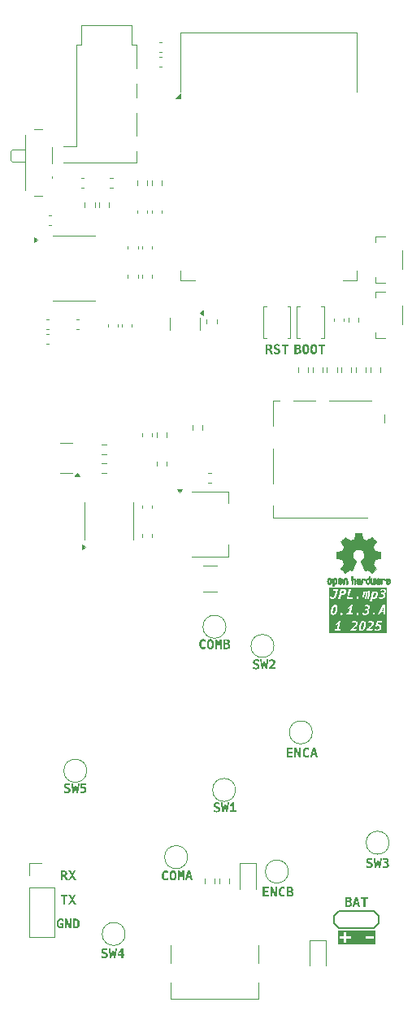
<source format=gbr>
%TF.GenerationSoftware,KiCad,Pcbnew,8.0.7*%
%TF.CreationDate,2025-01-01T16:00:04-05:00*%
%TF.ProjectId,JPL.mp3,4a504c2e-6d70-4332-9e6b-696361645f70,rev?*%
%TF.SameCoordinates,Original*%
%TF.FileFunction,Legend,Top*%
%TF.FilePolarity,Positive*%
%FSLAX46Y46*%
G04 Gerber Fmt 4.6, Leading zero omitted, Abs format (unit mm)*
G04 Created by KiCad (PCBNEW 8.0.7) date 2025-01-01 16:00:04*
%MOMM*%
%LPD*%
G01*
G04 APERTURE LIST*
%ADD10C,0.100000*%
%ADD11C,0.200000*%
%ADD12C,0.300000*%
%ADD13C,0.120000*%
%ADD14C,0.010000*%
%ADD15C,0.150000*%
G04 APERTURE END LIST*
D10*
G36*
X135520025Y-111564621D02*
G01*
X135559161Y-111597626D01*
X135575087Y-111646713D01*
X135575845Y-111652276D01*
X135578253Y-111703857D01*
X135575026Y-111759309D01*
X135568297Y-111814504D01*
X135559895Y-111865904D01*
X135548953Y-111922219D01*
X135546515Y-111933844D01*
X135534012Y-111989040D01*
X135520984Y-112039346D01*
X135504658Y-112093259D01*
X135484656Y-112147258D01*
X135460537Y-112197236D01*
X135431239Y-112238914D01*
X135391233Y-112271329D01*
X135342323Y-112283454D01*
X135315200Y-112279328D01*
X135276451Y-112246323D01*
X135260502Y-112197236D01*
X135259743Y-112191673D01*
X135257316Y-112140130D01*
X135259975Y-112093921D01*
X135364794Y-112093921D01*
X135377250Y-112119078D01*
X135406061Y-112083736D01*
X135423168Y-112037013D01*
X135429000Y-112018053D01*
X135441974Y-111969602D01*
X135452477Y-111923928D01*
X135453469Y-111919036D01*
X135461270Y-111870683D01*
X135463348Y-111855683D01*
X135469818Y-111806692D01*
X135470520Y-111797918D01*
X135470307Y-111747829D01*
X135457606Y-111724626D01*
X135430733Y-111759338D01*
X135413886Y-111805226D01*
X135408015Y-111823338D01*
X135394591Y-111871905D01*
X135383112Y-111919776D01*
X135381867Y-111926223D01*
X135374319Y-111975464D01*
X135372565Y-111988667D01*
X135366748Y-112037745D01*
X135366274Y-112043510D01*
X135364794Y-112093921D01*
X135259975Y-112093921D01*
X135260502Y-112084762D01*
X135267177Y-112029676D01*
X135275520Y-111978392D01*
X135286392Y-111922219D01*
X135291318Y-111899103D01*
X135303991Y-111844755D01*
X135317178Y-111795319D01*
X135333678Y-111742483D01*
X135350918Y-111696721D01*
X135375052Y-111646713D01*
X135404390Y-111605035D01*
X135444184Y-111572619D01*
X135492533Y-111560495D01*
X135520025Y-111564621D01*
G37*
G36*
X132572503Y-109884621D02*
G01*
X132611639Y-109917626D01*
X132627565Y-109966713D01*
X132628323Y-109972276D01*
X132630731Y-110023857D01*
X132627504Y-110079309D01*
X132620775Y-110134504D01*
X132612373Y-110185904D01*
X132601431Y-110242219D01*
X132598993Y-110253844D01*
X132586490Y-110309040D01*
X132573462Y-110359346D01*
X132557136Y-110413259D01*
X132537134Y-110467258D01*
X132513015Y-110517236D01*
X132483717Y-110558914D01*
X132443711Y-110591329D01*
X132394801Y-110603454D01*
X132367678Y-110599328D01*
X132328929Y-110566323D01*
X132312980Y-110517236D01*
X132312221Y-110511673D01*
X132309794Y-110460130D01*
X132312453Y-110413921D01*
X132417272Y-110413921D01*
X132429728Y-110439078D01*
X132458539Y-110403736D01*
X132475646Y-110357013D01*
X132481478Y-110338053D01*
X132494452Y-110289602D01*
X132504955Y-110243928D01*
X132505947Y-110239036D01*
X132513748Y-110190683D01*
X132515826Y-110175683D01*
X132522296Y-110126692D01*
X132522998Y-110117918D01*
X132522785Y-110067829D01*
X132510084Y-110044626D01*
X132483211Y-110079338D01*
X132466364Y-110125226D01*
X132460493Y-110143338D01*
X132447069Y-110191905D01*
X132435590Y-110239776D01*
X132434345Y-110246223D01*
X132426797Y-110295464D01*
X132425043Y-110308667D01*
X132419226Y-110357745D01*
X132418752Y-110363510D01*
X132417272Y-110413921D01*
X132312453Y-110413921D01*
X132312980Y-110404762D01*
X132319655Y-110349676D01*
X132327998Y-110298392D01*
X132338870Y-110242219D01*
X132343796Y-110219103D01*
X132356469Y-110164755D01*
X132369656Y-110115319D01*
X132386156Y-110062483D01*
X132403396Y-110016721D01*
X132427530Y-109966713D01*
X132456868Y-109925035D01*
X132496662Y-109892619D01*
X132545011Y-109880495D01*
X132572503Y-109884621D01*
G37*
G36*
X137596685Y-110337718D02*
G01*
X137410084Y-110337718D01*
X137589358Y-109921284D01*
X137596685Y-110337718D01*
G37*
G36*
X136737822Y-108451149D02*
G01*
X136784193Y-108470383D01*
X136811689Y-108513126D01*
X136816665Y-108529456D01*
X136823109Y-108581565D01*
X136820482Y-108632057D01*
X136812177Y-108682875D01*
X136804323Y-108716200D01*
X136788928Y-108764957D01*
X136767449Y-108813094D01*
X136738416Y-108858241D01*
X136715771Y-108883651D01*
X136674503Y-108912691D01*
X136626309Y-108923454D01*
X136611391Y-108922446D01*
X136565985Y-108900722D01*
X136540091Y-108858974D01*
X136533738Y-108837710D01*
X136527794Y-108788957D01*
X136530153Y-108737982D01*
X136538381Y-108687027D01*
X136546030Y-108654563D01*
X136561196Y-108606963D01*
X136582564Y-108559798D01*
X136611654Y-108515324D01*
X136634678Y-108490104D01*
X136676867Y-108461282D01*
X136726448Y-108450600D01*
X136737822Y-108451149D01*
G37*
G36*
X133395580Y-108217337D02*
G01*
X133446393Y-108225846D01*
X133490475Y-108250565D01*
X133501910Y-108267944D01*
X133510686Y-108317218D01*
X133504397Y-108369511D01*
X133495347Y-108404183D01*
X133475648Y-108448938D01*
X133440893Y-108488702D01*
X133399323Y-108509538D01*
X133348362Y-108520191D01*
X133297523Y-108522896D01*
X133216678Y-108522896D01*
X133280426Y-108216127D01*
X133361270Y-108216127D01*
X133395580Y-108217337D01*
G37*
G36*
X137995914Y-112673734D02*
G01*
X131925875Y-112673734D01*
X131925875Y-112562623D01*
X133263572Y-112562623D01*
X133411584Y-112562623D01*
X133499821Y-112430000D01*
X134134787Y-112430000D01*
X134768597Y-112430000D01*
X134804256Y-112258053D01*
X134363642Y-112258053D01*
X134364969Y-112256914D01*
X134404919Y-112227522D01*
X134417190Y-112219646D01*
X134457676Y-112191618D01*
X134473364Y-112179979D01*
X134509620Y-112151196D01*
X135060589Y-112151196D01*
X135063425Y-112209278D01*
X135071628Y-112260943D01*
X135088555Y-112314473D01*
X135095857Y-112330355D01*
X135122963Y-112371854D01*
X135164440Y-112408615D01*
X135208438Y-112430133D01*
X135260232Y-112442429D01*
X135309351Y-112445631D01*
X135329743Y-112445120D01*
X135388329Y-112437453D01*
X135412498Y-112430000D01*
X135819085Y-112430000D01*
X136452896Y-112430000D01*
X136458265Y-112404110D01*
X136685170Y-112404110D01*
X136700634Y-112408888D01*
X136747941Y-112421939D01*
X136764076Y-112425786D01*
X136812665Y-112435129D01*
X136826485Y-112437339D01*
X136876413Y-112442944D01*
X136888382Y-112443857D01*
X136937473Y-112445631D01*
X136980987Y-112444192D01*
X137032738Y-112438347D01*
X137081556Y-112428006D01*
X137136264Y-112409662D01*
X137186748Y-112384844D01*
X137233007Y-112353551D01*
X137254338Y-112335692D01*
X137292543Y-112296405D01*
X137324806Y-112252361D01*
X137351127Y-112203560D01*
X137371506Y-112150003D01*
X137383949Y-112101737D01*
X137390990Y-112058952D01*
X137393719Y-112009860D01*
X137389323Y-111960321D01*
X137386212Y-111944796D01*
X137369616Y-111895028D01*
X137344138Y-111852365D01*
X137335055Y-111841168D01*
X137297735Y-111807388D01*
X137251814Y-111782023D01*
X137226155Y-111772602D01*
X137175030Y-111761244D01*
X137123831Y-111757843D01*
X137093056Y-111757843D01*
X137063991Y-111760041D01*
X137032240Y-111767857D01*
X137009281Y-111775429D01*
X137048848Y-111585896D01*
X137431332Y-111585896D01*
X137466992Y-111413949D01*
X136924528Y-111413949D01*
X136807048Y-111979127D01*
X136818703Y-111973511D01*
X136863956Y-111954214D01*
X136877433Y-111949094D01*
X136924040Y-111934431D01*
X136931104Y-111932603D01*
X136979483Y-111923440D01*
X136981174Y-111923229D01*
X137030041Y-111920020D01*
X137074173Y-111922982D01*
X137124236Y-111936725D01*
X137167550Y-111967404D01*
X137188301Y-112001097D01*
X137197460Y-112052296D01*
X137191974Y-112103935D01*
X137176323Y-112153304D01*
X137148693Y-112199289D01*
X137110153Y-112236559D01*
X137089476Y-112250069D01*
X137041753Y-112270219D01*
X136991543Y-112280523D01*
X136941137Y-112283454D01*
X136926223Y-112283229D01*
X136875707Y-112278894D01*
X136827808Y-112269043D01*
X136820607Y-112267063D01*
X136773831Y-112251702D01*
X136765998Y-112248518D01*
X136722051Y-112226789D01*
X136685170Y-112404110D01*
X136458265Y-112404110D01*
X136488555Y-112258053D01*
X136047941Y-112258053D01*
X136049268Y-112256914D01*
X136089218Y-112227522D01*
X136101488Y-112219646D01*
X136141974Y-112191618D01*
X136157662Y-112179979D01*
X136196611Y-112149058D01*
X136234298Y-112117613D01*
X136269838Y-112087634D01*
X136307373Y-112055828D01*
X136349416Y-112019948D01*
X136387927Y-111986699D01*
X136397966Y-111977880D01*
X136436409Y-111943285D01*
X136472435Y-111908785D01*
X136504702Y-111873351D01*
X136536449Y-111833271D01*
X136564270Y-111792037D01*
X136571781Y-111778512D01*
X136593259Y-111730694D01*
X136607257Y-111682128D01*
X136611157Y-111660476D01*
X136614933Y-111608703D01*
X136608722Y-111560251D01*
X136589977Y-111512868D01*
X136560118Y-111473300D01*
X136549971Y-111463916D01*
X136509465Y-111436180D01*
X136461200Y-111416392D01*
X136430685Y-111408484D01*
X136381764Y-111400859D01*
X136329064Y-111398318D01*
X136291979Y-111399438D01*
X136240848Y-111404419D01*
X136192288Y-111412484D01*
X136173193Y-111416624D01*
X136124633Y-111429092D01*
X136090145Y-111439264D01*
X136043056Y-111455226D01*
X136002267Y-111650865D01*
X136035200Y-111633417D01*
X136081158Y-111611542D01*
X136106868Y-111600701D01*
X136154187Y-111583210D01*
X136175031Y-111576666D01*
X136226435Y-111564843D01*
X136277285Y-111560495D01*
X136290713Y-111560821D01*
X136340666Y-111569776D01*
X136383775Y-111597620D01*
X136387745Y-111602368D01*
X136406383Y-111648118D01*
X136403558Y-111699469D01*
X136387165Y-111748119D01*
X136362281Y-111790816D01*
X136354807Y-111801669D01*
X136322958Y-111839665D01*
X136304606Y-111858338D01*
X136268981Y-111892665D01*
X136250911Y-111908998D01*
X136213049Y-111943224D01*
X136202954Y-111952313D01*
X136166013Y-111985165D01*
X136129274Y-112017473D01*
X136100300Y-112042951D01*
X136062086Y-112076759D01*
X136023121Y-112111384D01*
X135985170Y-112145212D01*
X135874773Y-112242421D01*
X135849371Y-112284187D01*
X135819085Y-112430000D01*
X135412498Y-112430000D01*
X135443029Y-112420585D01*
X135493845Y-112394517D01*
X135540774Y-112359248D01*
X135583818Y-112314778D01*
X135622977Y-112261108D01*
X135658250Y-112198237D01*
X135679607Y-112151212D01*
X135699237Y-112100097D01*
X135717141Y-112044893D01*
X135733317Y-111985601D01*
X135747766Y-111922219D01*
X135759727Y-111858582D01*
X135768252Y-111799074D01*
X135773343Y-111743696D01*
X135775000Y-111692447D01*
X135772240Y-111634193D01*
X135764114Y-111582390D01*
X135747278Y-111528743D01*
X135739946Y-111512950D01*
X135712763Y-111471682D01*
X135671218Y-111435127D01*
X135627180Y-111413729D01*
X135575362Y-111401502D01*
X135526238Y-111398318D01*
X135485835Y-111400356D01*
X135428508Y-111411055D01*
X135375113Y-111430924D01*
X135325651Y-111459964D01*
X135287437Y-111491170D01*
X135251953Y-111528743D01*
X135225396Y-111563475D01*
X135194614Y-111612697D01*
X135171920Y-111656720D01*
X135150944Y-111704872D01*
X135131685Y-111757154D01*
X135114143Y-111813564D01*
X135098319Y-111874104D01*
X135087578Y-111922219D01*
X135075679Y-111985623D01*
X135067214Y-112044920D01*
X135062184Y-112100111D01*
X135060935Y-112140130D01*
X135060589Y-112151196D01*
X134509620Y-112151196D01*
X134512313Y-112149058D01*
X134550000Y-112117613D01*
X134585540Y-112087634D01*
X134623075Y-112055828D01*
X134665117Y-112019948D01*
X134703628Y-111986699D01*
X134713668Y-111977880D01*
X134752110Y-111943285D01*
X134788136Y-111908785D01*
X134820403Y-111873351D01*
X134852150Y-111833271D01*
X134879972Y-111792037D01*
X134887482Y-111778512D01*
X134908960Y-111730694D01*
X134922958Y-111682128D01*
X134926858Y-111660476D01*
X134930635Y-111608703D01*
X134924424Y-111560251D01*
X134905678Y-111512868D01*
X134875819Y-111473300D01*
X134865672Y-111463916D01*
X134825167Y-111436180D01*
X134776901Y-111416392D01*
X134746386Y-111408484D01*
X134697465Y-111400859D01*
X134644766Y-111398318D01*
X134607680Y-111399438D01*
X134556549Y-111404419D01*
X134507990Y-111412484D01*
X134488894Y-111416624D01*
X134440334Y-111429092D01*
X134405847Y-111439264D01*
X134358757Y-111455226D01*
X134317969Y-111650865D01*
X134350902Y-111633417D01*
X134396859Y-111611542D01*
X134422569Y-111600701D01*
X134469888Y-111583210D01*
X134490732Y-111576666D01*
X134542136Y-111564843D01*
X134592986Y-111560495D01*
X134606414Y-111560821D01*
X134656367Y-111569776D01*
X134699476Y-111597620D01*
X134703446Y-111602368D01*
X134722085Y-111648118D01*
X134719260Y-111699469D01*
X134702866Y-111748119D01*
X134677983Y-111790816D01*
X134670508Y-111801669D01*
X134638660Y-111839665D01*
X134620307Y-111858338D01*
X134584682Y-111892665D01*
X134566613Y-111908998D01*
X134528750Y-111943224D01*
X134518655Y-111952313D01*
X134481715Y-111985165D01*
X134444975Y-112017473D01*
X134416002Y-112042951D01*
X134377787Y-112076759D01*
X134338822Y-112111384D01*
X134300872Y-112145212D01*
X134190474Y-112242421D01*
X134165073Y-112284187D01*
X134134787Y-112430000D01*
X133499821Y-112430000D01*
X134175819Y-111413949D01*
X134028053Y-111413949D01*
X133263572Y-112562623D01*
X131925875Y-112562623D01*
X131925875Y-112430000D01*
X132499092Y-112430000D01*
X133132658Y-112430000D01*
X133168318Y-112258053D01*
X132947522Y-112258053D01*
X133123133Y-111413949D01*
X132932379Y-111413949D01*
X132630251Y-111691165D01*
X132703035Y-111790572D01*
X132887194Y-111624975D01*
X132755547Y-112258053D01*
X132534752Y-112258053D01*
X132499092Y-112430000D01*
X131925875Y-112430000D01*
X131925875Y-110471196D01*
X132113067Y-110471196D01*
X132115903Y-110529278D01*
X132124106Y-110580943D01*
X132141033Y-110634473D01*
X132148335Y-110650355D01*
X132175441Y-110691854D01*
X132216918Y-110728615D01*
X132260916Y-110750133D01*
X132312710Y-110762429D01*
X132361829Y-110765631D01*
X132382221Y-110765120D01*
X132440807Y-110757453D01*
X132495507Y-110740585D01*
X132546322Y-110714517D01*
X132585898Y-110684775D01*
X133106326Y-110684775D01*
X133125087Y-110730216D01*
X133156350Y-110756350D01*
X133200803Y-110765631D01*
X133248857Y-110756777D01*
X133260090Y-110750000D01*
X133762317Y-110750000D01*
X134395883Y-110750000D01*
X134409410Y-110684775D01*
X134790624Y-110684775D01*
X134809386Y-110730216D01*
X134840649Y-110756350D01*
X134885101Y-110765631D01*
X134933156Y-110756777D01*
X134977181Y-110730216D01*
X134979732Y-110728029D01*
X134987540Y-110718492D01*
X135411200Y-110718492D01*
X135429688Y-110725072D01*
X135477635Y-110739253D01*
X135494533Y-110743344D01*
X135544313Y-110753419D01*
X135566590Y-110757159D01*
X135616609Y-110762700D01*
X135639516Y-110764246D01*
X135688905Y-110765631D01*
X135732792Y-110764398D01*
X135784517Y-110759391D01*
X135832760Y-110750531D01*
X135886054Y-110734814D01*
X135934334Y-110713551D01*
X135977600Y-110686741D01*
X135980178Y-110684775D01*
X136474923Y-110684775D01*
X136493685Y-110730216D01*
X136524948Y-110756350D01*
X136569400Y-110765631D01*
X136617455Y-110756777D01*
X136628688Y-110750000D01*
X137027355Y-110750000D01*
X137224704Y-110750000D01*
X137336811Y-110499895D01*
X137600838Y-110499895D01*
X137610607Y-110750000D01*
X137807956Y-110750000D01*
X137749581Y-109733949D01*
X137508025Y-109733949D01*
X137222396Y-110337718D01*
X137027355Y-110750000D01*
X136628688Y-110750000D01*
X136661480Y-110730216D01*
X136664030Y-110728029D01*
X136696927Y-110687851D01*
X136714236Y-110641311D01*
X136717061Y-110596105D01*
X136698849Y-110550209D01*
X136671019Y-110526500D01*
X136621912Y-110515526D01*
X136574529Y-110524197D01*
X136531054Y-110550209D01*
X136525892Y-110554715D01*
X136494844Y-110593559D01*
X136477320Y-110641311D01*
X136474923Y-110684775D01*
X135980178Y-110684775D01*
X135990881Y-110676611D01*
X136027074Y-110643006D01*
X136057789Y-110604575D01*
X136083025Y-110561318D01*
X136102783Y-110513236D01*
X136117062Y-110460327D01*
X136122862Y-110425676D01*
X136125468Y-110374995D01*
X136118584Y-110324986D01*
X136098744Y-110278122D01*
X136084125Y-110258020D01*
X136045943Y-110224971D01*
X136001383Y-110203384D01*
X135953664Y-110190683D01*
X135977535Y-110185799D01*
X136027198Y-110170343D01*
X136071258Y-110148704D01*
X136113643Y-110117411D01*
X136138768Y-110092233D01*
X136166644Y-110051953D01*
X136180588Y-110021892D01*
X136194732Y-109974040D01*
X136200505Y-109930981D01*
X136197383Y-109879232D01*
X136179091Y-109828751D01*
X136145150Y-109786461D01*
X136120282Y-109766830D01*
X136071663Y-109742341D01*
X136020205Y-109727900D01*
X135969475Y-109720713D01*
X135912631Y-109718318D01*
X135885376Y-109718832D01*
X135833023Y-109722516D01*
X135782694Y-109729064D01*
X135739298Y-109737169D01*
X135690405Y-109748233D01*
X135640300Y-109761549D01*
X135603908Y-109937404D01*
X135629484Y-109928207D01*
X135677669Y-109912735D01*
X135697754Y-109906999D01*
X135745569Y-109895150D01*
X135760103Y-109891941D01*
X135810293Y-109883914D01*
X135818029Y-109883113D01*
X135867690Y-109880495D01*
X135881682Y-109880765D01*
X135933331Y-109888189D01*
X135976867Y-109911270D01*
X135999276Y-109948211D01*
X135999093Y-109997487D01*
X135979126Y-110044809D01*
X135941696Y-110079797D01*
X135919834Y-110091217D01*
X135872659Y-110104985D01*
X135821528Y-110109106D01*
X135715771Y-110109106D01*
X135679868Y-110281053D01*
X135785625Y-110281053D01*
X135811790Y-110282222D01*
X135860119Y-110293021D01*
X135869420Y-110296982D01*
X135908723Y-110325994D01*
X135923973Y-110351136D01*
X135934624Y-110400261D01*
X135929972Y-110449825D01*
X135919836Y-110484416D01*
X135895473Y-110528632D01*
X135860119Y-110563642D01*
X135841085Y-110575649D01*
X135794173Y-110594173D01*
X135763157Y-110600182D01*
X135713329Y-110603454D01*
X135695612Y-110603106D01*
X135646651Y-110599057D01*
X135624187Y-110595833D01*
X135574599Y-110585380D01*
X135540771Y-110575839D01*
X135493236Y-110557349D01*
X135449547Y-110533845D01*
X135411200Y-110718492D01*
X134987540Y-110718492D01*
X135012628Y-110687851D01*
X135029937Y-110641311D01*
X135032762Y-110596105D01*
X135014550Y-110550209D01*
X134986721Y-110526500D01*
X134937614Y-110515526D01*
X134890230Y-110524197D01*
X134846755Y-110550209D01*
X134841594Y-110554715D01*
X134810546Y-110593559D01*
X134793022Y-110641311D01*
X134790624Y-110684775D01*
X134409410Y-110684775D01*
X134431542Y-110578053D01*
X134210747Y-110578053D01*
X134386357Y-109733949D01*
X134195604Y-109733949D01*
X133893475Y-110011165D01*
X133966260Y-110110572D01*
X134150419Y-109944975D01*
X134018772Y-110578053D01*
X133797976Y-110578053D01*
X133762317Y-110750000D01*
X133260090Y-110750000D01*
X133292882Y-110730216D01*
X133295433Y-110728029D01*
X133328329Y-110687851D01*
X133345639Y-110641311D01*
X133348464Y-110596105D01*
X133330251Y-110550209D01*
X133302422Y-110526500D01*
X133253315Y-110515526D01*
X133205932Y-110524197D01*
X133162457Y-110550209D01*
X133157295Y-110554715D01*
X133126247Y-110593559D01*
X133108723Y-110641311D01*
X133106326Y-110684775D01*
X132585898Y-110684775D01*
X132593252Y-110679248D01*
X132636296Y-110634778D01*
X132675455Y-110581108D01*
X132710728Y-110518237D01*
X132732085Y-110471212D01*
X132751715Y-110420097D01*
X132769619Y-110364893D01*
X132785795Y-110305601D01*
X132800244Y-110242219D01*
X132812205Y-110178582D01*
X132820730Y-110119074D01*
X132825821Y-110063696D01*
X132827478Y-110012447D01*
X132824718Y-109954193D01*
X132816592Y-109902390D01*
X132799756Y-109848743D01*
X132792424Y-109832950D01*
X132765241Y-109791682D01*
X132723696Y-109755127D01*
X132679658Y-109733729D01*
X132627840Y-109721502D01*
X132578716Y-109718318D01*
X132538313Y-109720356D01*
X132480986Y-109731055D01*
X132427591Y-109750924D01*
X132378129Y-109779964D01*
X132339915Y-109811170D01*
X132304431Y-109848743D01*
X132277874Y-109883475D01*
X132247092Y-109932697D01*
X132224398Y-109976720D01*
X132203422Y-110024872D01*
X132184163Y-110077154D01*
X132166621Y-110133564D01*
X132150797Y-110194104D01*
X132140056Y-110242219D01*
X132128157Y-110305623D01*
X132119692Y-110364920D01*
X132114662Y-110420111D01*
X132113413Y-110460130D01*
X132113067Y-110471196D01*
X131925875Y-110471196D01*
X131925875Y-109351367D01*
X136204990Y-109351367D01*
X136400140Y-109351367D01*
X136481228Y-108962288D01*
X136486979Y-108977224D01*
X136512559Y-109021912D01*
X136552184Y-109058529D01*
X136602891Y-109079729D01*
X136656350Y-109085631D01*
X136694584Y-109083061D01*
X136745526Y-109070828D01*
X136793453Y-109048520D01*
X136807361Y-109038492D01*
X137095499Y-109038492D01*
X137113986Y-109045072D01*
X137161933Y-109059253D01*
X137178832Y-109063344D01*
X137228611Y-109073419D01*
X137250889Y-109077159D01*
X137300907Y-109082700D01*
X137323815Y-109084246D01*
X137373203Y-109085631D01*
X137417091Y-109084398D01*
X137468816Y-109079391D01*
X137517058Y-109070531D01*
X137570353Y-109054814D01*
X137618633Y-109033551D01*
X137661898Y-109006741D01*
X137675180Y-108996611D01*
X137711373Y-108963006D01*
X137742087Y-108924575D01*
X137767323Y-108881318D01*
X137787081Y-108833236D01*
X137801361Y-108780327D01*
X137807161Y-108745676D01*
X137809767Y-108694995D01*
X137802883Y-108644986D01*
X137783043Y-108598122D01*
X137768424Y-108578020D01*
X137730242Y-108544971D01*
X137685681Y-108523384D01*
X137637962Y-108510683D01*
X137661833Y-108505799D01*
X137711497Y-108490343D01*
X137755557Y-108468704D01*
X137797942Y-108437411D01*
X137823067Y-108412233D01*
X137850942Y-108371953D01*
X137864886Y-108341892D01*
X137879030Y-108294040D01*
X137884803Y-108250981D01*
X137881682Y-108199232D01*
X137863390Y-108148751D01*
X137829449Y-108106461D01*
X137804581Y-108086830D01*
X137755961Y-108062341D01*
X137704503Y-108047900D01*
X137653773Y-108040713D01*
X137596930Y-108038318D01*
X137569675Y-108038832D01*
X137517322Y-108042516D01*
X137466993Y-108049064D01*
X137423596Y-108057169D01*
X137374704Y-108068233D01*
X137324599Y-108081549D01*
X137288207Y-108257404D01*
X137313783Y-108248207D01*
X137361968Y-108232735D01*
X137382052Y-108226999D01*
X137429868Y-108215150D01*
X137444402Y-108211941D01*
X137494592Y-108203914D01*
X137502328Y-108203113D01*
X137551989Y-108200495D01*
X137565980Y-108200765D01*
X137617629Y-108208189D01*
X137661166Y-108231270D01*
X137683575Y-108268211D01*
X137683392Y-108317487D01*
X137663425Y-108364809D01*
X137625995Y-108399797D01*
X137604132Y-108411217D01*
X137556958Y-108424985D01*
X137505827Y-108429106D01*
X137400070Y-108429106D01*
X137364166Y-108601053D01*
X137469923Y-108601053D01*
X137496089Y-108602222D01*
X137544417Y-108613021D01*
X137553719Y-108616982D01*
X137593022Y-108645994D01*
X137608272Y-108671136D01*
X137618923Y-108720261D01*
X137614271Y-108769825D01*
X137604135Y-108804416D01*
X137579772Y-108848632D01*
X137544417Y-108883642D01*
X137525384Y-108895649D01*
X137478472Y-108914173D01*
X137447455Y-108920182D01*
X137397628Y-108923454D01*
X137379911Y-108923106D01*
X137330949Y-108919057D01*
X137308486Y-108915833D01*
X137258898Y-108905380D01*
X137225070Y-108895839D01*
X137177534Y-108877349D01*
X137133845Y-108853845D01*
X137095499Y-109038492D01*
X136807361Y-109038492D01*
X136838364Y-109016137D01*
X136874459Y-108980362D01*
X136907615Y-108937927D01*
X136936924Y-108889756D01*
X136958410Y-108845232D01*
X136977225Y-108796724D01*
X136993367Y-108744233D01*
X137006839Y-108687759D01*
X137013387Y-108653393D01*
X137020837Y-108599282D01*
X137023958Y-108549132D01*
X137021989Y-108494177D01*
X137013786Y-108444924D01*
X136996337Y-108394668D01*
X136993163Y-108388131D01*
X136962381Y-108343309D01*
X136922012Y-108311767D01*
X136872057Y-108293506D01*
X136820482Y-108288422D01*
X136811949Y-108288551D01*
X136762719Y-108294734D01*
X136709538Y-108313667D01*
X136667601Y-108339942D01*
X136629030Y-108375491D01*
X136593824Y-108420314D01*
X136598709Y-108304054D01*
X136422854Y-108304054D01*
X136321984Y-108788957D01*
X136204990Y-109351367D01*
X131925875Y-109351367D01*
X131925875Y-109013335D01*
X132036986Y-109013335D01*
X132069302Y-109030356D01*
X132117605Y-109051479D01*
X132165702Y-109067313D01*
X132179938Y-109071140D01*
X132229449Y-109080990D01*
X132249752Y-109083438D01*
X132299791Y-109085631D01*
X132349054Y-109083723D01*
X132400324Y-109077216D01*
X132431598Y-109070000D01*
X132905757Y-109070000D01*
X133102861Y-109070000D01*
X133787230Y-109070000D01*
X134406385Y-109070000D01*
X134419912Y-109004775D01*
X134790624Y-109004775D01*
X134809386Y-109050216D01*
X134840649Y-109076350D01*
X134885101Y-109085631D01*
X134933156Y-109076777D01*
X134944389Y-109070000D01*
X135376029Y-109070000D01*
X135536253Y-109070000D01*
X135636881Y-108585666D01*
X135641415Y-108564863D01*
X135654040Y-108517298D01*
X135674006Y-108471605D01*
X135679971Y-108463865D01*
X135725785Y-108444738D01*
X135765841Y-108473803D01*
X135767498Y-108487559D01*
X135764504Y-108536524D01*
X135755827Y-108585666D01*
X135655199Y-109070000D01*
X135813957Y-109070000D01*
X135914585Y-108585666D01*
X135917821Y-108570815D01*
X135931365Y-108520296D01*
X135952198Y-108473070D01*
X135958275Y-108464908D01*
X136003245Y-108444738D01*
X136044034Y-108473803D01*
X136045516Y-108484326D01*
X136042486Y-108535312D01*
X136033531Y-108585666D01*
X135932903Y-109070000D01*
X136093371Y-109070000D01*
X136182764Y-108640132D01*
X136185507Y-108626767D01*
X136195162Y-108576197D01*
X136204268Y-108519489D01*
X136210852Y-108460980D01*
X136212541Y-108405872D01*
X136205234Y-108355833D01*
X136183920Y-108320285D01*
X136139956Y-108295005D01*
X136087997Y-108288422D01*
X136046118Y-108293121D01*
X135997322Y-108312969D01*
X135958717Y-108343652D01*
X135924599Y-108386608D01*
X135921125Y-108359870D01*
X135893336Y-108316999D01*
X135862728Y-108297464D01*
X135814445Y-108288422D01*
X135773186Y-108294326D01*
X135727983Y-108315289D01*
X135725403Y-108316988D01*
X135688072Y-108349625D01*
X135659840Y-108389539D01*
X135658130Y-108304054D01*
X135535276Y-108304054D01*
X135376029Y-109070000D01*
X134944389Y-109070000D01*
X134977181Y-109050216D01*
X134979732Y-109048029D01*
X135012628Y-109007851D01*
X135029937Y-108961311D01*
X135032762Y-108916105D01*
X135014550Y-108870209D01*
X134986721Y-108846500D01*
X134937614Y-108835526D01*
X134890230Y-108844197D01*
X134846755Y-108870209D01*
X134841594Y-108874715D01*
X134810546Y-108913559D01*
X134793022Y-108961311D01*
X134790624Y-109004775D01*
X134419912Y-109004775D01*
X134442045Y-108898053D01*
X134019993Y-108898053D01*
X134195604Y-108053949D01*
X133998500Y-108053949D01*
X133787230Y-109070000D01*
X133102861Y-109070000D01*
X133182973Y-108685073D01*
X133256490Y-108685073D01*
X133269262Y-108685000D01*
X133318424Y-108683260D01*
X133375539Y-108677822D01*
X133427837Y-108668758D01*
X133475316Y-108656069D01*
X133525932Y-108636056D01*
X133569609Y-108610823D01*
X133582522Y-108601236D01*
X133623358Y-108561913D01*
X133652964Y-108521064D01*
X133677591Y-108473620D01*
X133697237Y-108419581D01*
X133709805Y-108369511D01*
X133716823Y-108329089D01*
X133720925Y-108273951D01*
X133715964Y-108217958D01*
X133700508Y-108170942D01*
X133669993Y-108128199D01*
X133642943Y-108106809D01*
X133594453Y-108082953D01*
X133543031Y-108068161D01*
X133493226Y-108059823D01*
X133437100Y-108055109D01*
X133387648Y-108053949D01*
X133117027Y-108053949D01*
X133019518Y-108522896D01*
X132905757Y-109070000D01*
X132431598Y-109070000D01*
X132448535Y-109066092D01*
X132477247Y-109056443D01*
X132521846Y-109035280D01*
X132563573Y-109005764D01*
X132585872Y-108984266D01*
X132616157Y-108945824D01*
X132642647Y-108899945D01*
X132665341Y-108846631D01*
X132681354Y-108796522D01*
X132694732Y-108741249D01*
X132837614Y-108053949D01*
X132398953Y-108053949D01*
X132363294Y-108225896D01*
X132604850Y-108225896D01*
X132499093Y-108734166D01*
X132488514Y-108774115D01*
X132468535Y-108819523D01*
X132436811Y-108858974D01*
X132412662Y-108876071D01*
X132364693Y-108893435D01*
X132315667Y-108898053D01*
X132290508Y-108896971D01*
X132238707Y-108887203D01*
X132190614Y-108867278D01*
X132176036Y-108859157D01*
X132134683Y-108829665D01*
X132118707Y-108815010D01*
X132086078Y-108777397D01*
X132036986Y-109013335D01*
X131925875Y-109013335D01*
X131925875Y-107927207D01*
X137995914Y-107927207D01*
X137995914Y-112673734D01*
G37*
D11*
G36*
X103978925Y-143430631D02*
G01*
X103919595Y-143427316D01*
X103864641Y-143417369D01*
X103814064Y-143400792D01*
X103767865Y-143377585D01*
X103726042Y-143347746D01*
X103688595Y-143311276D01*
X103674842Y-143294832D01*
X103645004Y-143251197D01*
X103621942Y-143206746D01*
X103602474Y-143157388D01*
X103594975Y-143133876D01*
X103582580Y-143083638D01*
X103573726Y-143028913D01*
X103568884Y-142977346D01*
X103566754Y-142922344D01*
X103566643Y-142905997D01*
X103568353Y-142844154D01*
X103573482Y-142786120D01*
X103582030Y-142731894D01*
X103593998Y-142681477D01*
X103609385Y-142634869D01*
X103633428Y-142581964D01*
X103662814Y-142535011D01*
X103676064Y-142517896D01*
X103712512Y-142479126D01*
X103753468Y-142446927D01*
X103798932Y-142421299D01*
X103848904Y-142402243D01*
X103903384Y-142389757D01*
X103962372Y-142383843D01*
X103987229Y-142383318D01*
X104039089Y-142386301D01*
X104089095Y-142395249D01*
X104111549Y-142401392D01*
X104158916Y-142419134D01*
X104203380Y-142442197D01*
X104222923Y-142454637D01*
X104222923Y-142678852D01*
X104189481Y-142642261D01*
X104149299Y-142610993D01*
X104125959Y-142597763D01*
X104080046Y-142580368D01*
X104030022Y-142571841D01*
X104005547Y-142570896D01*
X103951463Y-142576086D01*
X103904736Y-142591657D01*
X103860963Y-142621581D01*
X103833356Y-142653939D01*
X103808565Y-142701383D01*
X103792684Y-142751412D01*
X103783387Y-142800619D01*
X103778075Y-142855665D01*
X103776692Y-142905997D01*
X103778027Y-142955428D01*
X103783157Y-143009833D01*
X103792132Y-143058880D01*
X103807466Y-143109330D01*
X103831402Y-143158056D01*
X103862701Y-143196155D01*
X103896615Y-143221071D01*
X103942945Y-143238223D01*
X103991381Y-143243053D01*
X104019225Y-143241831D01*
X104045359Y-143236946D01*
X104067829Y-143229863D01*
X104082972Y-143220338D01*
X104082972Y-143030073D01*
X103944731Y-143030073D01*
X103944731Y-142867896D01*
X104259316Y-142867896D01*
X104259316Y-143326828D01*
X104217966Y-143359089D01*
X104173846Y-143385347D01*
X104131332Y-143404009D01*
X104084114Y-143418479D01*
X104058792Y-143423792D01*
X104007757Y-143429823D01*
X103978925Y-143430631D01*
G37*
G36*
X104410258Y-142398949D02*
G01*
X104626901Y-142398949D01*
X104911444Y-143141203D01*
X104911444Y-142398949D01*
X105089009Y-142398949D01*
X105089009Y-143415000D01*
X104873831Y-143415000D01*
X104588066Y-142686912D01*
X104588066Y-143415000D01*
X104410258Y-143415000D01*
X104410258Y-142398949D01*
G37*
G36*
X105541274Y-142400800D02*
G01*
X105597354Y-142406353D01*
X105649015Y-142415607D01*
X105696257Y-142428564D01*
X105749095Y-142449965D01*
X105795028Y-142477150D01*
X105834055Y-142510119D01*
X105841032Y-142517407D01*
X105872216Y-142557612D01*
X105898296Y-142605258D01*
X105917403Y-142654503D01*
X105922854Y-142672257D01*
X105935142Y-142722998D01*
X105943014Y-142771705D01*
X105948199Y-142824432D01*
X105950695Y-142881179D01*
X105950942Y-142906730D01*
X105949976Y-142955798D01*
X105945682Y-143017154D01*
X105937954Y-143073863D01*
X105926792Y-143125923D01*
X105912194Y-143173334D01*
X105889118Y-143226062D01*
X105860674Y-143271528D01*
X105841032Y-143295321D01*
X105803193Y-143329798D01*
X105758519Y-143358432D01*
X105707012Y-143381223D01*
X105648672Y-143398170D01*
X105597079Y-143407520D01*
X105541114Y-143413130D01*
X105480774Y-143415000D01*
X105264619Y-143415000D01*
X105264619Y-143227421D01*
X105466364Y-143227421D01*
X105521074Y-143227421D01*
X105569841Y-143223915D01*
X105617560Y-143211321D01*
X105661025Y-143186205D01*
X105690579Y-143154148D01*
X105715018Y-143104796D01*
X105728497Y-143055352D01*
X105736200Y-143005269D01*
X105740347Y-142948076D01*
X105741137Y-142905997D01*
X105739903Y-142854251D01*
X105735163Y-142798609D01*
X105726868Y-142750009D01*
X105712698Y-142702207D01*
X105690579Y-142659312D01*
X105652616Y-142620930D01*
X105606785Y-142598540D01*
X105556768Y-142588305D01*
X105521074Y-142586528D01*
X105466364Y-142586528D01*
X105466364Y-143227421D01*
X105264619Y-143227421D01*
X105264619Y-142398949D01*
X105480774Y-142398949D01*
X105541274Y-142400800D01*
G37*
G36*
X104348902Y-137400637D02*
G01*
X104402299Y-137405699D01*
X104459229Y-137416229D01*
X104508362Y-137431620D01*
X104555829Y-137455717D01*
X104572924Y-137468070D01*
X104608569Y-137505415D01*
X104633026Y-137548985D01*
X104637160Y-137559417D01*
X104650918Y-137608319D01*
X104657392Y-137658539D01*
X104658409Y-137690087D01*
X104655618Y-137740072D01*
X104645708Y-137788028D01*
X104626094Y-137832902D01*
X104607118Y-137859836D01*
X104569902Y-137894211D01*
X104546546Y-137908440D01*
X104498689Y-137926350D01*
X104459595Y-137933841D01*
X104504010Y-137954690D01*
X104512107Y-137961929D01*
X104535555Y-137993192D01*
X104559802Y-138036106D01*
X104566085Y-138048391D01*
X104750733Y-138415000D01*
X104529204Y-138415000D01*
X104406106Y-138155369D01*
X104391940Y-138125083D01*
X104368321Y-138081940D01*
X104338699Y-138042784D01*
X104333077Y-138037156D01*
X104290071Y-138011956D01*
X104264689Y-138008579D01*
X104200453Y-138008579D01*
X104200453Y-138415000D01*
X103998709Y-138415000D01*
X103998709Y-137846402D01*
X104200453Y-137846402D01*
X104295464Y-137846402D01*
X104346875Y-137842419D01*
X104393421Y-137827443D01*
X104414410Y-137812697D01*
X104440300Y-137771420D01*
X104449370Y-137721128D01*
X104449825Y-137703520D01*
X104444845Y-137651954D01*
X104424613Y-137605271D01*
X104414410Y-137594099D01*
X104370271Y-137570432D01*
X104320199Y-137561932D01*
X104295464Y-137561127D01*
X104200453Y-137561127D01*
X104200453Y-137846402D01*
X103998709Y-137846402D01*
X103998709Y-137398949D01*
X104290091Y-137398949D01*
X104348902Y-137400637D01*
G37*
G36*
X105067760Y-137899159D02*
G01*
X104776622Y-137398949D01*
X104985206Y-137398949D01*
X105171075Y-137731852D01*
X105357676Y-137398949D01*
X105566259Y-137398949D01*
X105276343Y-137906242D01*
X105574319Y-138415000D01*
X105365980Y-138415000D01*
X105171075Y-138083562D01*
X104976901Y-138415000D01*
X104768562Y-138415000D01*
X105067760Y-137899159D01*
G37*
G36*
X104228541Y-140070896D02*
G01*
X103969400Y-140070896D01*
X103969400Y-139898949D01*
X104689183Y-139898949D01*
X104689183Y-140070896D01*
X104430042Y-140070896D01*
X104430042Y-140915000D01*
X104228541Y-140915000D01*
X104228541Y-140070896D01*
G37*
G36*
X105067760Y-140399159D02*
G01*
X104776622Y-139898949D01*
X104985206Y-139898949D01*
X105171075Y-140231852D01*
X105357676Y-139898949D01*
X105566259Y-139898949D01*
X105276343Y-140406242D01*
X105574319Y-140915000D01*
X105365980Y-140915000D01*
X105171075Y-140583562D01*
X104976901Y-140915000D01*
X104768562Y-140915000D01*
X105067760Y-140399159D01*
G37*
G36*
X128715770Y-82565500D02*
G01*
X128772007Y-82571453D01*
X128822130Y-82581872D01*
X128872880Y-82599670D01*
X128920690Y-82627452D01*
X128958090Y-82663509D01*
X128984804Y-82707442D01*
X129000833Y-82759252D01*
X129006092Y-82811047D01*
X129006175Y-82818939D01*
X129002157Y-82869783D01*
X128988265Y-82918889D01*
X128961525Y-82963925D01*
X128955373Y-82971102D01*
X128914713Y-83003290D01*
X128868384Y-83023134D01*
X128819060Y-83033327D01*
X128807117Y-83034605D01*
X128855543Y-83042114D01*
X128904132Y-83057306D01*
X128950183Y-83082828D01*
X128983461Y-83113007D01*
X129011915Y-83154921D01*
X129031057Y-83205374D01*
X129040254Y-83257390D01*
X129042323Y-83300830D01*
X129039198Y-83353043D01*
X129027651Y-83406795D01*
X129007595Y-83452833D01*
X128974256Y-83496003D01*
X128953419Y-83513810D01*
X128909194Y-83539600D01*
X128862803Y-83556665D01*
X128808581Y-83569076D01*
X128757414Y-83575863D01*
X128700809Y-83579418D01*
X128664235Y-83580000D01*
X128335484Y-83580000D01*
X128335484Y-83417822D01*
X128530390Y-83417822D01*
X128664235Y-83417822D01*
X128713944Y-83415233D01*
X128762314Y-83405038D01*
X128799546Y-83385094D01*
X128827070Y-83343838D01*
X128836956Y-83295610D01*
X128837892Y-83271521D01*
X128833130Y-83220277D01*
X128815223Y-83173931D01*
X128797592Y-83153063D01*
X128752231Y-83128352D01*
X128702423Y-83118645D01*
X128664235Y-83116915D01*
X128530390Y-83116915D01*
X128530390Y-83417822D01*
X128335484Y-83417822D01*
X128335484Y-82954738D01*
X128530390Y-82954738D01*
X128664235Y-82954738D01*
X128715801Y-82950925D01*
X128762484Y-82935437D01*
X128773656Y-82927627D01*
X128797348Y-82894410D01*
X128805620Y-82845480D01*
X128805652Y-82841409D01*
X128798461Y-82792583D01*
X128772923Y-82753726D01*
X128733600Y-82734187D01*
X128685240Y-82726630D01*
X128664235Y-82726127D01*
X128530390Y-82726127D01*
X128530390Y-82954738D01*
X128335484Y-82954738D01*
X128335484Y-82563949D01*
X128664235Y-82563949D01*
X128715770Y-82565500D01*
G37*
G36*
X129566473Y-82551556D02*
G01*
X129615548Y-82561269D01*
X129668928Y-82581474D01*
X129716298Y-82611003D01*
X129757657Y-82649858D01*
X129781891Y-82680942D01*
X129807855Y-82725399D01*
X129829418Y-82776034D01*
X129846580Y-82832847D01*
X129857142Y-82882745D01*
X129864887Y-82936597D01*
X129869816Y-82994402D01*
X129871928Y-83056161D01*
X129872016Y-83072219D01*
X129870608Y-83134691D01*
X129866383Y-83193271D01*
X129859342Y-83247959D01*
X129849485Y-83298754D01*
X129833202Y-83356773D01*
X129812519Y-83408711D01*
X129787435Y-83454566D01*
X129781891Y-83463007D01*
X129749121Y-83503619D01*
X129710925Y-83537132D01*
X129671493Y-83561437D01*
X129622708Y-83580905D01*
X129573249Y-83591591D01*
X129518924Y-83595598D01*
X129513224Y-83595631D01*
X129463378Y-83592926D01*
X129412888Y-83583576D01*
X129363300Y-83565578D01*
X129354954Y-83561437D01*
X129312329Y-83534465D01*
X129275131Y-83500567D01*
X129246022Y-83463740D01*
X129219776Y-83419276D01*
X129197979Y-83368624D01*
X129180631Y-83311781D01*
X129169955Y-83261851D01*
X129162126Y-83207959D01*
X129157143Y-83150106D01*
X129155008Y-83088291D01*
X129154919Y-83072219D01*
X129154930Y-83071730D01*
X129364968Y-83071730D01*
X129365833Y-83125261D01*
X129369153Y-83182917D01*
X129374963Y-83233396D01*
X129384889Y-83283214D01*
X129400383Y-83328185D01*
X129426725Y-83370303D01*
X129469040Y-83400253D01*
X129513224Y-83408053D01*
X129561796Y-83398615D01*
X129603396Y-83366793D01*
X129626796Y-83328185D01*
X129643916Y-83276695D01*
X129653358Y-83225481D01*
X129658753Y-83173806D01*
X129661658Y-83114953D01*
X129662212Y-83071730D01*
X129661347Y-83018340D01*
X129658027Y-82960821D01*
X129652217Y-82910446D01*
X129642291Y-82860704D01*
X129626796Y-82815764D01*
X129600383Y-82773646D01*
X129557793Y-82743696D01*
X129513224Y-82735896D01*
X129461520Y-82747128D01*
X129421083Y-82780822D01*
X129400383Y-82815764D01*
X129383264Y-82867215D01*
X129373822Y-82918346D01*
X129368427Y-82969911D01*
X129365521Y-83028621D01*
X129364968Y-83071730D01*
X129154930Y-83071730D01*
X129156343Y-83009780D01*
X129160613Y-82951181D01*
X129167731Y-82896421D01*
X129177695Y-82845500D01*
X129194154Y-82787248D01*
X129215061Y-82734995D01*
X129240417Y-82688740D01*
X129246022Y-82680209D01*
X129277559Y-82640705D01*
X129317043Y-82605792D01*
X129361549Y-82579825D01*
X129410326Y-82561887D01*
X129462624Y-82551395D01*
X129513224Y-82548318D01*
X129566473Y-82551556D01*
G37*
G36*
X130408622Y-82551556D02*
G01*
X130457697Y-82561269D01*
X130511078Y-82581474D01*
X130558447Y-82611003D01*
X130599807Y-82649858D01*
X130624040Y-82680942D01*
X130650004Y-82725399D01*
X130671567Y-82776034D01*
X130688730Y-82832847D01*
X130699291Y-82882745D01*
X130707037Y-82936597D01*
X130711965Y-82994402D01*
X130714078Y-83056161D01*
X130714166Y-83072219D01*
X130712757Y-83134691D01*
X130708533Y-83193271D01*
X130701492Y-83247959D01*
X130691634Y-83298754D01*
X130675352Y-83356773D01*
X130654669Y-83408711D01*
X130629585Y-83454566D01*
X130624040Y-83463007D01*
X130591270Y-83503619D01*
X130553074Y-83537132D01*
X130513642Y-83561437D01*
X130464857Y-83580905D01*
X130415398Y-83591591D01*
X130361073Y-83595598D01*
X130355373Y-83595631D01*
X130305527Y-83592926D01*
X130255038Y-83583576D01*
X130205450Y-83565578D01*
X130197103Y-83561437D01*
X130154479Y-83534465D01*
X130117280Y-83500567D01*
X130088171Y-83463740D01*
X130061926Y-83419276D01*
X130040129Y-83368624D01*
X130022780Y-83311781D01*
X130012104Y-83261851D01*
X130004275Y-83207959D01*
X129999293Y-83150106D01*
X129997158Y-83088291D01*
X129997069Y-83072219D01*
X129997080Y-83071730D01*
X130207117Y-83071730D01*
X130207982Y-83125261D01*
X130211302Y-83182917D01*
X130217113Y-83233396D01*
X130227038Y-83283214D01*
X130242533Y-83328185D01*
X130268875Y-83370303D01*
X130311190Y-83400253D01*
X130355373Y-83408053D01*
X130403945Y-83398615D01*
X130445545Y-83366793D01*
X130468946Y-83328185D01*
X130486065Y-83276695D01*
X130495507Y-83225481D01*
X130500902Y-83173806D01*
X130503808Y-83114953D01*
X130504361Y-83071730D01*
X130503496Y-83018340D01*
X130500176Y-82960821D01*
X130494366Y-82910446D01*
X130484440Y-82860704D01*
X130468946Y-82815764D01*
X130442532Y-82773646D01*
X130399942Y-82743696D01*
X130355373Y-82735896D01*
X130303670Y-82747128D01*
X130263232Y-82780822D01*
X130242533Y-82815764D01*
X130225413Y-82867215D01*
X130215971Y-82918346D01*
X130210576Y-82969911D01*
X130207671Y-83028621D01*
X130207117Y-83071730D01*
X129997080Y-83071730D01*
X129998492Y-83009780D01*
X130002762Y-82951181D01*
X130009880Y-82896421D01*
X130019844Y-82845500D01*
X130036303Y-82787248D01*
X130057211Y-82734995D01*
X130082566Y-82688740D01*
X130088171Y-82680209D01*
X130119708Y-82640705D01*
X130159192Y-82605792D01*
X130203698Y-82579825D01*
X130252475Y-82561887D01*
X130304774Y-82551395D01*
X130355373Y-82548318D01*
X130408622Y-82551556D01*
G37*
G36*
X131097138Y-82735896D02*
G01*
X130837997Y-82735896D01*
X130837997Y-82563949D01*
X131557780Y-82563949D01*
X131557780Y-82735896D01*
X131298639Y-82735896D01*
X131298639Y-83580000D01*
X131097138Y-83580000D01*
X131097138Y-82735896D01*
G37*
G36*
X125691051Y-82565637D02*
G01*
X125744448Y-82570699D01*
X125801378Y-82581229D01*
X125850511Y-82596620D01*
X125897978Y-82620717D01*
X125915073Y-82633070D01*
X125950718Y-82670415D01*
X125975175Y-82713985D01*
X125979309Y-82724417D01*
X125993067Y-82773319D01*
X125999541Y-82823539D01*
X126000558Y-82855087D01*
X125997767Y-82905072D01*
X125987857Y-82953028D01*
X125968243Y-82997902D01*
X125949267Y-83024836D01*
X125912051Y-83059211D01*
X125888695Y-83073440D01*
X125840838Y-83091350D01*
X125801744Y-83098841D01*
X125846159Y-83119690D01*
X125854256Y-83126929D01*
X125877704Y-83158192D01*
X125901951Y-83201106D01*
X125908234Y-83213391D01*
X126092882Y-83580000D01*
X125871353Y-83580000D01*
X125748255Y-83320369D01*
X125734089Y-83290083D01*
X125710470Y-83246940D01*
X125680848Y-83207784D01*
X125675226Y-83202156D01*
X125632220Y-83176956D01*
X125606838Y-83173579D01*
X125542602Y-83173579D01*
X125542602Y-83580000D01*
X125340858Y-83580000D01*
X125340858Y-83011402D01*
X125542602Y-83011402D01*
X125637613Y-83011402D01*
X125689024Y-83007419D01*
X125735570Y-82992443D01*
X125756559Y-82977697D01*
X125782449Y-82936420D01*
X125791519Y-82886128D01*
X125791974Y-82868520D01*
X125786994Y-82816954D01*
X125766762Y-82770271D01*
X125756559Y-82759099D01*
X125712420Y-82735432D01*
X125662348Y-82726932D01*
X125637613Y-82726127D01*
X125542602Y-82726127D01*
X125542602Y-83011402D01*
X125340858Y-83011402D01*
X125340858Y-82563949D01*
X125632240Y-82563949D01*
X125691051Y-82565637D01*
G37*
G36*
X126490020Y-83595631D02*
G01*
X126439493Y-83594105D01*
X126409909Y-83591723D01*
X126361270Y-83584739D01*
X126331995Y-83578534D01*
X126283586Y-83565769D01*
X126237275Y-83549759D01*
X126188757Y-83528402D01*
X126184473Y-83526266D01*
X126184473Y-83320614D01*
X126229739Y-83350444D01*
X126274040Y-83375637D01*
X126322130Y-83398191D01*
X126341032Y-83405610D01*
X126388288Y-83420293D01*
X126439056Y-83430164D01*
X126488555Y-83433454D01*
X126540270Y-83428680D01*
X126588709Y-83411042D01*
X126605547Y-83399504D01*
X126636322Y-83359509D01*
X126646540Y-83309703D01*
X126646580Y-83305959D01*
X126637925Y-83257530D01*
X126619225Y-83225847D01*
X126584542Y-83195073D01*
X126539846Y-83172358D01*
X126440683Y-83134989D01*
X126394377Y-83116342D01*
X126349667Y-83095774D01*
X126311479Y-83075150D01*
X126269340Y-83046542D01*
X126234298Y-83013600D01*
X126205833Y-82970424D01*
X126189229Y-82923775D01*
X126181164Y-82869745D01*
X126180321Y-82843363D01*
X126183446Y-82793560D01*
X126194993Y-82740840D01*
X126215049Y-82693917D01*
X126243613Y-82652791D01*
X126269225Y-82626964D01*
X126311503Y-82596320D01*
X126359906Y-82573202D01*
X126414433Y-82557611D01*
X126466044Y-82550238D01*
X126512491Y-82548318D01*
X126563530Y-82550078D01*
X126612202Y-82555360D01*
X126654396Y-82563217D01*
X126704885Y-82576749D01*
X126752978Y-82593620D01*
X126793614Y-82610600D01*
X126793614Y-82803796D01*
X126752491Y-82776917D01*
X126702986Y-82750676D01*
X126653310Y-82730996D01*
X126603461Y-82717875D01*
X126553441Y-82711315D01*
X126528367Y-82710495D01*
X126477980Y-82714582D01*
X126429390Y-82731187D01*
X126416748Y-82739560D01*
X126385346Y-82780183D01*
X126377913Y-82822358D01*
X126390220Y-82871726D01*
X126406489Y-82892212D01*
X126447278Y-82920055D01*
X126492959Y-82940752D01*
X126524947Y-82953272D01*
X126611653Y-82985757D01*
X126662651Y-83007024D01*
X126707290Y-83030863D01*
X126750521Y-83061256D01*
X126789229Y-83099463D01*
X126792882Y-83103970D01*
X126820981Y-83148861D01*
X126839885Y-83200553D01*
X126848968Y-83252210D01*
X126851011Y-83294480D01*
X126847791Y-83348089D01*
X126838131Y-83396443D01*
X126818722Y-83446215D01*
X126790547Y-83488834D01*
X126759420Y-83519672D01*
X126715224Y-83549269D01*
X126662775Y-83571597D01*
X126611253Y-83584949D01*
X126553668Y-83592961D01*
X126501049Y-83595557D01*
X126490020Y-83595631D01*
G37*
G36*
X127254989Y-82735896D02*
G01*
X126995847Y-82735896D01*
X126995847Y-82563949D01*
X127715631Y-82563949D01*
X127715631Y-82735896D01*
X127456489Y-82735896D01*
X127456489Y-83580000D01*
X127254989Y-83580000D01*
X127254989Y-82735896D01*
G37*
D12*
G36*
X136730658Y-145067877D02*
G01*
X132901110Y-145067877D01*
X132901110Y-144212445D01*
X133067777Y-144212445D01*
X133067777Y-144455711D01*
X133510711Y-144455711D01*
X133510711Y-144901210D01*
X133753611Y-144901210D01*
X133753611Y-144526053D01*
X135753227Y-144526053D01*
X136563991Y-144526053D01*
X136563991Y-144221238D01*
X135753227Y-144221238D01*
X135753227Y-144526053D01*
X133753611Y-144526053D01*
X133753611Y-144455711D01*
X134194713Y-144455711D01*
X134194713Y-144212445D01*
X133753611Y-144212445D01*
X133753611Y-143775739D01*
X133510711Y-143775739D01*
X133510711Y-144212445D01*
X133067777Y-144212445D01*
X132901110Y-144212445D01*
X132901110Y-143609072D01*
X136730658Y-143609072D01*
X136730658Y-145067877D01*
G37*
D11*
G36*
X108534647Y-146530631D02*
G01*
X108484119Y-146529105D01*
X108454535Y-146526723D01*
X108405897Y-146519739D01*
X108376622Y-146513534D01*
X108328212Y-146500769D01*
X108281902Y-146484759D01*
X108233384Y-146463402D01*
X108229099Y-146461266D01*
X108229099Y-146255614D01*
X108274366Y-146285444D01*
X108318667Y-146310637D01*
X108366757Y-146333191D01*
X108385659Y-146340610D01*
X108432914Y-146355293D01*
X108483683Y-146365164D01*
X108533182Y-146368454D01*
X108584896Y-146363680D01*
X108633336Y-146346042D01*
X108650174Y-146334504D01*
X108680949Y-146294509D01*
X108691167Y-146244703D01*
X108691207Y-146240959D01*
X108682551Y-146192530D01*
X108663852Y-146160847D01*
X108629169Y-146130073D01*
X108584473Y-146107358D01*
X108485310Y-146069989D01*
X108439004Y-146051342D01*
X108394294Y-146030774D01*
X108356106Y-146010150D01*
X108313967Y-145981542D01*
X108278925Y-145948600D01*
X108250460Y-145905424D01*
X108233856Y-145858775D01*
X108225791Y-145804745D01*
X108224947Y-145778363D01*
X108228073Y-145728560D01*
X108239620Y-145675840D01*
X108259675Y-145628917D01*
X108288239Y-145587791D01*
X108313852Y-145561964D01*
X108356130Y-145531320D01*
X108404532Y-145508202D01*
X108459059Y-145492611D01*
X108510671Y-145485238D01*
X108557117Y-145483318D01*
X108608156Y-145485078D01*
X108656829Y-145490360D01*
X108699023Y-145498217D01*
X108749512Y-145511749D01*
X108797605Y-145528620D01*
X108838241Y-145545600D01*
X108838241Y-145738796D01*
X108797118Y-145711917D01*
X108747613Y-145685676D01*
X108697936Y-145665996D01*
X108648088Y-145652875D01*
X108598068Y-145646315D01*
X108572993Y-145645495D01*
X108522607Y-145649582D01*
X108474017Y-145666187D01*
X108461374Y-145674560D01*
X108429973Y-145715183D01*
X108422540Y-145757358D01*
X108434846Y-145806726D01*
X108451116Y-145827212D01*
X108491905Y-145855055D01*
X108537586Y-145875752D01*
X108569574Y-145888272D01*
X108656280Y-145920757D01*
X108707277Y-145942024D01*
X108751916Y-145965863D01*
X108795147Y-145996256D01*
X108833856Y-146034463D01*
X108837508Y-146038970D01*
X108865608Y-146083861D01*
X108884512Y-146135553D01*
X108893594Y-146187210D01*
X108895638Y-146229480D01*
X108892418Y-146283089D01*
X108882758Y-146331443D01*
X108863349Y-146381215D01*
X108835174Y-146423834D01*
X108804047Y-146454672D01*
X108759850Y-146484269D01*
X108707402Y-146506597D01*
X108655879Y-146519949D01*
X108598294Y-146527961D01*
X108545676Y-146530557D01*
X108534647Y-146530631D01*
G37*
G36*
X108978925Y-145498949D02*
G01*
X109155268Y-145498949D01*
X109228541Y-146240226D01*
X109316713Y-145749054D01*
X109484019Y-145749054D01*
X109586601Y-146240226D01*
X109643998Y-145498949D01*
X109821807Y-145498949D01*
X109704326Y-146515000D01*
X109516259Y-146515000D01*
X109400000Y-145972292D01*
X109291311Y-146515000D01*
X109104710Y-146515000D01*
X108978925Y-145498949D01*
G37*
G36*
X110488834Y-146124211D02*
G01*
X110600942Y-146124211D01*
X110600942Y-146296158D01*
X110488834Y-146296158D01*
X110488834Y-146515000D01*
X110295394Y-146515000D01*
X110295394Y-146296158D01*
X109890683Y-146296158D01*
X109890683Y-146124211D01*
X110037718Y-146124211D01*
X110295394Y-146124211D01*
X110295394Y-145728538D01*
X110037718Y-146124211D01*
X109890683Y-146124211D01*
X109890683Y-146101985D01*
X110277808Y-145498949D01*
X110488834Y-145498949D01*
X110488834Y-146124211D01*
G37*
G36*
X104634647Y-129330631D02*
G01*
X104584119Y-129329105D01*
X104554535Y-129326723D01*
X104505897Y-129319739D01*
X104476622Y-129313534D01*
X104428212Y-129300769D01*
X104381902Y-129284759D01*
X104333384Y-129263402D01*
X104329099Y-129261266D01*
X104329099Y-129055614D01*
X104374366Y-129085444D01*
X104418667Y-129110637D01*
X104466757Y-129133191D01*
X104485659Y-129140610D01*
X104532914Y-129155293D01*
X104583683Y-129165164D01*
X104633182Y-129168454D01*
X104684896Y-129163680D01*
X104733336Y-129146042D01*
X104750174Y-129134504D01*
X104780949Y-129094509D01*
X104791167Y-129044703D01*
X104791207Y-129040959D01*
X104782551Y-128992530D01*
X104763852Y-128960847D01*
X104729169Y-128930073D01*
X104684473Y-128907358D01*
X104585310Y-128869989D01*
X104539004Y-128851342D01*
X104494294Y-128830774D01*
X104456106Y-128810150D01*
X104413967Y-128781542D01*
X104378925Y-128748600D01*
X104350460Y-128705424D01*
X104333856Y-128658775D01*
X104325791Y-128604745D01*
X104324947Y-128578363D01*
X104328073Y-128528560D01*
X104339620Y-128475840D01*
X104359675Y-128428917D01*
X104388239Y-128387791D01*
X104413852Y-128361964D01*
X104456130Y-128331320D01*
X104504532Y-128308202D01*
X104559059Y-128292611D01*
X104610671Y-128285238D01*
X104657117Y-128283318D01*
X104708156Y-128285078D01*
X104756829Y-128290360D01*
X104799023Y-128298217D01*
X104849512Y-128311749D01*
X104897605Y-128328620D01*
X104938241Y-128345600D01*
X104938241Y-128538796D01*
X104897118Y-128511917D01*
X104847613Y-128485676D01*
X104797936Y-128465996D01*
X104748088Y-128452875D01*
X104698068Y-128446315D01*
X104672993Y-128445495D01*
X104622607Y-128449582D01*
X104574017Y-128466187D01*
X104561374Y-128474560D01*
X104529973Y-128515183D01*
X104522540Y-128557358D01*
X104534846Y-128606726D01*
X104551116Y-128627212D01*
X104591905Y-128655055D01*
X104637586Y-128675752D01*
X104669574Y-128688272D01*
X104756280Y-128720757D01*
X104807277Y-128742024D01*
X104851916Y-128765863D01*
X104895147Y-128796256D01*
X104933856Y-128834463D01*
X104937508Y-128838970D01*
X104965608Y-128883861D01*
X104984512Y-128935553D01*
X104993594Y-128987210D01*
X104995638Y-129029480D01*
X104992418Y-129083089D01*
X104982758Y-129131443D01*
X104963349Y-129181215D01*
X104935174Y-129223834D01*
X104904047Y-129254672D01*
X104859850Y-129284269D01*
X104807402Y-129306597D01*
X104755879Y-129319949D01*
X104698294Y-129327961D01*
X104645676Y-129330557D01*
X104634647Y-129330631D01*
G37*
G36*
X105078925Y-128298949D02*
G01*
X105255268Y-128298949D01*
X105328541Y-129040226D01*
X105416713Y-128549054D01*
X105584019Y-128549054D01*
X105686601Y-129040226D01*
X105743998Y-128298949D01*
X105921807Y-128298949D01*
X105804326Y-129315000D01*
X105616259Y-129315000D01*
X105500000Y-128772292D01*
X105391311Y-129315000D01*
X105204710Y-129315000D01*
X105078925Y-128298949D01*
G37*
G36*
X106285485Y-129330631D02*
G01*
X106234880Y-129328857D01*
X106222470Y-129327944D01*
X106172278Y-129322632D01*
X106155547Y-129320129D01*
X106106141Y-129311241D01*
X106086671Y-129306939D01*
X106037671Y-129294470D01*
X106018771Y-129289110D01*
X106018771Y-129111789D01*
X106064770Y-129132171D01*
X106076901Y-129136702D01*
X106124094Y-129151052D01*
X106135764Y-129154043D01*
X106186781Y-129163894D01*
X106235577Y-129168102D01*
X106254710Y-129168454D01*
X106305635Y-129165523D01*
X106354750Y-129155219D01*
X106403026Y-129132550D01*
X106417376Y-129121559D01*
X106451161Y-129080469D01*
X106468433Y-129033691D01*
X106472819Y-128988935D01*
X106467571Y-128937296D01*
X106449678Y-128889915D01*
X106419085Y-128852404D01*
X106377035Y-128825427D01*
X106329942Y-128810619D01*
X106280339Y-128805206D01*
X106268388Y-128805020D01*
X106219032Y-128808229D01*
X106217341Y-128808440D01*
X106168244Y-128818048D01*
X106163119Y-128819431D01*
X106115025Y-128835511D01*
X106105966Y-128839214D01*
X106060570Y-128860106D01*
X106052965Y-128864127D01*
X106052965Y-128298949D01*
X106607397Y-128298949D01*
X106607397Y-128470896D01*
X106216364Y-128470896D01*
X106216364Y-128660429D01*
X106238101Y-128652857D01*
X106269120Y-128645041D01*
X106298429Y-128642843D01*
X106329937Y-128642843D01*
X106382922Y-128646244D01*
X106433435Y-128656444D01*
X106465736Y-128667023D01*
X106511005Y-128688249D01*
X106554310Y-128718221D01*
X106575157Y-128737365D01*
X106608009Y-128776745D01*
X106634331Y-128822251D01*
X106644277Y-128845321D01*
X106659310Y-128894860D01*
X106666994Y-128943952D01*
X106668946Y-128986737D01*
X106665399Y-129044259D01*
X106654761Y-129097024D01*
X106637029Y-129145032D01*
X106612205Y-129188283D01*
X106580288Y-129226777D01*
X106568073Y-129238551D01*
X106527404Y-129269844D01*
X106481051Y-129294662D01*
X106429012Y-129313006D01*
X106371290Y-129324876D01*
X106318846Y-129329822D01*
X106285485Y-129330631D01*
G37*
G36*
X136134647Y-137130631D02*
G01*
X136084119Y-137129105D01*
X136054535Y-137126723D01*
X136005897Y-137119739D01*
X135976622Y-137113534D01*
X135928212Y-137100769D01*
X135881902Y-137084759D01*
X135833384Y-137063402D01*
X135829099Y-137061266D01*
X135829099Y-136855614D01*
X135874366Y-136885444D01*
X135918667Y-136910637D01*
X135966757Y-136933191D01*
X135985659Y-136940610D01*
X136032914Y-136955293D01*
X136083683Y-136965164D01*
X136133182Y-136968454D01*
X136184896Y-136963680D01*
X136233336Y-136946042D01*
X136250174Y-136934504D01*
X136280949Y-136894509D01*
X136291167Y-136844703D01*
X136291207Y-136840959D01*
X136282551Y-136792530D01*
X136263852Y-136760847D01*
X136229169Y-136730073D01*
X136184473Y-136707358D01*
X136085310Y-136669989D01*
X136039004Y-136651342D01*
X135994294Y-136630774D01*
X135956106Y-136610150D01*
X135913967Y-136581542D01*
X135878925Y-136548600D01*
X135850460Y-136505424D01*
X135833856Y-136458775D01*
X135825791Y-136404745D01*
X135824947Y-136378363D01*
X135828073Y-136328560D01*
X135839620Y-136275840D01*
X135859675Y-136228917D01*
X135888239Y-136187791D01*
X135913852Y-136161964D01*
X135956130Y-136131320D01*
X136004532Y-136108202D01*
X136059059Y-136092611D01*
X136110671Y-136085238D01*
X136157117Y-136083318D01*
X136208156Y-136085078D01*
X136256829Y-136090360D01*
X136299023Y-136098217D01*
X136349512Y-136111749D01*
X136397605Y-136128620D01*
X136438241Y-136145600D01*
X136438241Y-136338796D01*
X136397118Y-136311917D01*
X136347613Y-136285676D01*
X136297936Y-136265996D01*
X136248088Y-136252875D01*
X136198068Y-136246315D01*
X136172993Y-136245495D01*
X136122607Y-136249582D01*
X136074017Y-136266187D01*
X136061374Y-136274560D01*
X136029973Y-136315183D01*
X136022540Y-136357358D01*
X136034846Y-136406726D01*
X136051116Y-136427212D01*
X136091905Y-136455055D01*
X136137586Y-136475752D01*
X136169574Y-136488272D01*
X136256280Y-136520757D01*
X136307277Y-136542024D01*
X136351916Y-136565863D01*
X136395147Y-136596256D01*
X136433856Y-136634463D01*
X136437508Y-136638970D01*
X136465608Y-136683861D01*
X136484512Y-136735553D01*
X136493594Y-136787210D01*
X136495638Y-136829480D01*
X136492418Y-136883089D01*
X136482758Y-136931443D01*
X136463349Y-136981215D01*
X136435174Y-137023834D01*
X136404047Y-137054672D01*
X136359850Y-137084269D01*
X136307402Y-137106597D01*
X136255879Y-137119949D01*
X136198294Y-137127961D01*
X136145676Y-137130557D01*
X136134647Y-137130631D01*
G37*
G36*
X136578925Y-136098949D02*
G01*
X136755268Y-136098949D01*
X136828541Y-136840226D01*
X136916713Y-136349054D01*
X137084019Y-136349054D01*
X137186601Y-136840226D01*
X137243998Y-136098949D01*
X137421807Y-136098949D01*
X137304326Y-137115000D01*
X137116259Y-137115000D01*
X137000000Y-136572292D01*
X136891311Y-137115000D01*
X136704710Y-137115000D01*
X136578925Y-136098949D01*
G37*
G36*
X137800383Y-137130631D02*
G01*
X137749641Y-137129246D01*
X137725889Y-137127700D01*
X137676091Y-137122491D01*
X137650174Y-137118419D01*
X137601457Y-137109309D01*
X137578855Y-137104253D01*
X137531411Y-137091455D01*
X137506559Y-137083492D01*
X137506559Y-136898845D01*
X137551933Y-136920582D01*
X137599732Y-136938106D01*
X137645289Y-136950380D01*
X137693470Y-136960073D01*
X137721737Y-136964057D01*
X137770569Y-136968024D01*
X137790858Y-136968454D01*
X137841071Y-136965182D01*
X137871458Y-136959173D01*
X137917419Y-136939549D01*
X137932519Y-136928642D01*
X137963039Y-136890298D01*
X137978000Y-136841152D01*
X137979658Y-136814825D01*
X137974001Y-136765261D01*
X137954927Y-136719551D01*
X137931786Y-136690994D01*
X137889437Y-136663690D01*
X137875122Y-136658021D01*
X137826045Y-136647467D01*
X137796475Y-136646053D01*
X137688276Y-136646053D01*
X137688276Y-136474106D01*
X137796475Y-136474106D01*
X137847812Y-136469985D01*
X137896245Y-136454758D01*
X137913224Y-136444797D01*
X137945240Y-136407213D01*
X137954256Y-136362487D01*
X137943998Y-136313211D01*
X137913224Y-136276270D01*
X137867542Y-136254180D01*
X137818633Y-136246246D01*
X137795010Y-136245495D01*
X137744868Y-136248113D01*
X137737124Y-136248914D01*
X137687614Y-136256941D01*
X137673377Y-136260150D01*
X137624880Y-136272606D01*
X137607676Y-136277735D01*
X137559421Y-136294012D01*
X137537334Y-136302404D01*
X137537334Y-136126549D01*
X137585794Y-136113233D01*
X137633445Y-136102169D01*
X137676064Y-136094064D01*
X137726153Y-136087516D01*
X137774936Y-136083989D01*
X137806734Y-136083318D01*
X137855907Y-136084981D01*
X137910128Y-136091370D01*
X137959130Y-136102550D01*
X138009699Y-136121649D01*
X138053163Y-136147269D01*
X138058792Y-136151461D01*
X138098329Y-136188647D01*
X138126570Y-136232306D01*
X138143514Y-136282437D01*
X138149074Y-136331611D01*
X138149162Y-136339040D01*
X138144487Y-136389281D01*
X138137194Y-136416953D01*
X138114544Y-136461232D01*
X138097138Y-136482411D01*
X138056148Y-136516414D01*
X138009818Y-136539311D01*
X137960739Y-136553394D01*
X137948883Y-136555683D01*
X138000342Y-136568384D01*
X138050460Y-136589971D01*
X138092348Y-136619286D01*
X138115701Y-136643122D01*
X138143446Y-136684888D01*
X138162112Y-136734072D01*
X138171080Y-136784020D01*
X138173098Y-136825327D01*
X138169775Y-136878236D01*
X138159806Y-136926318D01*
X138139775Y-136976315D01*
X138110699Y-137019744D01*
X138078576Y-137051741D01*
X138033040Y-137082480D01*
X137987182Y-137102819D01*
X137935021Y-137117611D01*
X137886738Y-137125700D01*
X137834080Y-137129938D01*
X137800383Y-137130631D01*
G37*
G36*
X125030496Y-139098949D02*
G01*
X125666260Y-139098949D01*
X125666260Y-139270896D01*
X125232240Y-139270896D01*
X125232240Y-139489738D01*
X125625227Y-139489738D01*
X125625227Y-139661685D01*
X125232240Y-139661685D01*
X125232240Y-139943053D01*
X125666260Y-139943053D01*
X125666260Y-140115000D01*
X125030496Y-140115000D01*
X125030496Y-139098949D01*
G37*
G36*
X125839184Y-139098949D02*
G01*
X126055827Y-139098949D01*
X126340370Y-139841203D01*
X126340370Y-139098949D01*
X126517935Y-139098949D01*
X126517935Y-140115000D01*
X126302757Y-140115000D01*
X126016992Y-139386912D01*
X126016992Y-140115000D01*
X125839184Y-140115000D01*
X125839184Y-139098949D01*
G37*
G36*
X127118772Y-140130631D02*
G01*
X127069153Y-140128528D01*
X127011314Y-140119986D01*
X126958127Y-140104872D01*
X126909591Y-140083187D01*
X126865706Y-140054931D01*
X126826472Y-140020104D01*
X126805164Y-139996053D01*
X126773853Y-139950883D01*
X126747848Y-139899940D01*
X126727151Y-139843225D01*
X126714414Y-139793697D01*
X126705073Y-139740475D01*
X126699130Y-139683559D01*
X126696582Y-139622948D01*
X126696476Y-139607219D01*
X126698174Y-139545410D01*
X126703269Y-139487356D01*
X126711760Y-139433058D01*
X126723648Y-139382515D01*
X126738932Y-139335727D01*
X126762814Y-139282524D01*
X126792003Y-139235187D01*
X126805164Y-139217896D01*
X126841607Y-139179126D01*
X126882702Y-139146927D01*
X126928447Y-139121299D01*
X126978844Y-139102243D01*
X127033891Y-139089757D01*
X127093590Y-139083843D01*
X127118772Y-139083318D01*
X127169702Y-139085795D01*
X127218202Y-139093229D01*
X127231612Y-139096263D01*
X127280080Y-139111418D01*
X127325650Y-139132155D01*
X127331508Y-139135341D01*
X127331508Y-139368838D01*
X127293851Y-139334657D01*
X127276309Y-139321454D01*
X127234488Y-139296083D01*
X127230391Y-139294099D01*
X127184026Y-139277581D01*
X127179344Y-139276514D01*
X127130617Y-139270902D01*
X127129030Y-139270896D01*
X127077617Y-139276178D01*
X127027660Y-139294747D01*
X126986049Y-139326685D01*
X126962945Y-139355404D01*
X126938154Y-139403474D01*
X126922273Y-139453675D01*
X126912976Y-139502751D01*
X126907664Y-139557408D01*
X126906281Y-139607219D01*
X126907664Y-139657199D01*
X126912976Y-139711902D01*
X126922273Y-139760851D01*
X126938154Y-139810688D01*
X126962945Y-139858056D01*
X126998992Y-139899143D01*
X127043385Y-139926784D01*
X127096124Y-139940977D01*
X127129030Y-139943053D01*
X127177684Y-139938330D01*
X127224729Y-139924162D01*
X127230879Y-139921559D01*
X127275330Y-139898032D01*
X127278263Y-139896158D01*
X127318858Y-139866152D01*
X127331508Y-139855614D01*
X127331508Y-140080317D01*
X127285555Y-140101111D01*
X127237455Y-140116324D01*
X127230879Y-140117930D01*
X127180093Y-140127047D01*
X127129884Y-140130519D01*
X127118772Y-140130631D01*
G37*
G36*
X127907920Y-139100500D02*
G01*
X127964157Y-139106453D01*
X128014280Y-139116872D01*
X128065030Y-139134670D01*
X128112840Y-139162452D01*
X128150240Y-139198509D01*
X128176954Y-139242442D01*
X128192983Y-139294252D01*
X128198242Y-139346047D01*
X128198325Y-139353939D01*
X128194307Y-139404783D01*
X128180415Y-139453889D01*
X128153675Y-139498925D01*
X128147523Y-139506102D01*
X128106863Y-139538290D01*
X128060534Y-139558134D01*
X128011210Y-139568327D01*
X127999267Y-139569605D01*
X128047693Y-139577114D01*
X128096282Y-139592306D01*
X128142333Y-139617828D01*
X128175611Y-139648007D01*
X128204065Y-139689921D01*
X128223207Y-139740374D01*
X128232404Y-139792390D01*
X128234473Y-139835830D01*
X128231348Y-139888043D01*
X128219801Y-139941795D01*
X128199745Y-139987833D01*
X128166406Y-140031003D01*
X128145569Y-140048810D01*
X128101344Y-140074600D01*
X128054953Y-140091665D01*
X128000731Y-140104076D01*
X127949564Y-140110863D01*
X127892959Y-140114418D01*
X127856385Y-140115000D01*
X127527635Y-140115000D01*
X127527635Y-139952822D01*
X127722540Y-139952822D01*
X127856385Y-139952822D01*
X127906094Y-139950233D01*
X127954464Y-139940038D01*
X127991696Y-139920094D01*
X128019220Y-139878838D01*
X128029106Y-139830610D01*
X128030042Y-139806521D01*
X128025280Y-139755277D01*
X128007373Y-139708931D01*
X127989742Y-139688063D01*
X127944381Y-139663352D01*
X127894573Y-139653645D01*
X127856385Y-139651915D01*
X127722540Y-139651915D01*
X127722540Y-139952822D01*
X127527635Y-139952822D01*
X127527635Y-139489738D01*
X127722540Y-139489738D01*
X127856385Y-139489738D01*
X127907951Y-139485925D01*
X127954634Y-139470437D01*
X127965806Y-139462627D01*
X127989498Y-139429410D01*
X127997770Y-139380480D01*
X127997802Y-139376409D01*
X127990611Y-139327583D01*
X127965073Y-139288726D01*
X127925750Y-139269187D01*
X127877390Y-139261630D01*
X127856385Y-139261127D01*
X127722540Y-139261127D01*
X127722540Y-139489738D01*
X127527635Y-139489738D01*
X127527635Y-139098949D01*
X127856385Y-139098949D01*
X127907920Y-139100500D01*
G37*
G36*
X114934473Y-138430631D02*
G01*
X114884854Y-138428528D01*
X114827016Y-138419986D01*
X114773828Y-138404872D01*
X114725292Y-138383187D01*
X114681407Y-138354931D01*
X114642173Y-138320104D01*
X114620865Y-138296053D01*
X114589554Y-138250883D01*
X114563550Y-138199940D01*
X114542852Y-138143225D01*
X114530115Y-138093697D01*
X114520775Y-138040475D01*
X114514831Y-137983559D01*
X114512284Y-137922948D01*
X114512177Y-137907219D01*
X114513876Y-137845410D01*
X114518970Y-137787356D01*
X114527462Y-137733058D01*
X114539349Y-137682515D01*
X114554634Y-137635727D01*
X114578515Y-137582524D01*
X114607704Y-137535187D01*
X114620865Y-137517896D01*
X114657309Y-137479126D01*
X114698403Y-137446927D01*
X114744148Y-137421299D01*
X114794545Y-137402243D01*
X114849593Y-137389757D01*
X114909291Y-137383843D01*
X114934473Y-137383318D01*
X114985404Y-137385795D01*
X115033903Y-137393229D01*
X115047314Y-137396263D01*
X115095782Y-137411418D01*
X115141352Y-137432155D01*
X115147209Y-137435341D01*
X115147209Y-137668838D01*
X115109552Y-137634657D01*
X115092010Y-137621454D01*
X115050190Y-137596083D01*
X115046092Y-137594099D01*
X114999727Y-137577581D01*
X114995046Y-137576514D01*
X114946319Y-137570902D01*
X114944732Y-137570896D01*
X114893318Y-137576178D01*
X114843361Y-137594747D01*
X114801750Y-137626685D01*
X114778646Y-137655404D01*
X114753856Y-137703474D01*
X114737974Y-137753675D01*
X114728678Y-137802751D01*
X114723365Y-137857408D01*
X114721982Y-137907219D01*
X114723365Y-137957199D01*
X114728678Y-138011902D01*
X114737974Y-138060851D01*
X114753856Y-138110688D01*
X114778646Y-138158056D01*
X114814693Y-138199143D01*
X114859086Y-138226784D01*
X114911826Y-138240977D01*
X114944732Y-138243053D01*
X114993386Y-138238330D01*
X115040430Y-138224162D01*
X115046581Y-138221559D01*
X115091031Y-138198032D01*
X115093964Y-138196158D01*
X115134560Y-138166152D01*
X115147209Y-138155614D01*
X115147209Y-138380317D01*
X115101256Y-138401111D01*
X115053156Y-138416324D01*
X115046581Y-138417930D01*
X114995794Y-138427047D01*
X114945585Y-138430519D01*
X114934473Y-138430631D01*
G37*
G36*
X115732175Y-137386556D02*
G01*
X115781250Y-137396269D01*
X115834630Y-137416474D01*
X115882000Y-137446003D01*
X115923359Y-137484858D01*
X115947593Y-137515942D01*
X115973557Y-137560399D01*
X115995120Y-137611034D01*
X116012282Y-137667847D01*
X116022844Y-137717745D01*
X116030589Y-137771597D01*
X116035518Y-137829402D01*
X116037630Y-137891161D01*
X116037718Y-137907219D01*
X116036310Y-137969691D01*
X116032085Y-138028271D01*
X116025044Y-138082959D01*
X116015187Y-138133754D01*
X115998904Y-138191773D01*
X115978221Y-138243711D01*
X115953137Y-138289566D01*
X115947593Y-138298007D01*
X115914823Y-138338619D01*
X115876627Y-138372132D01*
X115837195Y-138396437D01*
X115788410Y-138415905D01*
X115738951Y-138426591D01*
X115684626Y-138430598D01*
X115678926Y-138430631D01*
X115629080Y-138427926D01*
X115578590Y-138418576D01*
X115529002Y-138400578D01*
X115520656Y-138396437D01*
X115478031Y-138369465D01*
X115440833Y-138335567D01*
X115411724Y-138298740D01*
X115385478Y-138254276D01*
X115363681Y-138203624D01*
X115346333Y-138146781D01*
X115335657Y-138096851D01*
X115327828Y-138042959D01*
X115322845Y-137985106D01*
X115320710Y-137923291D01*
X115320621Y-137907219D01*
X115320632Y-137906730D01*
X115530670Y-137906730D01*
X115531535Y-137960261D01*
X115534855Y-138017917D01*
X115540665Y-138068396D01*
X115550591Y-138118214D01*
X115566085Y-138163185D01*
X115592427Y-138205303D01*
X115634742Y-138235253D01*
X115678926Y-138243053D01*
X115727498Y-138233615D01*
X115769098Y-138201793D01*
X115792498Y-138163185D01*
X115809618Y-138111695D01*
X115819060Y-138060481D01*
X115824455Y-138008806D01*
X115827360Y-137949953D01*
X115827914Y-137906730D01*
X115827049Y-137853340D01*
X115823729Y-137795821D01*
X115817919Y-137745446D01*
X115807993Y-137695704D01*
X115792498Y-137650764D01*
X115766085Y-137608646D01*
X115723495Y-137578696D01*
X115678926Y-137570896D01*
X115627222Y-137582128D01*
X115586785Y-137615822D01*
X115566085Y-137650764D01*
X115548966Y-137702215D01*
X115539524Y-137753346D01*
X115534129Y-137804911D01*
X115531223Y-137863621D01*
X115530670Y-137906730D01*
X115320632Y-137906730D01*
X115322045Y-137844780D01*
X115326315Y-137786181D01*
X115333433Y-137731421D01*
X115343397Y-137680500D01*
X115359856Y-137622248D01*
X115380763Y-137569995D01*
X115406119Y-137523740D01*
X115411724Y-137515209D01*
X115443261Y-137475705D01*
X115482745Y-137440792D01*
X115527251Y-137414825D01*
X115576028Y-137396887D01*
X115628326Y-137386395D01*
X115678926Y-137383318D01*
X115732175Y-137386556D01*
G37*
G36*
X116158863Y-137398949D02*
G01*
X116399442Y-137398949D01*
X116521075Y-137847623D01*
X116641975Y-137398949D01*
X116884020Y-137398949D01*
X116884020Y-138415000D01*
X116710363Y-138415000D01*
X116710363Y-137607288D01*
X116602408Y-138045216D01*
X116441696Y-138045216D01*
X116332519Y-137607288D01*
X116332519Y-138415000D01*
X116158863Y-138415000D01*
X116158863Y-137398949D01*
G37*
G36*
X117762561Y-138415000D02*
G01*
X117560817Y-138415000D01*
X117497802Y-138164895D01*
X117227914Y-138164895D01*
X117166364Y-138415000D01*
X116964620Y-138415000D01*
X117076412Y-138002718D01*
X117268214Y-138002718D01*
X117458967Y-138002718D01*
X117363224Y-137586284D01*
X117268214Y-138002718D01*
X117076412Y-138002718D01*
X117240126Y-137398949D01*
X117487055Y-137398949D01*
X117762561Y-138415000D01*
G37*
G36*
X120234647Y-131330631D02*
G01*
X120184119Y-131329105D01*
X120154535Y-131326723D01*
X120105897Y-131319739D01*
X120076622Y-131313534D01*
X120028212Y-131300769D01*
X119981902Y-131284759D01*
X119933384Y-131263402D01*
X119929099Y-131261266D01*
X119929099Y-131055614D01*
X119974366Y-131085444D01*
X120018667Y-131110637D01*
X120066757Y-131133191D01*
X120085659Y-131140610D01*
X120132914Y-131155293D01*
X120183683Y-131165164D01*
X120233182Y-131168454D01*
X120284896Y-131163680D01*
X120333336Y-131146042D01*
X120350174Y-131134504D01*
X120380949Y-131094509D01*
X120391167Y-131044703D01*
X120391207Y-131040959D01*
X120382551Y-130992530D01*
X120363852Y-130960847D01*
X120329169Y-130930073D01*
X120284473Y-130907358D01*
X120185310Y-130869989D01*
X120139004Y-130851342D01*
X120094294Y-130830774D01*
X120056106Y-130810150D01*
X120013967Y-130781542D01*
X119978925Y-130748600D01*
X119950460Y-130705424D01*
X119933856Y-130658775D01*
X119925791Y-130604745D01*
X119924947Y-130578363D01*
X119928073Y-130528560D01*
X119939620Y-130475840D01*
X119959675Y-130428917D01*
X119988239Y-130387791D01*
X120013852Y-130361964D01*
X120056130Y-130331320D01*
X120104532Y-130308202D01*
X120159059Y-130292611D01*
X120210671Y-130285238D01*
X120257117Y-130283318D01*
X120308156Y-130285078D01*
X120356829Y-130290360D01*
X120399023Y-130298217D01*
X120449512Y-130311749D01*
X120497605Y-130328620D01*
X120538241Y-130345600D01*
X120538241Y-130538796D01*
X120497118Y-130511917D01*
X120447613Y-130485676D01*
X120397936Y-130465996D01*
X120348088Y-130452875D01*
X120298068Y-130446315D01*
X120272993Y-130445495D01*
X120222607Y-130449582D01*
X120174017Y-130466187D01*
X120161374Y-130474560D01*
X120129973Y-130515183D01*
X120122540Y-130557358D01*
X120134846Y-130606726D01*
X120151116Y-130627212D01*
X120191905Y-130655055D01*
X120237586Y-130675752D01*
X120269574Y-130688272D01*
X120356280Y-130720757D01*
X120407277Y-130742024D01*
X120451916Y-130765863D01*
X120495147Y-130796256D01*
X120533856Y-130834463D01*
X120537508Y-130838970D01*
X120565608Y-130883861D01*
X120584512Y-130935553D01*
X120593594Y-130987210D01*
X120595638Y-131029480D01*
X120592418Y-131083089D01*
X120582758Y-131131443D01*
X120563349Y-131181215D01*
X120535174Y-131223834D01*
X120504047Y-131254672D01*
X120459850Y-131284269D01*
X120407402Y-131306597D01*
X120355879Y-131319949D01*
X120298294Y-131327961D01*
X120245676Y-131330557D01*
X120234647Y-131330631D01*
G37*
G36*
X120678925Y-130298949D02*
G01*
X120855268Y-130298949D01*
X120928541Y-131040226D01*
X121016713Y-130549054D01*
X121184019Y-130549054D01*
X121286601Y-131040226D01*
X121343998Y-130298949D01*
X121521807Y-130298949D01*
X121404326Y-131315000D01*
X121216259Y-131315000D01*
X121100000Y-130772292D01*
X120991311Y-131315000D01*
X120804710Y-131315000D01*
X120678925Y-130298949D01*
G37*
G36*
X121649546Y-131143053D02*
G01*
X121875226Y-131143053D01*
X121875226Y-130509975D01*
X121722086Y-130675572D01*
X121626343Y-130576165D01*
X121876448Y-130298949D01*
X122071353Y-130298949D01*
X122071353Y-131143053D01*
X122297034Y-131143053D01*
X122297034Y-131315000D01*
X121649546Y-131315000D01*
X121649546Y-131143053D01*
G37*
G36*
X127530496Y-124598949D02*
G01*
X128166260Y-124598949D01*
X128166260Y-124770896D01*
X127732240Y-124770896D01*
X127732240Y-124989738D01*
X128125227Y-124989738D01*
X128125227Y-125161685D01*
X127732240Y-125161685D01*
X127732240Y-125443053D01*
X128166260Y-125443053D01*
X128166260Y-125615000D01*
X127530496Y-125615000D01*
X127530496Y-124598949D01*
G37*
G36*
X128339184Y-124598949D02*
G01*
X128555827Y-124598949D01*
X128840370Y-125341203D01*
X128840370Y-124598949D01*
X129017935Y-124598949D01*
X129017935Y-125615000D01*
X128802757Y-125615000D01*
X128516992Y-124886912D01*
X128516992Y-125615000D01*
X128339184Y-125615000D01*
X128339184Y-124598949D01*
G37*
G36*
X129618772Y-125630631D02*
G01*
X129569153Y-125628528D01*
X129511314Y-125619986D01*
X129458127Y-125604872D01*
X129409591Y-125583187D01*
X129365706Y-125554931D01*
X129326472Y-125520104D01*
X129305164Y-125496053D01*
X129273853Y-125450883D01*
X129247848Y-125399940D01*
X129227151Y-125343225D01*
X129214414Y-125293697D01*
X129205073Y-125240475D01*
X129199130Y-125183559D01*
X129196582Y-125122948D01*
X129196476Y-125107219D01*
X129198174Y-125045410D01*
X129203269Y-124987356D01*
X129211760Y-124933058D01*
X129223648Y-124882515D01*
X129238932Y-124835727D01*
X129262814Y-124782524D01*
X129292003Y-124735187D01*
X129305164Y-124717896D01*
X129341607Y-124679126D01*
X129382702Y-124646927D01*
X129428447Y-124621299D01*
X129478844Y-124602243D01*
X129533891Y-124589757D01*
X129593590Y-124583843D01*
X129618772Y-124583318D01*
X129669702Y-124585795D01*
X129718202Y-124593229D01*
X129731612Y-124596263D01*
X129780080Y-124611418D01*
X129825650Y-124632155D01*
X129831508Y-124635341D01*
X129831508Y-124868838D01*
X129793851Y-124834657D01*
X129776309Y-124821454D01*
X129734488Y-124796083D01*
X129730391Y-124794099D01*
X129684026Y-124777581D01*
X129679344Y-124776514D01*
X129630617Y-124770902D01*
X129629030Y-124770896D01*
X129577617Y-124776178D01*
X129527660Y-124794747D01*
X129486049Y-124826685D01*
X129462945Y-124855404D01*
X129438154Y-124903474D01*
X129422273Y-124953675D01*
X129412976Y-125002751D01*
X129407664Y-125057408D01*
X129406281Y-125107219D01*
X129407664Y-125157199D01*
X129412976Y-125211902D01*
X129422273Y-125260851D01*
X129438154Y-125310688D01*
X129462945Y-125358056D01*
X129498992Y-125399143D01*
X129543385Y-125426784D01*
X129596124Y-125440977D01*
X129629030Y-125443053D01*
X129677684Y-125438330D01*
X129724729Y-125424162D01*
X129730879Y-125421559D01*
X129775330Y-125398032D01*
X129778263Y-125396158D01*
X129818858Y-125366152D01*
X129831508Y-125355614D01*
X129831508Y-125580317D01*
X129785555Y-125601111D01*
X129737455Y-125616324D01*
X129730879Y-125617930D01*
X129680093Y-125627047D01*
X129629884Y-125630519D01*
X129618772Y-125630631D01*
G37*
G36*
X130762561Y-125615000D02*
G01*
X130560817Y-125615000D01*
X130497802Y-125364895D01*
X130227914Y-125364895D01*
X130166364Y-125615000D01*
X129964620Y-125615000D01*
X130076412Y-125202718D01*
X130268214Y-125202718D01*
X130458967Y-125202718D01*
X130363224Y-124786284D01*
X130268214Y-125202718D01*
X130076412Y-125202718D01*
X130240126Y-124598949D01*
X130487055Y-124598949D01*
X130762561Y-125615000D01*
G37*
G36*
X124334647Y-116430631D02*
G01*
X124284119Y-116429105D01*
X124254535Y-116426723D01*
X124205897Y-116419739D01*
X124176622Y-116413534D01*
X124128212Y-116400769D01*
X124081902Y-116384759D01*
X124033384Y-116363402D01*
X124029099Y-116361266D01*
X124029099Y-116155614D01*
X124074366Y-116185444D01*
X124118667Y-116210637D01*
X124166757Y-116233191D01*
X124185659Y-116240610D01*
X124232914Y-116255293D01*
X124283683Y-116265164D01*
X124333182Y-116268454D01*
X124384896Y-116263680D01*
X124433336Y-116246042D01*
X124450174Y-116234504D01*
X124480949Y-116194509D01*
X124491167Y-116144703D01*
X124491207Y-116140959D01*
X124482551Y-116092530D01*
X124463852Y-116060847D01*
X124429169Y-116030073D01*
X124384473Y-116007358D01*
X124285310Y-115969989D01*
X124239004Y-115951342D01*
X124194294Y-115930774D01*
X124156106Y-115910150D01*
X124113967Y-115881542D01*
X124078925Y-115848600D01*
X124050460Y-115805424D01*
X124033856Y-115758775D01*
X124025791Y-115704745D01*
X124024947Y-115678363D01*
X124028073Y-115628560D01*
X124039620Y-115575840D01*
X124059675Y-115528917D01*
X124088239Y-115487791D01*
X124113852Y-115461964D01*
X124156130Y-115431320D01*
X124204532Y-115408202D01*
X124259059Y-115392611D01*
X124310671Y-115385238D01*
X124357117Y-115383318D01*
X124408156Y-115385078D01*
X124456829Y-115390360D01*
X124499023Y-115398217D01*
X124549512Y-115411749D01*
X124597605Y-115428620D01*
X124638241Y-115445600D01*
X124638241Y-115638796D01*
X124597118Y-115611917D01*
X124547613Y-115585676D01*
X124497936Y-115565996D01*
X124448088Y-115552875D01*
X124398068Y-115546315D01*
X124372993Y-115545495D01*
X124322607Y-115549582D01*
X124274017Y-115566187D01*
X124261374Y-115574560D01*
X124229973Y-115615183D01*
X124222540Y-115657358D01*
X124234846Y-115706726D01*
X124251116Y-115727212D01*
X124291905Y-115755055D01*
X124337586Y-115775752D01*
X124369574Y-115788272D01*
X124456280Y-115820757D01*
X124507277Y-115842024D01*
X124551916Y-115865863D01*
X124595147Y-115896256D01*
X124633856Y-115934463D01*
X124637508Y-115938970D01*
X124665608Y-115983861D01*
X124684512Y-116035553D01*
X124693594Y-116087210D01*
X124695638Y-116129480D01*
X124692418Y-116183089D01*
X124682758Y-116231443D01*
X124663349Y-116281215D01*
X124635174Y-116323834D01*
X124604047Y-116354672D01*
X124559850Y-116384269D01*
X124507402Y-116406597D01*
X124455879Y-116419949D01*
X124398294Y-116427961D01*
X124345676Y-116430557D01*
X124334647Y-116430631D01*
G37*
G36*
X124778925Y-115398949D02*
G01*
X124955268Y-115398949D01*
X125028541Y-116140226D01*
X125116713Y-115649054D01*
X125284019Y-115649054D01*
X125386601Y-116140226D01*
X125443998Y-115398949D01*
X125621807Y-115398949D01*
X125504326Y-116415000D01*
X125316259Y-116415000D01*
X125200000Y-115872292D01*
X125091311Y-116415000D01*
X124904710Y-116415000D01*
X124778925Y-115398949D01*
G37*
G36*
X125699720Y-116269187D02*
G01*
X125716817Y-116227421D01*
X125809141Y-116130212D01*
X125845045Y-116091820D01*
X125880765Y-116053775D01*
X125914654Y-116017892D01*
X125929309Y-116002473D01*
X125964511Y-115965301D01*
X125998918Y-115928224D01*
X126033287Y-115890947D01*
X126045568Y-115877665D01*
X126077147Y-115840125D01*
X126089288Y-115824665D01*
X126116349Y-115782029D01*
X126119330Y-115775816D01*
X126137053Y-115727410D01*
X126142044Y-115684469D01*
X126134050Y-115633118D01*
X126107743Y-115589823D01*
X126100279Y-115582620D01*
X126057329Y-115557242D01*
X126005978Y-115546401D01*
X125983286Y-115545495D01*
X125932256Y-115549843D01*
X125882275Y-115561666D01*
X125862386Y-115568210D01*
X125815569Y-115586638D01*
X125793754Y-115596542D01*
X125749027Y-115619688D01*
X125721458Y-115635865D01*
X125721458Y-115440226D01*
X125768721Y-115423472D01*
X125799371Y-115414092D01*
X125848322Y-115401167D01*
X125865073Y-115397484D01*
X125917280Y-115388851D01*
X125968388Y-115384203D01*
X126001849Y-115383318D01*
X126051880Y-115385453D01*
X126103761Y-115392655D01*
X126140823Y-115401392D01*
X126187099Y-115417867D01*
X126232116Y-115442304D01*
X126254152Y-115458300D01*
X126290845Y-115495166D01*
X126318952Y-115538900D01*
X126322051Y-115545251D01*
X126338747Y-115593703D01*
X126345879Y-115645476D01*
X126346475Y-115667128D01*
X126341967Y-115719134D01*
X126329626Y-115766899D01*
X126325959Y-115777037D01*
X126304332Y-115821963D01*
X126277553Y-115865514D01*
X126256838Y-115893785D01*
X126222955Y-115933224D01*
X126186985Y-115971699D01*
X126151111Y-116008656D01*
X126115105Y-116045162D01*
X126078072Y-116082348D01*
X126057780Y-116102613D01*
X126020764Y-116139099D01*
X125982819Y-116173553D01*
X125979134Y-116176618D01*
X125939792Y-116207465D01*
X125932728Y-116212522D01*
X125897313Y-116243053D01*
X126347697Y-116243053D01*
X126347697Y-116415000D01*
X125699720Y-116415000D01*
X125699720Y-116269187D01*
G37*
G36*
X118834473Y-114330631D02*
G01*
X118784854Y-114328528D01*
X118727016Y-114319986D01*
X118673828Y-114304872D01*
X118625292Y-114283187D01*
X118581407Y-114254931D01*
X118542173Y-114220104D01*
X118520865Y-114196053D01*
X118489554Y-114150883D01*
X118463550Y-114099940D01*
X118442852Y-114043225D01*
X118430115Y-113993697D01*
X118420775Y-113940475D01*
X118414831Y-113883559D01*
X118412284Y-113822948D01*
X118412177Y-113807219D01*
X118413876Y-113745410D01*
X118418970Y-113687356D01*
X118427462Y-113633058D01*
X118439349Y-113582515D01*
X118454634Y-113535727D01*
X118478515Y-113482524D01*
X118507704Y-113435187D01*
X118520865Y-113417896D01*
X118557309Y-113379126D01*
X118598403Y-113346927D01*
X118644148Y-113321299D01*
X118694545Y-113302243D01*
X118749593Y-113289757D01*
X118809291Y-113283843D01*
X118834473Y-113283318D01*
X118885404Y-113285795D01*
X118933903Y-113293229D01*
X118947314Y-113296263D01*
X118995782Y-113311418D01*
X119041352Y-113332155D01*
X119047209Y-113335341D01*
X119047209Y-113568838D01*
X119009552Y-113534657D01*
X118992010Y-113521454D01*
X118950190Y-113496083D01*
X118946092Y-113494099D01*
X118899727Y-113477581D01*
X118895046Y-113476514D01*
X118846319Y-113470902D01*
X118844732Y-113470896D01*
X118793318Y-113476178D01*
X118743361Y-113494747D01*
X118701750Y-113526685D01*
X118678646Y-113555404D01*
X118653856Y-113603474D01*
X118637974Y-113653675D01*
X118628678Y-113702751D01*
X118623365Y-113757408D01*
X118621982Y-113807219D01*
X118623365Y-113857199D01*
X118628678Y-113911902D01*
X118637974Y-113960851D01*
X118653856Y-114010688D01*
X118678646Y-114058056D01*
X118714693Y-114099143D01*
X118759086Y-114126784D01*
X118811826Y-114140977D01*
X118844732Y-114143053D01*
X118893386Y-114138330D01*
X118940430Y-114124162D01*
X118946581Y-114121559D01*
X118991031Y-114098032D01*
X118993964Y-114096158D01*
X119034560Y-114066152D01*
X119047209Y-114055614D01*
X119047209Y-114280317D01*
X119001256Y-114301111D01*
X118953156Y-114316324D01*
X118946581Y-114317930D01*
X118895794Y-114327047D01*
X118845585Y-114330519D01*
X118834473Y-114330631D01*
G37*
G36*
X119632175Y-113286556D02*
G01*
X119681250Y-113296269D01*
X119734630Y-113316474D01*
X119782000Y-113346003D01*
X119823359Y-113384858D01*
X119847593Y-113415942D01*
X119873557Y-113460399D01*
X119895120Y-113511034D01*
X119912282Y-113567847D01*
X119922844Y-113617745D01*
X119930589Y-113671597D01*
X119935518Y-113729402D01*
X119937630Y-113791161D01*
X119937718Y-113807219D01*
X119936310Y-113869691D01*
X119932085Y-113928271D01*
X119925044Y-113982959D01*
X119915187Y-114033754D01*
X119898904Y-114091773D01*
X119878221Y-114143711D01*
X119853137Y-114189566D01*
X119847593Y-114198007D01*
X119814823Y-114238619D01*
X119776627Y-114272132D01*
X119737195Y-114296437D01*
X119688410Y-114315905D01*
X119638951Y-114326591D01*
X119584626Y-114330598D01*
X119578926Y-114330631D01*
X119529080Y-114327926D01*
X119478590Y-114318576D01*
X119429002Y-114300578D01*
X119420656Y-114296437D01*
X119378031Y-114269465D01*
X119340833Y-114235567D01*
X119311724Y-114198740D01*
X119285478Y-114154276D01*
X119263681Y-114103624D01*
X119246333Y-114046781D01*
X119235657Y-113996851D01*
X119227828Y-113942959D01*
X119222845Y-113885106D01*
X119220710Y-113823291D01*
X119220621Y-113807219D01*
X119220632Y-113806730D01*
X119430670Y-113806730D01*
X119431535Y-113860261D01*
X119434855Y-113917917D01*
X119440665Y-113968396D01*
X119450591Y-114018214D01*
X119466085Y-114063185D01*
X119492427Y-114105303D01*
X119534742Y-114135253D01*
X119578926Y-114143053D01*
X119627498Y-114133615D01*
X119669098Y-114101793D01*
X119692498Y-114063185D01*
X119709618Y-114011695D01*
X119719060Y-113960481D01*
X119724455Y-113908806D01*
X119727360Y-113849953D01*
X119727914Y-113806730D01*
X119727049Y-113753340D01*
X119723729Y-113695821D01*
X119717919Y-113645446D01*
X119707993Y-113595704D01*
X119692498Y-113550764D01*
X119666085Y-113508646D01*
X119623495Y-113478696D01*
X119578926Y-113470896D01*
X119527222Y-113482128D01*
X119486785Y-113515822D01*
X119466085Y-113550764D01*
X119448966Y-113602215D01*
X119439524Y-113653346D01*
X119434129Y-113704911D01*
X119431223Y-113763621D01*
X119430670Y-113806730D01*
X119220632Y-113806730D01*
X119222045Y-113744780D01*
X119226315Y-113686181D01*
X119233433Y-113631421D01*
X119243397Y-113580500D01*
X119259856Y-113522248D01*
X119280763Y-113469995D01*
X119306119Y-113423740D01*
X119311724Y-113415209D01*
X119343261Y-113375705D01*
X119382745Y-113340792D01*
X119427251Y-113314825D01*
X119476028Y-113296887D01*
X119528326Y-113286395D01*
X119578926Y-113283318D01*
X119632175Y-113286556D01*
G37*
G36*
X120058863Y-113298949D02*
G01*
X120299442Y-113298949D01*
X120421075Y-113747623D01*
X120541975Y-113298949D01*
X120784020Y-113298949D01*
X120784020Y-114315000D01*
X120610363Y-114315000D01*
X120610363Y-113507288D01*
X120502408Y-113945216D01*
X120341696Y-113945216D01*
X120232519Y-113507288D01*
X120232519Y-114315000D01*
X120058863Y-114315000D01*
X120058863Y-113298949D01*
G37*
G36*
X121307920Y-113300500D02*
G01*
X121364157Y-113306453D01*
X121414280Y-113316872D01*
X121465030Y-113334670D01*
X121512840Y-113362452D01*
X121550240Y-113398509D01*
X121576954Y-113442442D01*
X121592983Y-113494252D01*
X121598242Y-113546047D01*
X121598325Y-113553939D01*
X121594307Y-113604783D01*
X121580415Y-113653889D01*
X121553675Y-113698925D01*
X121547523Y-113706102D01*
X121506863Y-113738290D01*
X121460534Y-113758134D01*
X121411210Y-113768327D01*
X121399267Y-113769605D01*
X121447693Y-113777114D01*
X121496282Y-113792306D01*
X121542333Y-113817828D01*
X121575611Y-113848007D01*
X121604065Y-113889921D01*
X121623207Y-113940374D01*
X121632404Y-113992390D01*
X121634473Y-114035830D01*
X121631348Y-114088043D01*
X121619801Y-114141795D01*
X121599745Y-114187833D01*
X121566406Y-114231003D01*
X121545569Y-114248810D01*
X121501344Y-114274600D01*
X121454953Y-114291665D01*
X121400731Y-114304076D01*
X121349564Y-114310863D01*
X121292959Y-114314418D01*
X121256385Y-114315000D01*
X120927635Y-114315000D01*
X120927635Y-114152822D01*
X121122540Y-114152822D01*
X121256385Y-114152822D01*
X121306094Y-114150233D01*
X121354464Y-114140038D01*
X121391696Y-114120094D01*
X121419220Y-114078838D01*
X121429106Y-114030610D01*
X121430042Y-114006521D01*
X121425280Y-113955277D01*
X121407373Y-113908931D01*
X121389742Y-113888063D01*
X121344381Y-113863352D01*
X121294573Y-113853645D01*
X121256385Y-113851915D01*
X121122540Y-113851915D01*
X121122540Y-114152822D01*
X120927635Y-114152822D01*
X120927635Y-113689738D01*
X121122540Y-113689738D01*
X121256385Y-113689738D01*
X121307951Y-113685925D01*
X121354634Y-113670437D01*
X121365806Y-113662627D01*
X121389498Y-113629410D01*
X121397770Y-113580480D01*
X121397802Y-113576409D01*
X121390611Y-113527583D01*
X121365073Y-113488726D01*
X121325750Y-113469187D01*
X121277390Y-113461630D01*
X121256385Y-113461127D01*
X121122540Y-113461127D01*
X121122540Y-113689738D01*
X120927635Y-113689738D01*
X120927635Y-113298949D01*
X121256385Y-113298949D01*
X121307920Y-113300500D01*
G37*
G36*
X134002546Y-140150500D02*
G01*
X134058783Y-140156453D01*
X134108906Y-140166872D01*
X134159656Y-140184670D01*
X134207466Y-140212452D01*
X134244866Y-140248509D01*
X134271580Y-140292442D01*
X134287609Y-140344252D01*
X134292868Y-140396047D01*
X134292951Y-140403939D01*
X134288933Y-140454783D01*
X134275041Y-140503889D01*
X134248301Y-140548925D01*
X134242149Y-140556102D01*
X134201489Y-140588290D01*
X134155160Y-140608134D01*
X134105836Y-140618327D01*
X134093893Y-140619605D01*
X134142319Y-140627114D01*
X134190908Y-140642306D01*
X134236959Y-140667828D01*
X134270237Y-140698007D01*
X134298691Y-140739921D01*
X134317833Y-140790374D01*
X134327030Y-140842390D01*
X134329099Y-140885830D01*
X134325974Y-140938043D01*
X134314427Y-140991795D01*
X134294371Y-141037833D01*
X134261032Y-141081003D01*
X134240195Y-141098810D01*
X134195970Y-141124600D01*
X134149579Y-141141665D01*
X134095357Y-141154076D01*
X134044190Y-141160863D01*
X133987585Y-141164418D01*
X133951011Y-141165000D01*
X133622260Y-141165000D01*
X133622260Y-141002822D01*
X133817166Y-141002822D01*
X133951011Y-141002822D01*
X134000720Y-141000233D01*
X134049090Y-140990038D01*
X134086322Y-140970094D01*
X134113846Y-140928838D01*
X134123732Y-140880610D01*
X134124668Y-140856521D01*
X134119906Y-140805277D01*
X134101999Y-140758931D01*
X134084368Y-140738063D01*
X134039007Y-140713352D01*
X133989199Y-140703645D01*
X133951011Y-140701915D01*
X133817166Y-140701915D01*
X133817166Y-141002822D01*
X133622260Y-141002822D01*
X133622260Y-140539738D01*
X133817166Y-140539738D01*
X133951011Y-140539738D01*
X134002577Y-140535925D01*
X134049260Y-140520437D01*
X134060432Y-140512627D01*
X134084124Y-140479410D01*
X134092396Y-140430480D01*
X134092428Y-140426409D01*
X134085237Y-140377583D01*
X134059699Y-140338726D01*
X134020376Y-140319187D01*
X133972016Y-140311630D01*
X133951011Y-140311127D01*
X133817166Y-140311127D01*
X133817166Y-140539738D01*
X133622260Y-140539738D01*
X133622260Y-140148949D01*
X133951011Y-140148949D01*
X134002546Y-140150500D01*
G37*
G36*
X135199337Y-141165000D02*
G01*
X134997592Y-141165000D01*
X134934577Y-140914895D01*
X134664689Y-140914895D01*
X134603140Y-141165000D01*
X134401395Y-141165000D01*
X134513187Y-140752718D01*
X134704989Y-140752718D01*
X134895743Y-140752718D01*
X134800000Y-140336284D01*
X134704989Y-140752718D01*
X134513187Y-140752718D01*
X134676901Y-140148949D01*
X134923831Y-140148949D01*
X135199337Y-141165000D01*
G37*
G36*
X135541765Y-140320896D02*
G01*
X135282623Y-140320896D01*
X135282623Y-140148949D01*
X136002407Y-140148949D01*
X136002407Y-140320896D01*
X135743265Y-140320896D01*
X135743265Y-141165000D01*
X135541765Y-141165000D01*
X135541765Y-140320896D01*
G37*
D13*
%TO.C,SW4*%
X110700000Y-144000000D02*
G75*
G02*
X108300000Y-144000000I-1200000J0D01*
G01*
X108300000Y-144000000D02*
G75*
G02*
X110700000Y-144000000I1200000J0D01*
G01*
%TO.C,SW5*%
X106700000Y-127000000D02*
G75*
G02*
X104300000Y-127000000I-1200000J0D01*
G01*
X104300000Y-127000000D02*
G75*
G02*
X106700000Y-127000000I1200000J0D01*
G01*
%TO.C,SW3*%
X138200000Y-134500000D02*
G75*
G02*
X135800000Y-134500000I-1200000J0D01*
G01*
X135800000Y-134500000D02*
G75*
G02*
X138200000Y-134500000I1200000J0D01*
G01*
%TO.C,ENCB*%
X127700000Y-137500000D02*
G75*
G02*
X125300000Y-137500000I-1200000J0D01*
G01*
X125300000Y-137500000D02*
G75*
G02*
X127700000Y-137500000I1200000J0D01*
G01*
%TO.C,COMA*%
X117200000Y-136000000D02*
G75*
G02*
X114800000Y-136000000I-1200000J0D01*
G01*
X114800000Y-136000000D02*
G75*
G02*
X117200000Y-136000000I1200000J0D01*
G01*
%TO.C,SW1*%
X122200000Y-129000000D02*
G75*
G02*
X119800000Y-129000000I-1200000J0D01*
G01*
X119800000Y-129000000D02*
G75*
G02*
X122200000Y-129000000I1200000J0D01*
G01*
%TO.C,ENCA*%
X130200000Y-123000000D02*
G75*
G02*
X127800000Y-123000000I-1200000J0D01*
G01*
X127800000Y-123000000D02*
G75*
G02*
X130200000Y-123000000I1200000J0D01*
G01*
%TO.C,SW2*%
X126200000Y-114000000D02*
G75*
G02*
X123800000Y-114000000I-1200000J0D01*
G01*
X123800000Y-114000000D02*
G75*
G02*
X126200000Y-114000000I1200000J0D01*
G01*
%TO.C,COMB*%
X121200000Y-112000000D02*
G75*
G02*
X118800000Y-112000000I-1200000J0D01*
G01*
X118800000Y-112000000D02*
G75*
G02*
X121200000Y-112000000I1200000J0D01*
G01*
D14*
%TO.C,REF\u002A\u002A*%
X135103910Y-102242348D02*
X135182454Y-102242778D01*
X135239298Y-102243942D01*
X135278105Y-102246207D01*
X135302538Y-102249940D01*
X135316262Y-102255506D01*
X135322940Y-102263273D01*
X135326236Y-102273605D01*
X135326556Y-102274943D01*
X135331562Y-102299079D01*
X135340829Y-102346701D01*
X135353392Y-102412741D01*
X135368287Y-102492128D01*
X135384551Y-102579796D01*
X135385119Y-102582875D01*
X135401410Y-102668789D01*
X135416652Y-102744696D01*
X135429861Y-102806045D01*
X135440054Y-102848282D01*
X135446248Y-102866855D01*
X135446543Y-102867184D01*
X135464788Y-102876253D01*
X135502405Y-102891367D01*
X135551271Y-102909262D01*
X135551543Y-102909358D01*
X135613093Y-102932493D01*
X135685657Y-102961965D01*
X135754057Y-102991597D01*
X135757294Y-102993062D01*
X135868702Y-103043626D01*
X136115399Y-102875160D01*
X136191077Y-102823803D01*
X136259631Y-102777889D01*
X136317088Y-102740030D01*
X136359476Y-102712837D01*
X136382825Y-102698921D01*
X136385042Y-102697889D01*
X136402010Y-102702484D01*
X136433701Y-102724655D01*
X136481352Y-102765447D01*
X136546198Y-102825905D01*
X136612397Y-102890227D01*
X136676214Y-102953612D01*
X136733329Y-103011451D01*
X136780305Y-103060175D01*
X136813703Y-103096210D01*
X136830085Y-103115984D01*
X136830694Y-103117002D01*
X136832505Y-103130572D01*
X136825683Y-103152733D01*
X136808540Y-103186478D01*
X136779393Y-103234800D01*
X136736555Y-103300692D01*
X136679448Y-103385517D01*
X136628766Y-103460177D01*
X136583461Y-103527140D01*
X136546150Y-103582516D01*
X136519452Y-103622420D01*
X136505985Y-103642962D01*
X136505137Y-103644356D01*
X136506781Y-103664038D01*
X136519245Y-103702293D01*
X136540048Y-103751889D01*
X136547462Y-103767728D01*
X136579814Y-103838290D01*
X136614328Y-103918353D01*
X136642365Y-103987629D01*
X136662568Y-104039045D01*
X136678615Y-104078119D01*
X136687888Y-104098541D01*
X136689041Y-104100114D01*
X136706096Y-104102721D01*
X136746298Y-104109863D01*
X136804302Y-104120523D01*
X136874763Y-104133685D01*
X136952335Y-104148333D01*
X137031672Y-104163449D01*
X137107431Y-104178018D01*
X137174264Y-104191022D01*
X137226828Y-104201445D01*
X137259776Y-104208270D01*
X137267857Y-104210199D01*
X137276205Y-104214962D01*
X137282506Y-104225718D01*
X137287045Y-104246098D01*
X137290104Y-104279734D01*
X137291967Y-104330255D01*
X137292918Y-104401292D01*
X137293240Y-104496476D01*
X137293257Y-104535492D01*
X137293257Y-104852799D01*
X137217057Y-104867839D01*
X137174663Y-104875995D01*
X137111400Y-104887899D01*
X137034962Y-104902116D01*
X136953043Y-104917210D01*
X136930400Y-104921355D01*
X136854806Y-104936053D01*
X136788953Y-104950505D01*
X136738366Y-104963375D01*
X136708574Y-104973322D01*
X136703612Y-104976287D01*
X136691426Y-104997283D01*
X136673953Y-105037967D01*
X136654577Y-105090322D01*
X136650734Y-105101600D01*
X136625339Y-105171523D01*
X136593817Y-105250418D01*
X136562969Y-105321266D01*
X136562817Y-105321595D01*
X136511447Y-105432733D01*
X136680399Y-105681253D01*
X136849352Y-105929772D01*
X136632429Y-106147058D01*
X136566819Y-106211726D01*
X136506979Y-106268733D01*
X136456267Y-106315033D01*
X136418046Y-106347584D01*
X136395675Y-106363343D01*
X136392466Y-106364343D01*
X136373626Y-106356469D01*
X136335180Y-106334578D01*
X136281330Y-106301267D01*
X136216276Y-106259131D01*
X136145940Y-106211943D01*
X136074555Y-106163810D01*
X136010908Y-106121928D01*
X135959041Y-106088871D01*
X135922995Y-106067218D01*
X135906867Y-106059543D01*
X135887189Y-106066037D01*
X135849875Y-106083150D01*
X135802621Y-106107326D01*
X135797612Y-106110013D01*
X135733977Y-106141927D01*
X135690341Y-106157579D01*
X135663202Y-106157745D01*
X135649057Y-106143204D01*
X135648975Y-106143000D01*
X135641905Y-106125779D01*
X135625042Y-106084899D01*
X135599695Y-106023525D01*
X135567171Y-105944819D01*
X135528778Y-105851947D01*
X135485822Y-105748072D01*
X135444222Y-105647502D01*
X135398504Y-105536516D01*
X135356526Y-105433703D01*
X135319548Y-105342215D01*
X135288827Y-105265201D01*
X135265622Y-105205815D01*
X135251190Y-105167209D01*
X135246743Y-105152800D01*
X135257896Y-105136272D01*
X135287069Y-105109930D01*
X135325971Y-105080887D01*
X135436757Y-104989039D01*
X135523351Y-104883759D01*
X135584716Y-104767266D01*
X135619815Y-104641776D01*
X135627608Y-104509507D01*
X135621943Y-104448457D01*
X135591078Y-104321795D01*
X135537920Y-104209941D01*
X135465767Y-104114001D01*
X135377917Y-104035076D01*
X135277665Y-103974270D01*
X135168310Y-103932687D01*
X135053147Y-103911428D01*
X134935475Y-103911599D01*
X134818590Y-103934301D01*
X134705789Y-103980638D01*
X134600369Y-104051713D01*
X134556368Y-104091911D01*
X134471979Y-104195129D01*
X134413222Y-104307925D01*
X134379704Y-104427010D01*
X134371035Y-104549095D01*
X134386823Y-104670893D01*
X134426678Y-104789116D01*
X134490207Y-104900475D01*
X134577021Y-105001684D01*
X134674029Y-105080887D01*
X134714437Y-105111162D01*
X134742982Y-105137219D01*
X134753257Y-105152825D01*
X134747877Y-105169843D01*
X134732575Y-105210500D01*
X134708612Y-105271642D01*
X134677244Y-105350119D01*
X134639732Y-105442780D01*
X134597333Y-105546472D01*
X134555663Y-105647526D01*
X134509690Y-105758607D01*
X134467107Y-105861541D01*
X134429221Y-105953165D01*
X134397340Y-106030316D01*
X134372771Y-106089831D01*
X134356820Y-106128544D01*
X134350910Y-106143000D01*
X134336948Y-106157685D01*
X134309940Y-106157642D01*
X134266413Y-106142099D01*
X134202890Y-106110284D01*
X134202388Y-106110013D01*
X134154560Y-106085323D01*
X134115897Y-106067338D01*
X134094095Y-106059614D01*
X134093133Y-106059543D01*
X134076721Y-106067378D01*
X134040487Y-106089165D01*
X133988474Y-106122328D01*
X133924725Y-106164291D01*
X133854060Y-106211943D01*
X133782116Y-106260191D01*
X133717274Y-106302151D01*
X133663735Y-106335227D01*
X133625697Y-106356821D01*
X133607533Y-106364343D01*
X133590808Y-106354457D01*
X133557180Y-106326826D01*
X133510010Y-106284495D01*
X133452658Y-106230505D01*
X133388484Y-106167899D01*
X133367497Y-106146983D01*
X133150499Y-105929623D01*
X133315668Y-105687220D01*
X133365864Y-105612781D01*
X133409919Y-105545972D01*
X133445362Y-105490665D01*
X133469719Y-105450729D01*
X133480522Y-105430036D01*
X133480838Y-105428563D01*
X133475143Y-105409058D01*
X133459826Y-105369822D01*
X133437537Y-105317430D01*
X133421893Y-105282355D01*
X133392641Y-105215201D01*
X133365094Y-105147358D01*
X133343737Y-105090034D01*
X133337935Y-105072572D01*
X133321452Y-105025938D01*
X133305340Y-104989905D01*
X133296490Y-104976287D01*
X133276960Y-104967952D01*
X133234334Y-104956137D01*
X133174145Y-104942181D01*
X133101922Y-104927422D01*
X133069600Y-104921355D01*
X132987522Y-104906273D01*
X132908795Y-104891669D01*
X132841109Y-104878980D01*
X132792160Y-104869642D01*
X132782943Y-104867839D01*
X132706743Y-104852799D01*
X132706743Y-104535492D01*
X132706914Y-104431154D01*
X132707616Y-104352213D01*
X132709134Y-104295038D01*
X132711749Y-104255999D01*
X132715746Y-104231465D01*
X132721409Y-104217805D01*
X132729020Y-104211389D01*
X132732143Y-104210199D01*
X132750978Y-104205980D01*
X132792588Y-104197562D01*
X132851630Y-104185961D01*
X132922757Y-104172195D01*
X133000625Y-104157280D01*
X133079887Y-104142232D01*
X133155198Y-104128069D01*
X133221213Y-104115806D01*
X133272587Y-104106461D01*
X133303975Y-104101050D01*
X133310959Y-104100114D01*
X133317285Y-104087596D01*
X133331290Y-104054246D01*
X133350355Y-104006377D01*
X133357634Y-103987629D01*
X133386996Y-103915195D01*
X133421571Y-103835170D01*
X133452537Y-103767728D01*
X133475323Y-103716159D01*
X133490482Y-103673785D01*
X133495542Y-103647834D01*
X133494736Y-103644356D01*
X133484041Y-103627936D01*
X133459620Y-103591417D01*
X133424095Y-103538687D01*
X133380087Y-103473635D01*
X133330217Y-103400151D01*
X133320356Y-103385645D01*
X133262492Y-103299704D01*
X133219956Y-103234261D01*
X133191054Y-103186304D01*
X133174090Y-103152820D01*
X133167367Y-103130795D01*
X133169190Y-103117217D01*
X133169236Y-103117131D01*
X133183586Y-103099297D01*
X133215323Y-103064817D01*
X133261010Y-103017268D01*
X133317204Y-102960222D01*
X133380468Y-102897255D01*
X133387602Y-102890227D01*
X133467330Y-102813020D01*
X133528857Y-102756330D01*
X133573421Y-102719110D01*
X133602257Y-102700315D01*
X133614958Y-102697889D01*
X133633494Y-102708471D01*
X133671961Y-102732916D01*
X133726386Y-102768612D01*
X133792798Y-102812947D01*
X133867225Y-102863311D01*
X133884601Y-102875160D01*
X134131297Y-103043626D01*
X134242706Y-102993062D01*
X134310457Y-102963595D01*
X134383183Y-102933959D01*
X134445703Y-102910330D01*
X134448457Y-102909358D01*
X134497360Y-102891457D01*
X134535057Y-102876320D01*
X134553425Y-102867210D01*
X134553456Y-102867184D01*
X134559285Y-102850717D01*
X134569192Y-102810219D01*
X134582195Y-102750242D01*
X134597309Y-102675340D01*
X134613552Y-102590064D01*
X134614881Y-102582875D01*
X134631175Y-102495014D01*
X134646133Y-102415260D01*
X134658791Y-102348681D01*
X134668186Y-102300347D01*
X134673354Y-102275325D01*
X134673444Y-102274943D01*
X134676589Y-102264299D01*
X134682704Y-102256262D01*
X134695453Y-102250467D01*
X134718500Y-102246547D01*
X134755509Y-102244135D01*
X134810144Y-102242865D01*
X134886067Y-102242371D01*
X134986944Y-102242286D01*
X135000000Y-102242286D01*
X135103910Y-102242348D01*
G36*
X135103910Y-102242348D02*
G01*
X135182454Y-102242778D01*
X135239298Y-102243942D01*
X135278105Y-102246207D01*
X135302538Y-102249940D01*
X135316262Y-102255506D01*
X135322940Y-102263273D01*
X135326236Y-102273605D01*
X135326556Y-102274943D01*
X135331562Y-102299079D01*
X135340829Y-102346701D01*
X135353392Y-102412741D01*
X135368287Y-102492128D01*
X135384551Y-102579796D01*
X135385119Y-102582875D01*
X135401410Y-102668789D01*
X135416652Y-102744696D01*
X135429861Y-102806045D01*
X135440054Y-102848282D01*
X135446248Y-102866855D01*
X135446543Y-102867184D01*
X135464788Y-102876253D01*
X135502405Y-102891367D01*
X135551271Y-102909262D01*
X135551543Y-102909358D01*
X135613093Y-102932493D01*
X135685657Y-102961965D01*
X135754057Y-102991597D01*
X135757294Y-102993062D01*
X135868702Y-103043626D01*
X136115399Y-102875160D01*
X136191077Y-102823803D01*
X136259631Y-102777889D01*
X136317088Y-102740030D01*
X136359476Y-102712837D01*
X136382825Y-102698921D01*
X136385042Y-102697889D01*
X136402010Y-102702484D01*
X136433701Y-102724655D01*
X136481352Y-102765447D01*
X136546198Y-102825905D01*
X136612397Y-102890227D01*
X136676214Y-102953612D01*
X136733329Y-103011451D01*
X136780305Y-103060175D01*
X136813703Y-103096210D01*
X136830085Y-103115984D01*
X136830694Y-103117002D01*
X136832505Y-103130572D01*
X136825683Y-103152733D01*
X136808540Y-103186478D01*
X136779393Y-103234800D01*
X136736555Y-103300692D01*
X136679448Y-103385517D01*
X136628766Y-103460177D01*
X136583461Y-103527140D01*
X136546150Y-103582516D01*
X136519452Y-103622420D01*
X136505985Y-103642962D01*
X136505137Y-103644356D01*
X136506781Y-103664038D01*
X136519245Y-103702293D01*
X136540048Y-103751889D01*
X136547462Y-103767728D01*
X136579814Y-103838290D01*
X136614328Y-103918353D01*
X136642365Y-103987629D01*
X136662568Y-104039045D01*
X136678615Y-104078119D01*
X136687888Y-104098541D01*
X136689041Y-104100114D01*
X136706096Y-104102721D01*
X136746298Y-104109863D01*
X136804302Y-104120523D01*
X136874763Y-104133685D01*
X136952335Y-104148333D01*
X137031672Y-104163449D01*
X137107431Y-104178018D01*
X137174264Y-104191022D01*
X137226828Y-104201445D01*
X137259776Y-104208270D01*
X137267857Y-104210199D01*
X137276205Y-104214962D01*
X137282506Y-104225718D01*
X137287045Y-104246098D01*
X137290104Y-104279734D01*
X137291967Y-104330255D01*
X137292918Y-104401292D01*
X137293240Y-104496476D01*
X137293257Y-104535492D01*
X137293257Y-104852799D01*
X137217057Y-104867839D01*
X137174663Y-104875995D01*
X137111400Y-104887899D01*
X137034962Y-104902116D01*
X136953043Y-104917210D01*
X136930400Y-104921355D01*
X136854806Y-104936053D01*
X136788953Y-104950505D01*
X136738366Y-104963375D01*
X136708574Y-104973322D01*
X136703612Y-104976287D01*
X136691426Y-104997283D01*
X136673953Y-105037967D01*
X136654577Y-105090322D01*
X136650734Y-105101600D01*
X136625339Y-105171523D01*
X136593817Y-105250418D01*
X136562969Y-105321266D01*
X136562817Y-105321595D01*
X136511447Y-105432733D01*
X136680399Y-105681253D01*
X136849352Y-105929772D01*
X136632429Y-106147058D01*
X136566819Y-106211726D01*
X136506979Y-106268733D01*
X136456267Y-106315033D01*
X136418046Y-106347584D01*
X136395675Y-106363343D01*
X136392466Y-106364343D01*
X136373626Y-106356469D01*
X136335180Y-106334578D01*
X136281330Y-106301267D01*
X136216276Y-106259131D01*
X136145940Y-106211943D01*
X136074555Y-106163810D01*
X136010908Y-106121928D01*
X135959041Y-106088871D01*
X135922995Y-106067218D01*
X135906867Y-106059543D01*
X135887189Y-106066037D01*
X135849875Y-106083150D01*
X135802621Y-106107326D01*
X135797612Y-106110013D01*
X135733977Y-106141927D01*
X135690341Y-106157579D01*
X135663202Y-106157745D01*
X135649057Y-106143204D01*
X135648975Y-106143000D01*
X135641905Y-106125779D01*
X135625042Y-106084899D01*
X135599695Y-106023525D01*
X135567171Y-105944819D01*
X135528778Y-105851947D01*
X135485822Y-105748072D01*
X135444222Y-105647502D01*
X135398504Y-105536516D01*
X135356526Y-105433703D01*
X135319548Y-105342215D01*
X135288827Y-105265201D01*
X135265622Y-105205815D01*
X135251190Y-105167209D01*
X135246743Y-105152800D01*
X135257896Y-105136272D01*
X135287069Y-105109930D01*
X135325971Y-105080887D01*
X135436757Y-104989039D01*
X135523351Y-104883759D01*
X135584716Y-104767266D01*
X135619815Y-104641776D01*
X135627608Y-104509507D01*
X135621943Y-104448457D01*
X135591078Y-104321795D01*
X135537920Y-104209941D01*
X135465767Y-104114001D01*
X135377917Y-104035076D01*
X135277665Y-103974270D01*
X135168310Y-103932687D01*
X135053147Y-103911428D01*
X134935475Y-103911599D01*
X134818590Y-103934301D01*
X134705789Y-103980638D01*
X134600369Y-104051713D01*
X134556368Y-104091911D01*
X134471979Y-104195129D01*
X134413222Y-104307925D01*
X134379704Y-104427010D01*
X134371035Y-104549095D01*
X134386823Y-104670893D01*
X134426678Y-104789116D01*
X134490207Y-104900475D01*
X134577021Y-105001684D01*
X134674029Y-105080887D01*
X134714437Y-105111162D01*
X134742982Y-105137219D01*
X134753257Y-105152825D01*
X134747877Y-105169843D01*
X134732575Y-105210500D01*
X134708612Y-105271642D01*
X134677244Y-105350119D01*
X134639732Y-105442780D01*
X134597333Y-105546472D01*
X134555663Y-105647526D01*
X134509690Y-105758607D01*
X134467107Y-105861541D01*
X134429221Y-105953165D01*
X134397340Y-106030316D01*
X134372771Y-106089831D01*
X134356820Y-106128544D01*
X134350910Y-106143000D01*
X134336948Y-106157685D01*
X134309940Y-106157642D01*
X134266413Y-106142099D01*
X134202890Y-106110284D01*
X134202388Y-106110013D01*
X134154560Y-106085323D01*
X134115897Y-106067338D01*
X134094095Y-106059614D01*
X134093133Y-106059543D01*
X134076721Y-106067378D01*
X134040487Y-106089165D01*
X133988474Y-106122328D01*
X133924725Y-106164291D01*
X133854060Y-106211943D01*
X133782116Y-106260191D01*
X133717274Y-106302151D01*
X133663735Y-106335227D01*
X133625697Y-106356821D01*
X133607533Y-106364343D01*
X133590808Y-106354457D01*
X133557180Y-106326826D01*
X133510010Y-106284495D01*
X133452658Y-106230505D01*
X133388484Y-106167899D01*
X133367497Y-106146983D01*
X133150499Y-105929623D01*
X133315668Y-105687220D01*
X133365864Y-105612781D01*
X133409919Y-105545972D01*
X133445362Y-105490665D01*
X133469719Y-105450729D01*
X133480522Y-105430036D01*
X133480838Y-105428563D01*
X133475143Y-105409058D01*
X133459826Y-105369822D01*
X133437537Y-105317430D01*
X133421893Y-105282355D01*
X133392641Y-105215201D01*
X133365094Y-105147358D01*
X133343737Y-105090034D01*
X133337935Y-105072572D01*
X133321452Y-105025938D01*
X133305340Y-104989905D01*
X133296490Y-104976287D01*
X133276960Y-104967952D01*
X133234334Y-104956137D01*
X133174145Y-104942181D01*
X133101922Y-104927422D01*
X133069600Y-104921355D01*
X132987522Y-104906273D01*
X132908795Y-104891669D01*
X132841109Y-104878980D01*
X132792160Y-104869642D01*
X132782943Y-104867839D01*
X132706743Y-104852799D01*
X132706743Y-104535492D01*
X132706914Y-104431154D01*
X132707616Y-104352213D01*
X132709134Y-104295038D01*
X132711749Y-104255999D01*
X132715746Y-104231465D01*
X132721409Y-104217805D01*
X132729020Y-104211389D01*
X132732143Y-104210199D01*
X132750978Y-104205980D01*
X132792588Y-104197562D01*
X132851630Y-104185961D01*
X132922757Y-104172195D01*
X133000625Y-104157280D01*
X133079887Y-104142232D01*
X133155198Y-104128069D01*
X133221213Y-104115806D01*
X133272587Y-104106461D01*
X133303975Y-104101050D01*
X133310959Y-104100114D01*
X133317285Y-104087596D01*
X133331290Y-104054246D01*
X133350355Y-104006377D01*
X133357634Y-103987629D01*
X133386996Y-103915195D01*
X133421571Y-103835170D01*
X133452537Y-103767728D01*
X133475323Y-103716159D01*
X133490482Y-103673785D01*
X133495542Y-103647834D01*
X133494736Y-103644356D01*
X133484041Y-103627936D01*
X133459620Y-103591417D01*
X133424095Y-103538687D01*
X133380087Y-103473635D01*
X133330217Y-103400151D01*
X133320356Y-103385645D01*
X133262492Y-103299704D01*
X133219956Y-103234261D01*
X133191054Y-103186304D01*
X133174090Y-103152820D01*
X133167367Y-103130795D01*
X133169190Y-103117217D01*
X133169236Y-103117131D01*
X133183586Y-103099297D01*
X133215323Y-103064817D01*
X133261010Y-103017268D01*
X133317204Y-102960222D01*
X133380468Y-102897255D01*
X133387602Y-102890227D01*
X133467330Y-102813020D01*
X133528857Y-102756330D01*
X133573421Y-102719110D01*
X133602257Y-102700315D01*
X133614958Y-102697889D01*
X133633494Y-102708471D01*
X133671961Y-102732916D01*
X133726386Y-102768612D01*
X133792798Y-102812947D01*
X133867225Y-102863311D01*
X133884601Y-102875160D01*
X134131297Y-103043626D01*
X134242706Y-102993062D01*
X134310457Y-102963595D01*
X134383183Y-102933959D01*
X134445703Y-102910330D01*
X134448457Y-102909358D01*
X134497360Y-102891457D01*
X134535057Y-102876320D01*
X134553425Y-102867210D01*
X134553456Y-102867184D01*
X134559285Y-102850717D01*
X134569192Y-102810219D01*
X134582195Y-102750242D01*
X134597309Y-102675340D01*
X134613552Y-102590064D01*
X134614881Y-102582875D01*
X134631175Y-102495014D01*
X134646133Y-102415260D01*
X134658791Y-102348681D01*
X134668186Y-102300347D01*
X134673354Y-102275325D01*
X134673444Y-102274943D01*
X134676589Y-102264299D01*
X134682704Y-102256262D01*
X134695453Y-102250467D01*
X134718500Y-102246547D01*
X134755509Y-102244135D01*
X134810144Y-102242865D01*
X134886067Y-102242371D01*
X134986944Y-102242286D01*
X135000000Y-102242286D01*
X135103910Y-102242348D01*
G37*
X137144876Y-106956335D02*
X137186667Y-106975344D01*
X137219469Y-106998378D01*
X137243503Y-107024133D01*
X137260097Y-107057358D01*
X137270577Y-107102800D01*
X137276271Y-107165207D01*
X137278507Y-107249327D01*
X137278743Y-107304721D01*
X137278743Y-107520826D01*
X137241774Y-107537670D01*
X137212656Y-107549981D01*
X137198231Y-107554514D01*
X137195472Y-107541025D01*
X137193282Y-107504653D01*
X137191942Y-107451542D01*
X137191657Y-107409372D01*
X137190434Y-107348447D01*
X137187136Y-107300115D01*
X137182321Y-107270518D01*
X137178496Y-107264229D01*
X137152783Y-107270652D01*
X137112418Y-107287125D01*
X137065679Y-107309458D01*
X137020845Y-107333457D01*
X136986193Y-107354930D01*
X136970002Y-107369685D01*
X136969938Y-107369845D01*
X136971330Y-107397152D01*
X136983818Y-107423219D01*
X137005743Y-107444392D01*
X137037743Y-107451474D01*
X137065092Y-107450649D01*
X137103826Y-107450042D01*
X137124158Y-107459116D01*
X137136369Y-107483092D01*
X137137909Y-107487613D01*
X137143203Y-107521806D01*
X137129047Y-107542568D01*
X137092148Y-107552462D01*
X137052289Y-107554292D01*
X136980562Y-107540727D01*
X136943432Y-107521355D01*
X136897576Y-107475845D01*
X136873256Y-107419983D01*
X136871073Y-107360957D01*
X136891629Y-107305953D01*
X136922549Y-107271486D01*
X136953420Y-107252189D01*
X137001942Y-107227759D01*
X137058485Y-107202985D01*
X137067910Y-107199199D01*
X137130019Y-107171791D01*
X137165822Y-107147634D01*
X137177337Y-107123619D01*
X137166580Y-107096635D01*
X137148114Y-107075543D01*
X137104469Y-107049572D01*
X137056446Y-107047624D01*
X137012406Y-107067637D01*
X136980709Y-107107551D01*
X136976549Y-107117848D01*
X136952327Y-107155724D01*
X136916965Y-107183842D01*
X136872343Y-107206917D01*
X136872343Y-107141485D01*
X136874969Y-107101506D01*
X136886230Y-107069997D01*
X136911199Y-107036378D01*
X136935169Y-107010484D01*
X136972441Y-106973817D01*
X137001401Y-106954121D01*
X137032505Y-106946220D01*
X137067713Y-106944914D01*
X137144876Y-106956335D01*
G36*
X137144876Y-106956335D02*
G01*
X137186667Y-106975344D01*
X137219469Y-106998378D01*
X137243503Y-107024133D01*
X137260097Y-107057358D01*
X137270577Y-107102800D01*
X137276271Y-107165207D01*
X137278507Y-107249327D01*
X137278743Y-107304721D01*
X137278743Y-107520826D01*
X137241774Y-107537670D01*
X137212656Y-107549981D01*
X137198231Y-107554514D01*
X137195472Y-107541025D01*
X137193282Y-107504653D01*
X137191942Y-107451542D01*
X137191657Y-107409372D01*
X137190434Y-107348447D01*
X137187136Y-107300115D01*
X137182321Y-107270518D01*
X137178496Y-107264229D01*
X137152783Y-107270652D01*
X137112418Y-107287125D01*
X137065679Y-107309458D01*
X137020845Y-107333457D01*
X136986193Y-107354930D01*
X136970002Y-107369685D01*
X136969938Y-107369845D01*
X136971330Y-107397152D01*
X136983818Y-107423219D01*
X137005743Y-107444392D01*
X137037743Y-107451474D01*
X137065092Y-107450649D01*
X137103826Y-107450042D01*
X137124158Y-107459116D01*
X137136369Y-107483092D01*
X137137909Y-107487613D01*
X137143203Y-107521806D01*
X137129047Y-107542568D01*
X137092148Y-107552462D01*
X137052289Y-107554292D01*
X136980562Y-107540727D01*
X136943432Y-107521355D01*
X136897576Y-107475845D01*
X136873256Y-107419983D01*
X136871073Y-107360957D01*
X136891629Y-107305953D01*
X136922549Y-107271486D01*
X136953420Y-107252189D01*
X137001942Y-107227759D01*
X137058485Y-107202985D01*
X137067910Y-107199199D01*
X137130019Y-107171791D01*
X137165822Y-107147634D01*
X137177337Y-107123619D01*
X137166580Y-107096635D01*
X137148114Y-107075543D01*
X137104469Y-107049572D01*
X137056446Y-107047624D01*
X137012406Y-107067637D01*
X136980709Y-107107551D01*
X136976549Y-107117848D01*
X136952327Y-107155724D01*
X136916965Y-107183842D01*
X136872343Y-107206917D01*
X136872343Y-107141485D01*
X136874969Y-107101506D01*
X136886230Y-107069997D01*
X136911199Y-107036378D01*
X136935169Y-107010484D01*
X136972441Y-106973817D01*
X137001401Y-106954121D01*
X137032505Y-106946220D01*
X137067713Y-106944914D01*
X137144876Y-106956335D01*
G37*
X132599744Y-106919918D02*
X132655201Y-106947568D01*
X132704148Y-106998480D01*
X132717629Y-107017338D01*
X132732314Y-107042015D01*
X132741842Y-107068816D01*
X132747293Y-107104587D01*
X132749747Y-107156169D01*
X132750286Y-107224267D01*
X132747852Y-107317588D01*
X132739394Y-107387657D01*
X132723174Y-107439931D01*
X132697454Y-107479869D01*
X132660497Y-107512929D01*
X132657782Y-107514886D01*
X132621360Y-107534908D01*
X132577502Y-107544815D01*
X132521724Y-107547257D01*
X132431048Y-107547257D01*
X132431010Y-107635283D01*
X132430166Y-107684308D01*
X132425024Y-107713065D01*
X132411587Y-107730311D01*
X132385858Y-107744808D01*
X132379679Y-107747769D01*
X132350764Y-107761648D01*
X132328376Y-107770414D01*
X132311729Y-107771171D01*
X132300036Y-107761023D01*
X132292510Y-107737073D01*
X132288366Y-107696426D01*
X132286815Y-107636186D01*
X132287071Y-107553455D01*
X132288349Y-107445339D01*
X132288748Y-107413000D01*
X132290185Y-107301524D01*
X132291472Y-107228603D01*
X132430971Y-107228603D01*
X132431755Y-107290499D01*
X132435240Y-107330997D01*
X132443124Y-107357708D01*
X132457105Y-107378244D01*
X132466597Y-107388260D01*
X132505404Y-107417567D01*
X132539763Y-107419952D01*
X132575216Y-107395750D01*
X132576114Y-107394857D01*
X132590539Y-107376153D01*
X132599313Y-107350732D01*
X132603739Y-107311584D01*
X132605118Y-107251697D01*
X132605143Y-107238430D01*
X132601812Y-107155901D01*
X132590969Y-107098691D01*
X132571340Y-107063766D01*
X132541650Y-107048094D01*
X132524491Y-107046514D01*
X132483766Y-107053926D01*
X132455832Y-107078330D01*
X132439017Y-107122980D01*
X132431650Y-107191130D01*
X132430971Y-107228603D01*
X132291472Y-107228603D01*
X132291708Y-107215245D01*
X132293677Y-107150333D01*
X132296450Y-107102958D01*
X132300388Y-107069290D01*
X132305849Y-107045498D01*
X132313192Y-107027753D01*
X132322777Y-107012224D01*
X132326887Y-107006381D01*
X132381405Y-106951185D01*
X132450336Y-106919890D01*
X132530072Y-106911165D01*
X132599744Y-106919918D01*
G36*
X132599744Y-106919918D02*
G01*
X132655201Y-106947568D01*
X132704148Y-106998480D01*
X132717629Y-107017338D01*
X132732314Y-107042015D01*
X132741842Y-107068816D01*
X132747293Y-107104587D01*
X132749747Y-107156169D01*
X132750286Y-107224267D01*
X132747852Y-107317588D01*
X132739394Y-107387657D01*
X132723174Y-107439931D01*
X132697454Y-107479869D01*
X132660497Y-107512929D01*
X132657782Y-107514886D01*
X132621360Y-107534908D01*
X132577502Y-107544815D01*
X132521724Y-107547257D01*
X132431048Y-107547257D01*
X132431010Y-107635283D01*
X132430166Y-107684308D01*
X132425024Y-107713065D01*
X132411587Y-107730311D01*
X132385858Y-107744808D01*
X132379679Y-107747769D01*
X132350764Y-107761648D01*
X132328376Y-107770414D01*
X132311729Y-107771171D01*
X132300036Y-107761023D01*
X132292510Y-107737073D01*
X132288366Y-107696426D01*
X132286815Y-107636186D01*
X132287071Y-107553455D01*
X132288349Y-107445339D01*
X132288748Y-107413000D01*
X132290185Y-107301524D01*
X132291472Y-107228603D01*
X132430971Y-107228603D01*
X132431755Y-107290499D01*
X132435240Y-107330997D01*
X132443124Y-107357708D01*
X132457105Y-107378244D01*
X132466597Y-107388260D01*
X132505404Y-107417567D01*
X132539763Y-107419952D01*
X132575216Y-107395750D01*
X132576114Y-107394857D01*
X132590539Y-107376153D01*
X132599313Y-107350732D01*
X132603739Y-107311584D01*
X132605118Y-107251697D01*
X132605143Y-107238430D01*
X132601812Y-107155901D01*
X132590969Y-107098691D01*
X132571340Y-107063766D01*
X132541650Y-107048094D01*
X132524491Y-107046514D01*
X132483766Y-107053926D01*
X132455832Y-107078330D01*
X132439017Y-107122980D01*
X132431650Y-107191130D01*
X132430971Y-107228603D01*
X132291472Y-107228603D01*
X132291708Y-107215245D01*
X132293677Y-107150333D01*
X132296450Y-107102958D01*
X132300388Y-107069290D01*
X132305849Y-107045498D01*
X132313192Y-107027753D01*
X132322777Y-107012224D01*
X132326887Y-107006381D01*
X132381405Y-106951185D01*
X132450336Y-106919890D01*
X132530072Y-106911165D01*
X132599744Y-106919918D01*
G37*
X135039744Y-106950968D02*
X135096616Y-106972087D01*
X135097267Y-106972493D01*
X135132440Y-106998380D01*
X135158407Y-107028633D01*
X135176670Y-107068058D01*
X135188732Y-107121462D01*
X135196096Y-107193651D01*
X135200264Y-107289432D01*
X135200629Y-107303078D01*
X135205876Y-107508842D01*
X135161716Y-107531678D01*
X135129763Y-107547110D01*
X135110470Y-107554423D01*
X135109578Y-107554514D01*
X135106239Y-107541022D01*
X135103587Y-107504626D01*
X135101956Y-107451452D01*
X135101600Y-107408393D01*
X135101592Y-107338641D01*
X135098403Y-107294837D01*
X135087288Y-107273944D01*
X135063501Y-107272925D01*
X135022296Y-107288741D01*
X134960086Y-107317815D01*
X134914341Y-107341963D01*
X134890813Y-107362913D01*
X134883896Y-107385747D01*
X134883886Y-107386877D01*
X134895299Y-107426212D01*
X134929092Y-107447462D01*
X134980809Y-107450539D01*
X135018061Y-107450006D01*
X135037703Y-107460735D01*
X135049952Y-107486505D01*
X135057002Y-107519337D01*
X135046842Y-107537966D01*
X135043017Y-107540632D01*
X135007001Y-107551340D01*
X134956566Y-107552856D01*
X134904626Y-107545759D01*
X134867822Y-107532788D01*
X134816938Y-107489585D01*
X134788014Y-107429446D01*
X134782286Y-107382462D01*
X134786657Y-107340082D01*
X134802475Y-107305488D01*
X134833797Y-107274763D01*
X134884678Y-107243990D01*
X134959176Y-107209252D01*
X134963714Y-107207288D01*
X135030821Y-107176287D01*
X135072232Y-107150862D01*
X135089981Y-107128014D01*
X135086107Y-107104745D01*
X135062643Y-107078056D01*
X135055627Y-107071914D01*
X135008630Y-107048100D01*
X134959933Y-107049103D01*
X134917522Y-107072451D01*
X134889384Y-107115675D01*
X134886769Y-107124160D01*
X134861308Y-107165308D01*
X134829001Y-107185128D01*
X134782286Y-107204770D01*
X134782286Y-107153950D01*
X134796496Y-107080082D01*
X134838675Y-107012327D01*
X134860624Y-106989661D01*
X134910517Y-106960569D01*
X134973967Y-106947400D01*
X135039744Y-106950968D01*
G36*
X135039744Y-106950968D02*
G01*
X135096616Y-106972087D01*
X135097267Y-106972493D01*
X135132440Y-106998380D01*
X135158407Y-107028633D01*
X135176670Y-107068058D01*
X135188732Y-107121462D01*
X135196096Y-107193651D01*
X135200264Y-107289432D01*
X135200629Y-107303078D01*
X135205876Y-107508842D01*
X135161716Y-107531678D01*
X135129763Y-107547110D01*
X135110470Y-107554423D01*
X135109578Y-107554514D01*
X135106239Y-107541022D01*
X135103587Y-107504626D01*
X135101956Y-107451452D01*
X135101600Y-107408393D01*
X135101592Y-107338641D01*
X135098403Y-107294837D01*
X135087288Y-107273944D01*
X135063501Y-107272925D01*
X135022296Y-107288741D01*
X134960086Y-107317815D01*
X134914341Y-107341963D01*
X134890813Y-107362913D01*
X134883896Y-107385747D01*
X134883886Y-107386877D01*
X134895299Y-107426212D01*
X134929092Y-107447462D01*
X134980809Y-107450539D01*
X135018061Y-107450006D01*
X135037703Y-107460735D01*
X135049952Y-107486505D01*
X135057002Y-107519337D01*
X135046842Y-107537966D01*
X135043017Y-107540632D01*
X135007001Y-107551340D01*
X134956566Y-107552856D01*
X134904626Y-107545759D01*
X134867822Y-107532788D01*
X134816938Y-107489585D01*
X134788014Y-107429446D01*
X134782286Y-107382462D01*
X134786657Y-107340082D01*
X134802475Y-107305488D01*
X134833797Y-107274763D01*
X134884678Y-107243990D01*
X134959176Y-107209252D01*
X134963714Y-107207288D01*
X135030821Y-107176287D01*
X135072232Y-107150862D01*
X135089981Y-107128014D01*
X135086107Y-107104745D01*
X135062643Y-107078056D01*
X135055627Y-107071914D01*
X135008630Y-107048100D01*
X134959933Y-107049103D01*
X134917522Y-107072451D01*
X134889384Y-107115675D01*
X134886769Y-107124160D01*
X134861308Y-107165308D01*
X134829001Y-107185128D01*
X134782286Y-107204770D01*
X134782286Y-107153950D01*
X134796496Y-107080082D01*
X134838675Y-107012327D01*
X134860624Y-106989661D01*
X134910517Y-106960569D01*
X134973967Y-106947400D01*
X135039744Y-106950968D01*
G37*
X133168303Y-106931239D02*
X133225527Y-106969735D01*
X133269749Y-107025335D01*
X133296167Y-107096086D01*
X133301510Y-107148162D01*
X133300903Y-107169893D01*
X133295822Y-107186531D01*
X133281855Y-107201437D01*
X133254589Y-107217973D01*
X133209612Y-107239498D01*
X133142511Y-107269374D01*
X133142171Y-107269524D01*
X133080407Y-107297813D01*
X133029759Y-107322933D01*
X132995404Y-107342179D01*
X132982518Y-107352848D01*
X132982514Y-107352934D01*
X132993872Y-107376166D01*
X133020431Y-107401774D01*
X133050923Y-107420221D01*
X133066370Y-107423886D01*
X133108515Y-107411212D01*
X133144808Y-107379471D01*
X133162517Y-107344572D01*
X133179552Y-107318845D01*
X133212922Y-107289546D01*
X133252149Y-107264235D01*
X133286756Y-107250471D01*
X133293993Y-107249714D01*
X133302139Y-107262160D01*
X133302630Y-107293972D01*
X133296643Y-107336866D01*
X133285357Y-107382558D01*
X133269950Y-107422761D01*
X133269171Y-107424322D01*
X133222804Y-107489062D01*
X133162711Y-107533097D01*
X133094465Y-107554711D01*
X133023638Y-107552185D01*
X132955804Y-107523804D01*
X132952788Y-107521808D01*
X132899427Y-107473448D01*
X132864340Y-107410352D01*
X132844922Y-107327387D01*
X132842316Y-107304078D01*
X132837701Y-107194055D01*
X132843233Y-107142748D01*
X132982514Y-107142748D01*
X132984324Y-107174753D01*
X132994222Y-107184093D01*
X133018898Y-107177105D01*
X133057795Y-107160587D01*
X133101275Y-107139881D01*
X133102356Y-107139333D01*
X133139209Y-107119949D01*
X133154000Y-107107013D01*
X133150353Y-107093451D01*
X133134995Y-107075632D01*
X133095923Y-107049845D01*
X133053846Y-107047950D01*
X133016103Y-107066717D01*
X132990034Y-107102915D01*
X132982514Y-107142748D01*
X132843233Y-107142748D01*
X132847194Y-107106027D01*
X132871550Y-107036212D01*
X132905456Y-106987302D01*
X132966653Y-106937878D01*
X133034063Y-106913359D01*
X133102880Y-106911797D01*
X133168303Y-106931239D01*
G36*
X133168303Y-106931239D02*
G01*
X133225527Y-106969735D01*
X133269749Y-107025335D01*
X133296167Y-107096086D01*
X133301510Y-107148162D01*
X133300903Y-107169893D01*
X133295822Y-107186531D01*
X133281855Y-107201437D01*
X133254589Y-107217973D01*
X133209612Y-107239498D01*
X133142511Y-107269374D01*
X133142171Y-107269524D01*
X133080407Y-107297813D01*
X133029759Y-107322933D01*
X132995404Y-107342179D01*
X132982518Y-107352848D01*
X132982514Y-107352934D01*
X132993872Y-107376166D01*
X133020431Y-107401774D01*
X133050923Y-107420221D01*
X133066370Y-107423886D01*
X133108515Y-107411212D01*
X133144808Y-107379471D01*
X133162517Y-107344572D01*
X133179552Y-107318845D01*
X133212922Y-107289546D01*
X133252149Y-107264235D01*
X133286756Y-107250471D01*
X133293993Y-107249714D01*
X133302139Y-107262160D01*
X133302630Y-107293972D01*
X133296643Y-107336866D01*
X133285357Y-107382558D01*
X133269950Y-107422761D01*
X133269171Y-107424322D01*
X133222804Y-107489062D01*
X133162711Y-107533097D01*
X133094465Y-107554711D01*
X133023638Y-107552185D01*
X132955804Y-107523804D01*
X132952788Y-107521808D01*
X132899427Y-107473448D01*
X132864340Y-107410352D01*
X132844922Y-107327387D01*
X132842316Y-107304078D01*
X132837701Y-107194055D01*
X132843233Y-107142748D01*
X132982514Y-107142748D01*
X132984324Y-107174753D01*
X132994222Y-107184093D01*
X133018898Y-107177105D01*
X133057795Y-107160587D01*
X133101275Y-107139881D01*
X133102356Y-107139333D01*
X133139209Y-107119949D01*
X133154000Y-107107013D01*
X133150353Y-107093451D01*
X133134995Y-107075632D01*
X133095923Y-107049845D01*
X133053846Y-107047950D01*
X133016103Y-107066717D01*
X132990034Y-107102915D01*
X132982514Y-107142748D01*
X132843233Y-107142748D01*
X132847194Y-107106027D01*
X132871550Y-107036212D01*
X132905456Y-106987302D01*
X132966653Y-106937878D01*
X133034063Y-106913359D01*
X133102880Y-106911797D01*
X133168303Y-106931239D01*
G37*
X136190117Y-107065358D02*
X136189933Y-107173837D01*
X136189219Y-107257287D01*
X136187675Y-107319704D01*
X136185001Y-107365085D01*
X136180894Y-107397429D01*
X136175055Y-107420733D01*
X136167182Y-107438995D01*
X136161221Y-107449418D01*
X136111855Y-107505945D01*
X136049264Y-107541377D01*
X135980013Y-107554090D01*
X135910668Y-107542463D01*
X135869375Y-107521568D01*
X135826025Y-107485422D01*
X135796481Y-107441276D01*
X135778655Y-107383462D01*
X135770463Y-107306313D01*
X135769302Y-107249714D01*
X135769458Y-107245647D01*
X135870857Y-107245647D01*
X135871476Y-107310550D01*
X135874314Y-107353514D01*
X135880840Y-107381622D01*
X135892523Y-107401953D01*
X135906483Y-107417288D01*
X135953365Y-107446890D01*
X136003701Y-107449419D01*
X136051276Y-107424705D01*
X136054979Y-107421356D01*
X136070783Y-107403935D01*
X136080693Y-107383209D01*
X136086058Y-107352362D01*
X136088228Y-107304577D01*
X136088571Y-107251748D01*
X136087827Y-107185381D01*
X136084748Y-107141106D01*
X136078061Y-107112009D01*
X136066496Y-107091173D01*
X136057013Y-107080107D01*
X136012960Y-107052198D01*
X135962224Y-107048843D01*
X135913796Y-107070159D01*
X135904450Y-107078073D01*
X135888540Y-107095647D01*
X135878610Y-107116587D01*
X135873278Y-107147782D01*
X135871163Y-107196122D01*
X135870857Y-107245647D01*
X135769458Y-107245647D01*
X135772810Y-107158568D01*
X135784726Y-107090086D01*
X135807135Y-107038600D01*
X135842124Y-106998443D01*
X135869375Y-106977861D01*
X135918907Y-106955625D01*
X135976316Y-106945304D01*
X136029682Y-106948067D01*
X136059543Y-106959212D01*
X136071261Y-106962383D01*
X136079037Y-106950557D01*
X136084465Y-106918866D01*
X136088571Y-106870593D01*
X136093067Y-106816829D01*
X136099313Y-106784482D01*
X136110676Y-106765985D01*
X136130528Y-106753770D01*
X136143000Y-106748362D01*
X136190171Y-106728601D01*
X136190117Y-107065358D01*
G36*
X136190117Y-107065358D02*
G01*
X136189933Y-107173837D01*
X136189219Y-107257287D01*
X136187675Y-107319704D01*
X136185001Y-107365085D01*
X136180894Y-107397429D01*
X136175055Y-107420733D01*
X136167182Y-107438995D01*
X136161221Y-107449418D01*
X136111855Y-107505945D01*
X136049264Y-107541377D01*
X135980013Y-107554090D01*
X135910668Y-107542463D01*
X135869375Y-107521568D01*
X135826025Y-107485422D01*
X135796481Y-107441276D01*
X135778655Y-107383462D01*
X135770463Y-107306313D01*
X135769302Y-107249714D01*
X135769458Y-107245647D01*
X135870857Y-107245647D01*
X135871476Y-107310550D01*
X135874314Y-107353514D01*
X135880840Y-107381622D01*
X135892523Y-107401953D01*
X135906483Y-107417288D01*
X135953365Y-107446890D01*
X136003701Y-107449419D01*
X136051276Y-107424705D01*
X136054979Y-107421356D01*
X136070783Y-107403935D01*
X136080693Y-107383209D01*
X136086058Y-107352362D01*
X136088228Y-107304577D01*
X136088571Y-107251748D01*
X136087827Y-107185381D01*
X136084748Y-107141106D01*
X136078061Y-107112009D01*
X136066496Y-107091173D01*
X136057013Y-107080107D01*
X136012960Y-107052198D01*
X135962224Y-107048843D01*
X135913796Y-107070159D01*
X135904450Y-107078073D01*
X135888540Y-107095647D01*
X135878610Y-107116587D01*
X135873278Y-107147782D01*
X135871163Y-107196122D01*
X135870857Y-107245647D01*
X135769458Y-107245647D01*
X135772810Y-107158568D01*
X135784726Y-107090086D01*
X135807135Y-107038600D01*
X135842124Y-106998443D01*
X135869375Y-106977861D01*
X135918907Y-106955625D01*
X135976316Y-106945304D01*
X136029682Y-106948067D01*
X136059543Y-106959212D01*
X136071261Y-106962383D01*
X136079037Y-106950557D01*
X136084465Y-106918866D01*
X136088571Y-106870593D01*
X136093067Y-106816829D01*
X136099313Y-106784482D01*
X136110676Y-106765985D01*
X136130528Y-106753770D01*
X136143000Y-106748362D01*
X136190171Y-106728601D01*
X136190117Y-107065358D01*
G37*
X138153595Y-106966966D02*
X138211021Y-107004497D01*
X138238719Y-107038096D01*
X138260662Y-107099064D01*
X138262405Y-107147308D01*
X138258457Y-107211816D01*
X138109686Y-107276934D01*
X138037349Y-107310202D01*
X137990084Y-107336964D01*
X137965507Y-107360144D01*
X137961237Y-107382667D01*
X137974889Y-107407455D01*
X137989943Y-107423886D01*
X138033746Y-107450235D01*
X138081389Y-107452081D01*
X138125145Y-107431546D01*
X138157289Y-107390752D01*
X138163038Y-107376347D01*
X138190576Y-107331356D01*
X138222258Y-107312182D01*
X138265714Y-107295779D01*
X138265714Y-107357966D01*
X138261872Y-107400283D01*
X138246823Y-107435969D01*
X138215280Y-107476943D01*
X138210592Y-107482267D01*
X138175506Y-107518720D01*
X138145347Y-107538283D01*
X138107615Y-107547283D01*
X138076335Y-107550230D01*
X138020385Y-107550965D01*
X137980555Y-107541660D01*
X137955708Y-107527846D01*
X137916656Y-107497467D01*
X137889625Y-107464613D01*
X137872517Y-107423294D01*
X137863238Y-107367521D01*
X137859693Y-107291305D01*
X137859410Y-107252622D01*
X137860372Y-107206247D01*
X137948007Y-107206247D01*
X137949023Y-107231126D01*
X137951556Y-107235200D01*
X137968274Y-107229665D01*
X138004249Y-107215017D01*
X138052331Y-107194190D01*
X138062386Y-107189714D01*
X138123152Y-107158814D01*
X138156632Y-107131657D01*
X138163990Y-107106220D01*
X138146391Y-107080481D01*
X138131856Y-107069109D01*
X138079410Y-107046364D01*
X138030322Y-107050122D01*
X137989227Y-107077884D01*
X137960758Y-107127152D01*
X137951631Y-107166257D01*
X137948007Y-107206247D01*
X137860372Y-107206247D01*
X137861285Y-107162249D01*
X137868196Y-107095384D01*
X137881884Y-107046695D01*
X137904096Y-107010849D01*
X137936574Y-106982513D01*
X137950733Y-106973355D01*
X138015053Y-106949507D01*
X138085473Y-106948006D01*
X138153595Y-106966966D01*
G36*
X138153595Y-106966966D02*
G01*
X138211021Y-107004497D01*
X138238719Y-107038096D01*
X138260662Y-107099064D01*
X138262405Y-107147308D01*
X138258457Y-107211816D01*
X138109686Y-107276934D01*
X138037349Y-107310202D01*
X137990084Y-107336964D01*
X137965507Y-107360144D01*
X137961237Y-107382667D01*
X137974889Y-107407455D01*
X137989943Y-107423886D01*
X138033746Y-107450235D01*
X138081389Y-107452081D01*
X138125145Y-107431546D01*
X138157289Y-107390752D01*
X138163038Y-107376347D01*
X138190576Y-107331356D01*
X138222258Y-107312182D01*
X138265714Y-107295779D01*
X138265714Y-107357966D01*
X138261872Y-107400283D01*
X138246823Y-107435969D01*
X138215280Y-107476943D01*
X138210592Y-107482267D01*
X138175506Y-107518720D01*
X138145347Y-107538283D01*
X138107615Y-107547283D01*
X138076335Y-107550230D01*
X138020385Y-107550965D01*
X137980555Y-107541660D01*
X137955708Y-107527846D01*
X137916656Y-107497467D01*
X137889625Y-107464613D01*
X137872517Y-107423294D01*
X137863238Y-107367521D01*
X137859693Y-107291305D01*
X137859410Y-107252622D01*
X137860372Y-107206247D01*
X137948007Y-107206247D01*
X137949023Y-107231126D01*
X137951556Y-107235200D01*
X137968274Y-107229665D01*
X138004249Y-107215017D01*
X138052331Y-107194190D01*
X138062386Y-107189714D01*
X138123152Y-107158814D01*
X138156632Y-107131657D01*
X138163990Y-107106220D01*
X138146391Y-107080481D01*
X138131856Y-107069109D01*
X138079410Y-107046364D01*
X138030322Y-107050122D01*
X137989227Y-107077884D01*
X137960758Y-107127152D01*
X137951631Y-107166257D01*
X137948007Y-107206247D01*
X137860372Y-107206247D01*
X137861285Y-107162249D01*
X137868196Y-107095384D01*
X137881884Y-107046695D01*
X137904096Y-107010849D01*
X137936574Y-106982513D01*
X137950733Y-106973355D01*
X138015053Y-106949507D01*
X138085473Y-106948006D01*
X138153595Y-106966966D01*
G37*
X132041115Y-106921962D02*
X132109145Y-106957733D01*
X132159351Y-107015301D01*
X132177185Y-107052312D01*
X132191063Y-107107882D01*
X132198167Y-107178096D01*
X132198840Y-107254727D01*
X132193427Y-107329552D01*
X132182270Y-107394342D01*
X132165714Y-107440873D01*
X132160626Y-107448887D01*
X132100355Y-107508707D01*
X132028769Y-107544535D01*
X131951092Y-107555020D01*
X131872548Y-107538810D01*
X131850689Y-107529092D01*
X131808122Y-107499143D01*
X131770763Y-107459433D01*
X131767232Y-107454397D01*
X131752881Y-107430124D01*
X131743394Y-107404178D01*
X131737790Y-107370022D01*
X131735086Y-107321119D01*
X131734299Y-107250935D01*
X131734286Y-107235200D01*
X131734322Y-107230192D01*
X131879429Y-107230192D01*
X131880273Y-107296430D01*
X131883596Y-107340386D01*
X131890583Y-107368779D01*
X131902416Y-107388325D01*
X131908457Y-107394857D01*
X131943186Y-107419680D01*
X131976903Y-107418548D01*
X132010995Y-107397016D01*
X132031329Y-107374029D01*
X132043371Y-107340478D01*
X132050134Y-107287569D01*
X132050598Y-107281399D01*
X132051752Y-107185513D01*
X132039688Y-107114299D01*
X132014570Y-107068194D01*
X131976560Y-107047635D01*
X131962992Y-107046514D01*
X131927364Y-107052152D01*
X131902994Y-107071686D01*
X131888093Y-107109042D01*
X131880875Y-107168150D01*
X131879429Y-107230192D01*
X131734322Y-107230192D01*
X131734826Y-107160413D01*
X131737096Y-107108159D01*
X131742068Y-107071949D01*
X131750713Y-107045299D01*
X131764005Y-107021722D01*
X131766943Y-107017338D01*
X131816313Y-106958249D01*
X131870109Y-106923947D01*
X131935602Y-106910331D01*
X131957842Y-106909665D01*
X132041115Y-106921962D01*
G36*
X132041115Y-106921962D02*
G01*
X132109145Y-106957733D01*
X132159351Y-107015301D01*
X132177185Y-107052312D01*
X132191063Y-107107882D01*
X132198167Y-107178096D01*
X132198840Y-107254727D01*
X132193427Y-107329552D01*
X132182270Y-107394342D01*
X132165714Y-107440873D01*
X132160626Y-107448887D01*
X132100355Y-107508707D01*
X132028769Y-107544535D01*
X131951092Y-107555020D01*
X131872548Y-107538810D01*
X131850689Y-107529092D01*
X131808122Y-107499143D01*
X131770763Y-107459433D01*
X131767232Y-107454397D01*
X131752881Y-107430124D01*
X131743394Y-107404178D01*
X131737790Y-107370022D01*
X131735086Y-107321119D01*
X131734299Y-107250935D01*
X131734286Y-107235200D01*
X131734322Y-107230192D01*
X131879429Y-107230192D01*
X131880273Y-107296430D01*
X131883596Y-107340386D01*
X131890583Y-107368779D01*
X131902416Y-107388325D01*
X131908457Y-107394857D01*
X131943186Y-107419680D01*
X131976903Y-107418548D01*
X132010995Y-107397016D01*
X132031329Y-107374029D01*
X132043371Y-107340478D01*
X132050134Y-107287569D01*
X132050598Y-107281399D01*
X132051752Y-107185513D01*
X132039688Y-107114299D01*
X132014570Y-107068194D01*
X131976560Y-107047635D01*
X131962992Y-107046514D01*
X131927364Y-107052152D01*
X131902994Y-107071686D01*
X131888093Y-107109042D01*
X131880875Y-107168150D01*
X131879429Y-107230192D01*
X131734322Y-107230192D01*
X131734826Y-107160413D01*
X131737096Y-107108159D01*
X131742068Y-107071949D01*
X131750713Y-107045299D01*
X131764005Y-107021722D01*
X131766943Y-107017338D01*
X131816313Y-106958249D01*
X131870109Y-106923947D01*
X131935602Y-106910331D01*
X131957842Y-106909665D01*
X132041115Y-106921962D01*
G37*
X136779833Y-106958663D02*
X136782048Y-106996850D01*
X136783784Y-107054886D01*
X136784899Y-107128180D01*
X136785257Y-107205055D01*
X136785257Y-107465196D01*
X136739326Y-107511127D01*
X136707675Y-107539429D01*
X136679890Y-107550893D01*
X136641915Y-107550168D01*
X136626840Y-107548321D01*
X136579726Y-107542948D01*
X136540756Y-107539869D01*
X136531257Y-107539585D01*
X136499233Y-107541445D01*
X136453432Y-107546114D01*
X136435674Y-107548321D01*
X136392057Y-107551735D01*
X136362745Y-107544320D01*
X136333680Y-107521427D01*
X136323188Y-107511127D01*
X136277257Y-107465196D01*
X136277257Y-106978602D01*
X136314226Y-106961758D01*
X136346059Y-106949282D01*
X136364683Y-106944914D01*
X136369458Y-106958718D01*
X136373921Y-106997286D01*
X136377775Y-107056356D01*
X136380722Y-107131663D01*
X136382143Y-107195286D01*
X136386114Y-107445657D01*
X136420759Y-107450556D01*
X136452268Y-107447131D01*
X136467708Y-107436041D01*
X136472023Y-107415308D01*
X136475708Y-107371145D01*
X136478469Y-107309146D01*
X136480012Y-107234909D01*
X136480235Y-107196706D01*
X136480457Y-106976783D01*
X136526166Y-106960849D01*
X136558518Y-106950015D01*
X136576115Y-106944962D01*
X136576623Y-106944914D01*
X136578388Y-106958648D01*
X136580329Y-106996730D01*
X136582282Y-107054482D01*
X136584084Y-107127227D01*
X136585343Y-107195286D01*
X136589314Y-107445657D01*
X136676400Y-107445657D01*
X136680396Y-107217240D01*
X136684392Y-106988822D01*
X136726847Y-106966868D01*
X136758192Y-106951793D01*
X136776744Y-106944951D01*
X136777279Y-106944914D01*
X136779833Y-106958663D01*
G36*
X136779833Y-106958663D02*
G01*
X136782048Y-106996850D01*
X136783784Y-107054886D01*
X136784899Y-107128180D01*
X136785257Y-107205055D01*
X136785257Y-107465196D01*
X136739326Y-107511127D01*
X136707675Y-107539429D01*
X136679890Y-107550893D01*
X136641915Y-107550168D01*
X136626840Y-107548321D01*
X136579726Y-107542948D01*
X136540756Y-107539869D01*
X136531257Y-107539585D01*
X136499233Y-107541445D01*
X136453432Y-107546114D01*
X136435674Y-107548321D01*
X136392057Y-107551735D01*
X136362745Y-107544320D01*
X136333680Y-107521427D01*
X136323188Y-107511127D01*
X136277257Y-107465196D01*
X136277257Y-106978602D01*
X136314226Y-106961758D01*
X136346059Y-106949282D01*
X136364683Y-106944914D01*
X136369458Y-106958718D01*
X136373921Y-106997286D01*
X136377775Y-107056356D01*
X136380722Y-107131663D01*
X136382143Y-107195286D01*
X136386114Y-107445657D01*
X136420759Y-107450556D01*
X136452268Y-107447131D01*
X136467708Y-107436041D01*
X136472023Y-107415308D01*
X136475708Y-107371145D01*
X136478469Y-107309146D01*
X136480012Y-107234909D01*
X136480235Y-107196706D01*
X136480457Y-106976783D01*
X136526166Y-106960849D01*
X136558518Y-106950015D01*
X136576115Y-106944962D01*
X136576623Y-106944914D01*
X136578388Y-106958648D01*
X136580329Y-106996730D01*
X136582282Y-107054482D01*
X136584084Y-107127227D01*
X136585343Y-107195286D01*
X136589314Y-107445657D01*
X136676400Y-107445657D01*
X136680396Y-107217240D01*
X136684392Y-106988822D01*
X136726847Y-106966868D01*
X136758192Y-106951793D01*
X136776744Y-106944951D01*
X136777279Y-106944914D01*
X136779833Y-106958663D01*
G37*
X134375886Y-106851289D02*
X134380139Y-106910613D01*
X134385025Y-106945572D01*
X134391795Y-106960820D01*
X134401702Y-106961015D01*
X134404914Y-106959195D01*
X134447644Y-106946015D01*
X134503227Y-106946785D01*
X134559737Y-106960333D01*
X134595082Y-106977861D01*
X134631321Y-107005861D01*
X134657813Y-107037549D01*
X134675999Y-107077813D01*
X134687322Y-107131543D01*
X134693222Y-107203626D01*
X134695143Y-107298951D01*
X134695177Y-107317237D01*
X134695200Y-107522646D01*
X134649491Y-107538580D01*
X134617027Y-107549420D01*
X134599215Y-107554468D01*
X134598691Y-107554514D01*
X134596937Y-107540828D01*
X134595444Y-107503076D01*
X134594326Y-107446224D01*
X134593697Y-107375234D01*
X134593600Y-107332073D01*
X134593398Y-107246973D01*
X134592358Y-107185981D01*
X134589831Y-107144177D01*
X134585164Y-107116642D01*
X134577707Y-107098456D01*
X134566811Y-107084698D01*
X134560007Y-107078073D01*
X134513272Y-107051375D01*
X134462272Y-107049375D01*
X134416001Y-107071955D01*
X134407444Y-107080107D01*
X134394893Y-107095436D01*
X134386188Y-107113618D01*
X134380631Y-107139909D01*
X134377526Y-107179562D01*
X134376176Y-107237832D01*
X134375886Y-107318173D01*
X134375886Y-107522646D01*
X134330177Y-107538580D01*
X134297713Y-107549420D01*
X134279901Y-107554468D01*
X134279377Y-107554514D01*
X134278037Y-107540623D01*
X134276828Y-107501439D01*
X134275801Y-107440700D01*
X134275002Y-107362141D01*
X134274481Y-107269498D01*
X134274286Y-107166509D01*
X134274286Y-106769342D01*
X134321457Y-106749444D01*
X134368629Y-106729547D01*
X134375886Y-106851289D01*
G36*
X134375886Y-106851289D02*
G01*
X134380139Y-106910613D01*
X134385025Y-106945572D01*
X134391795Y-106960820D01*
X134401702Y-106961015D01*
X134404914Y-106959195D01*
X134447644Y-106946015D01*
X134503227Y-106946785D01*
X134559737Y-106960333D01*
X134595082Y-106977861D01*
X134631321Y-107005861D01*
X134657813Y-107037549D01*
X134675999Y-107077813D01*
X134687322Y-107131543D01*
X134693222Y-107203626D01*
X134695143Y-107298951D01*
X134695177Y-107317237D01*
X134695200Y-107522646D01*
X134649491Y-107538580D01*
X134617027Y-107549420D01*
X134599215Y-107554468D01*
X134598691Y-107554514D01*
X134596937Y-107540828D01*
X134595444Y-107503076D01*
X134594326Y-107446224D01*
X134593697Y-107375234D01*
X134593600Y-107332073D01*
X134593398Y-107246973D01*
X134592358Y-107185981D01*
X134589831Y-107144177D01*
X134585164Y-107116642D01*
X134577707Y-107098456D01*
X134566811Y-107084698D01*
X134560007Y-107078073D01*
X134513272Y-107051375D01*
X134462272Y-107049375D01*
X134416001Y-107071955D01*
X134407444Y-107080107D01*
X134394893Y-107095436D01*
X134386188Y-107113618D01*
X134380631Y-107139909D01*
X134377526Y-107179562D01*
X134376176Y-107237832D01*
X134375886Y-107318173D01*
X134375886Y-107522646D01*
X134330177Y-107538580D01*
X134297713Y-107549420D01*
X134279901Y-107554468D01*
X134279377Y-107554514D01*
X134278037Y-107540623D01*
X134276828Y-107501439D01*
X134275801Y-107440700D01*
X134275002Y-107362141D01*
X134274481Y-107269498D01*
X134274286Y-107166509D01*
X134274286Y-106769342D01*
X134321457Y-106749444D01*
X134368629Y-106729547D01*
X134375886Y-106851289D01*
G37*
X135529926Y-106949755D02*
X135595858Y-106974084D01*
X135649273Y-107017117D01*
X135670164Y-107047409D01*
X135692939Y-107102994D01*
X135692466Y-107143186D01*
X135668562Y-107170217D01*
X135659717Y-107174813D01*
X135621530Y-107189144D01*
X135602028Y-107185472D01*
X135595422Y-107161407D01*
X135595086Y-107148114D01*
X135582992Y-107099210D01*
X135551471Y-107064999D01*
X135507659Y-107048476D01*
X135458695Y-107052634D01*
X135418894Y-107074227D01*
X135405450Y-107086544D01*
X135395921Y-107101487D01*
X135389485Y-107124075D01*
X135385317Y-107159328D01*
X135382597Y-107212266D01*
X135380502Y-107287907D01*
X135379960Y-107311857D01*
X135377981Y-107393790D01*
X135375731Y-107451455D01*
X135372357Y-107489608D01*
X135367006Y-107513004D01*
X135358824Y-107526398D01*
X135346959Y-107534545D01*
X135339362Y-107538144D01*
X135307102Y-107550452D01*
X135288111Y-107554514D01*
X135281836Y-107540948D01*
X135278006Y-107499934D01*
X135276600Y-107430999D01*
X135277598Y-107333669D01*
X135277908Y-107318657D01*
X135280101Y-107229859D01*
X135282693Y-107165019D01*
X135286382Y-107119067D01*
X135291864Y-107086935D01*
X135299835Y-107063553D01*
X135310993Y-107043852D01*
X135316830Y-107035410D01*
X135350296Y-106998057D01*
X135387727Y-106969003D01*
X135392309Y-106966467D01*
X135459426Y-106946443D01*
X135529926Y-106949755D01*
G36*
X135529926Y-106949755D02*
G01*
X135595858Y-106974084D01*
X135649273Y-107017117D01*
X135670164Y-107047409D01*
X135692939Y-107102994D01*
X135692466Y-107143186D01*
X135668562Y-107170217D01*
X135659717Y-107174813D01*
X135621530Y-107189144D01*
X135602028Y-107185472D01*
X135595422Y-107161407D01*
X135595086Y-107148114D01*
X135582992Y-107099210D01*
X135551471Y-107064999D01*
X135507659Y-107048476D01*
X135458695Y-107052634D01*
X135418894Y-107074227D01*
X135405450Y-107086544D01*
X135395921Y-107101487D01*
X135389485Y-107124075D01*
X135385317Y-107159328D01*
X135382597Y-107212266D01*
X135380502Y-107287907D01*
X135379960Y-107311857D01*
X135377981Y-107393790D01*
X135375731Y-107451455D01*
X135372357Y-107489608D01*
X135367006Y-107513004D01*
X135358824Y-107526398D01*
X135346959Y-107534545D01*
X135339362Y-107538144D01*
X135307102Y-107550452D01*
X135288111Y-107554514D01*
X135281836Y-107540948D01*
X135278006Y-107499934D01*
X135276600Y-107430999D01*
X135277598Y-107333669D01*
X135277908Y-107318657D01*
X135280101Y-107229859D01*
X135282693Y-107165019D01*
X135286382Y-107119067D01*
X135291864Y-107086935D01*
X135299835Y-107063553D01*
X135310993Y-107043852D01*
X135316830Y-107035410D01*
X135350296Y-106998057D01*
X135387727Y-106969003D01*
X135392309Y-106966467D01*
X135459426Y-106946443D01*
X135529926Y-106949755D01*
G37*
X133716093Y-106927780D02*
X133762672Y-106954723D01*
X133795057Y-106981466D01*
X133818742Y-107009484D01*
X133835059Y-107043748D01*
X133845339Y-107089227D01*
X133850914Y-107150892D01*
X133853116Y-107233711D01*
X133853371Y-107293246D01*
X133853371Y-107512391D01*
X133791686Y-107540044D01*
X133730000Y-107567697D01*
X133722743Y-107327670D01*
X133719744Y-107238028D01*
X133716598Y-107172962D01*
X133712701Y-107128026D01*
X133707447Y-107098770D01*
X133700231Y-107080748D01*
X133690450Y-107069511D01*
X133687312Y-107067079D01*
X133639761Y-107048083D01*
X133591697Y-107055600D01*
X133563086Y-107075543D01*
X133551447Y-107089675D01*
X133543391Y-107108220D01*
X133538271Y-107136334D01*
X133535441Y-107179173D01*
X133534256Y-107241895D01*
X133534057Y-107307261D01*
X133534018Y-107389268D01*
X133532614Y-107447316D01*
X133527914Y-107486465D01*
X133517987Y-107511780D01*
X133500903Y-107528323D01*
X133474732Y-107541156D01*
X133439775Y-107554491D01*
X133401596Y-107569007D01*
X133406141Y-107311389D01*
X133407971Y-107218519D01*
X133410112Y-107149889D01*
X133413181Y-107100711D01*
X133417794Y-107066198D01*
X133424568Y-107041562D01*
X133434119Y-107022016D01*
X133445634Y-107004770D01*
X133501190Y-106949680D01*
X133568980Y-106917822D01*
X133642713Y-106910191D01*
X133716093Y-106927780D01*
G36*
X133716093Y-106927780D02*
G01*
X133762672Y-106954723D01*
X133795057Y-106981466D01*
X133818742Y-107009484D01*
X133835059Y-107043748D01*
X133845339Y-107089227D01*
X133850914Y-107150892D01*
X133853116Y-107233711D01*
X133853371Y-107293246D01*
X133853371Y-107512391D01*
X133791686Y-107540044D01*
X133730000Y-107567697D01*
X133722743Y-107327670D01*
X133719744Y-107238028D01*
X133716598Y-107172962D01*
X133712701Y-107128026D01*
X133707447Y-107098770D01*
X133700231Y-107080748D01*
X133690450Y-107069511D01*
X133687312Y-107067079D01*
X133639761Y-107048083D01*
X133591697Y-107055600D01*
X133563086Y-107075543D01*
X133551447Y-107089675D01*
X133543391Y-107108220D01*
X133538271Y-107136334D01*
X133535441Y-107179173D01*
X133534256Y-107241895D01*
X133534057Y-107307261D01*
X133534018Y-107389268D01*
X133532614Y-107447316D01*
X133527914Y-107486465D01*
X133517987Y-107511780D01*
X133500903Y-107528323D01*
X133474732Y-107541156D01*
X133439775Y-107554491D01*
X133401596Y-107569007D01*
X133406141Y-107311389D01*
X133407971Y-107218519D01*
X133410112Y-107149889D01*
X133413181Y-107100711D01*
X133417794Y-107066198D01*
X133424568Y-107041562D01*
X133434119Y-107022016D01*
X133445634Y-107004770D01*
X133501190Y-106949680D01*
X133568980Y-106917822D01*
X133642713Y-106910191D01*
X133716093Y-106927780D01*
G37*
X137652600Y-106958752D02*
X137669948Y-106966334D01*
X137711356Y-106999128D01*
X137746765Y-107046547D01*
X137768664Y-107097151D01*
X137772229Y-107122098D01*
X137760279Y-107156927D01*
X137734067Y-107175357D01*
X137705964Y-107186516D01*
X137693095Y-107188572D01*
X137686829Y-107173649D01*
X137674456Y-107141175D01*
X137669028Y-107126502D01*
X137638590Y-107075744D01*
X137594520Y-107050427D01*
X137538010Y-107051206D01*
X137533825Y-107052203D01*
X137503655Y-107066507D01*
X137481476Y-107094393D01*
X137466327Y-107139287D01*
X137457250Y-107204615D01*
X137453286Y-107293804D01*
X137452914Y-107341261D01*
X137452730Y-107416071D01*
X137451522Y-107467069D01*
X137448309Y-107499471D01*
X137442109Y-107518495D01*
X137431940Y-107529356D01*
X137416819Y-107537272D01*
X137415946Y-107537670D01*
X137386828Y-107549981D01*
X137372403Y-107554514D01*
X137370186Y-107540809D01*
X137368289Y-107502925D01*
X137366847Y-107445715D01*
X137365998Y-107374027D01*
X137365829Y-107321565D01*
X137366692Y-107220047D01*
X137370070Y-107143032D01*
X137377142Y-107086023D01*
X137389088Y-107044526D01*
X137407090Y-107014043D01*
X137432327Y-106990080D01*
X137457247Y-106973355D01*
X137517171Y-106951097D01*
X137586911Y-106946076D01*
X137652600Y-106958752D01*
G36*
X137652600Y-106958752D02*
G01*
X137669948Y-106966334D01*
X137711356Y-106999128D01*
X137746765Y-107046547D01*
X137768664Y-107097151D01*
X137772229Y-107122098D01*
X137760279Y-107156927D01*
X137734067Y-107175357D01*
X137705964Y-107186516D01*
X137693095Y-107188572D01*
X137686829Y-107173649D01*
X137674456Y-107141175D01*
X137669028Y-107126502D01*
X137638590Y-107075744D01*
X137594520Y-107050427D01*
X137538010Y-107051206D01*
X137533825Y-107052203D01*
X137503655Y-107066507D01*
X137481476Y-107094393D01*
X137466327Y-107139287D01*
X137457250Y-107204615D01*
X137453286Y-107293804D01*
X137452914Y-107341261D01*
X137452730Y-107416071D01*
X137451522Y-107467069D01*
X137448309Y-107499471D01*
X137442109Y-107518495D01*
X137431940Y-107529356D01*
X137416819Y-107537272D01*
X137415946Y-107537670D01*
X137386828Y-107549981D01*
X137372403Y-107554514D01*
X137370186Y-107540809D01*
X137368289Y-107502925D01*
X137366847Y-107445715D01*
X137365998Y-107374027D01*
X137365829Y-107321565D01*
X137366692Y-107220047D01*
X137370070Y-107143032D01*
X137377142Y-107086023D01*
X137389088Y-107044526D01*
X137407090Y-107014043D01*
X137432327Y-106990080D01*
X137457247Y-106973355D01*
X137517171Y-106951097D01*
X137586911Y-106946076D01*
X137652600Y-106958752D01*
G37*
D13*
%TO.C,J5*%
X104250000Y-61950000D02*
X105580000Y-61950000D01*
X105580000Y-51330000D02*
X106130000Y-51330000D01*
X105580000Y-61950000D02*
X105580000Y-51330000D01*
X106130000Y-49330000D02*
X111370000Y-49330000D01*
X106130000Y-51330000D02*
X106130000Y-49330000D01*
X111370000Y-49330000D02*
X111370000Y-51330000D01*
X111370000Y-51330000D02*
X111920000Y-51330000D01*
X111920000Y-51330000D02*
X111920000Y-53850000D01*
X111920000Y-55450000D02*
X111920000Y-56850000D01*
X111920000Y-58450000D02*
X111920000Y-60850000D01*
X111920000Y-63670000D02*
X104250000Y-63670000D01*
X111920000Y-63670000D02*
X111920000Y-62450000D01*
%TO.C,R14*%
X133227500Y-85012742D02*
X133227500Y-85487258D01*
X134272500Y-85012742D02*
X134272500Y-85487258D01*
%TO.C,R11*%
X119177500Y-79950242D02*
X119177500Y-80424758D01*
X120222500Y-79950242D02*
X120222500Y-80424758D01*
%TO.C,R17*%
X133977500Y-80262258D02*
X133977500Y-79787742D01*
X135022500Y-80262258D02*
X135022500Y-79787742D01*
%TO.C,C14*%
X112490000Y-102640580D02*
X112490000Y-102359420D01*
X113510000Y-102640580D02*
X113510000Y-102359420D01*
%TO.C,C20*%
X110377500Y-80484420D02*
X110377500Y-80765580D01*
X111397500Y-80484420D02*
X111397500Y-80765580D01*
%TO.C,Q2*%
X115390000Y-80437500D02*
X115390000Y-79787500D01*
X115390000Y-80437500D02*
X115390000Y-81087500D01*
X118510000Y-80437500D02*
X118510000Y-79787500D01*
X118510000Y-80437500D02*
X118510000Y-81087500D01*
X118790000Y-79515000D02*
X118460000Y-79275000D01*
X118790000Y-79035000D01*
X118790000Y-79515000D01*
G36*
X118790000Y-79515000D02*
G01*
X118460000Y-79275000D01*
X118790000Y-79035000D01*
X118790000Y-79515000D01*
G37*
%TO.C,R15*%
X130227500Y-85487258D02*
X130227500Y-85012742D01*
X131272500Y-85487258D02*
X131272500Y-85012742D01*
%TO.C,U1*%
X116450000Y-50060000D02*
X116450000Y-56260000D01*
X116450000Y-50060000D02*
X134850000Y-50060000D01*
X116450000Y-74910000D02*
X116450000Y-75910000D01*
X116450000Y-75910000D02*
X117950000Y-75910000D01*
X134850000Y-50060000D02*
X134850000Y-56260000D01*
X134850000Y-75910000D02*
X133350000Y-75910000D01*
X134850000Y-75910000D02*
X134850000Y-74910000D01*
X116450000Y-56935000D02*
X115950000Y-56935000D01*
X116450000Y-56435000D01*
X116450000Y-56935000D01*
G36*
X116450000Y-56935000D02*
G01*
X115950000Y-56935000D01*
X116450000Y-56435000D01*
X116450000Y-56935000D01*
G37*
%TO.C,Q1*%
X104562500Y-92890000D02*
X103912500Y-92890000D01*
X104562500Y-92890000D02*
X105212500Y-92890000D01*
X104562500Y-96010000D02*
X103912500Y-96010000D01*
X104562500Y-96010000D02*
X105212500Y-96010000D01*
X105965000Y-96290000D02*
X105485000Y-96290000D01*
X105725000Y-95960000D01*
X105965000Y-96290000D01*
G36*
X105965000Y-96290000D02*
G01*
X105485000Y-96290000D01*
X105725000Y-95960000D01*
X105965000Y-96290000D01*
G37*
%TO.C,R1*%
X118977500Y-138737258D02*
X118977500Y-138262742D01*
X120022500Y-138737258D02*
X120022500Y-138262742D01*
%TO.C,J1*%
X126092500Y-88430000D02*
X126092500Y-91110000D01*
X126092500Y-93410000D02*
X126092500Y-97080000D01*
X126092500Y-99380000D02*
X126092500Y-100610000D01*
X126092500Y-100610000D02*
X135912500Y-100610000D01*
X126812500Y-88430000D02*
X126092500Y-88430000D01*
X130512500Y-88430000D02*
X128212500Y-88430000D01*
X136362500Y-88430000D02*
X131912500Y-88430000D01*
X137732500Y-89910000D02*
X137732500Y-90770000D01*
%TO.C,SW2*%
X136750000Y-77100000D02*
X137750000Y-77100000D01*
X136750000Y-77700000D02*
X136750000Y-77100000D01*
X136750000Y-81300000D02*
X136750000Y-81900000D01*
X136750000Y-81900000D02*
X137750000Y-81900000D01*
X139550000Y-80500000D02*
X139550000Y-78500000D01*
%TO.C,C2*%
X118813748Y-105640000D02*
X120236252Y-105640000D01*
X118813748Y-108360000D02*
X120236252Y-108360000D01*
%TO.C,D2*%
X131600000Y-144640000D02*
X131600000Y-147300000D01*
X131600000Y-144640000D02*
X129900000Y-144640000D01*
X129900000Y-144640000D02*
X129900000Y-147300000D01*
%TO.C,J6*%
X100670000Y-136590000D02*
X102000000Y-136590000D01*
X100670000Y-137920000D02*
X100670000Y-136590000D01*
X100670000Y-139190000D02*
X100670000Y-144330000D01*
X100670000Y-139190000D02*
X103330000Y-139190000D01*
X100670000Y-144330000D02*
X103330000Y-144330000D01*
X103330000Y-139190000D02*
X103330000Y-144330000D01*
%TO.C,RST1*%
X125100000Y-78600000D02*
X125400000Y-78600000D01*
X125100000Y-81900000D02*
X125100000Y-78600000D01*
X125400000Y-81900000D02*
X125100000Y-81900000D01*
X127600000Y-81900000D02*
X127900000Y-81900000D01*
X127900000Y-78600000D02*
X127600000Y-78600000D01*
X127900000Y-81900000D02*
X127900000Y-78600000D01*
%TO.C,BOOT1*%
X128600000Y-78600000D02*
X128600000Y-81900000D01*
X128600000Y-81900000D02*
X128900000Y-81900000D01*
X128900000Y-78600000D02*
X128600000Y-78600000D01*
X131100000Y-78600000D02*
X131400000Y-78600000D01*
X131400000Y-78600000D02*
X131400000Y-81900000D01*
X131400000Y-81900000D02*
X131100000Y-81900000D01*
%TO.C,R3*%
X134727500Y-85012742D02*
X134727500Y-85487258D01*
X135772500Y-85012742D02*
X135772500Y-85487258D01*
%TO.C,C15*%
X110990000Y-72359420D02*
X110990000Y-72640580D01*
X112010000Y-72359420D02*
X112010000Y-72640580D01*
%TO.C,R2*%
X120477500Y-138737258D02*
X120477500Y-138262742D01*
X121522500Y-138737258D02*
X121522500Y-138262742D01*
%TO.C,C8*%
X112490000Y-91859420D02*
X112490000Y-92140580D01*
X113510000Y-91859420D02*
X113510000Y-92140580D01*
%TO.C,SW1*%
X136750000Y-71350000D02*
X137750000Y-71350000D01*
X136750000Y-71950000D02*
X136750000Y-71350000D01*
X136750000Y-75550000D02*
X136750000Y-76150000D01*
X136750000Y-76150000D02*
X137750000Y-76150000D01*
X139550000Y-74750000D02*
X139550000Y-72750000D01*
%TO.C,R13*%
X108262742Y-94977500D02*
X108737258Y-94977500D01*
X108262742Y-96022500D02*
X108737258Y-96022500D01*
%TO.C,C10*%
X114540580Y-51090000D02*
X114259420Y-51090000D01*
X114540580Y-52110000D02*
X114259420Y-52110000D01*
%TO.C,U4*%
X105387500Y-71240000D02*
X103187500Y-71240000D01*
X105387500Y-71240000D02*
X107587500Y-71240000D01*
X105387500Y-78010000D02*
X103187500Y-78010000D01*
X105387500Y-78010000D02*
X107587500Y-78010000D01*
X101527500Y-71700000D02*
X101197500Y-71940000D01*
X101197500Y-71460000D01*
X101527500Y-71700000D01*
G36*
X101527500Y-71700000D02*
G01*
X101197500Y-71940000D01*
X101197500Y-71460000D01*
X101527500Y-71700000D01*
G37*
%TO.C,R10*%
X108262742Y-92977500D02*
X108737258Y-92977500D01*
X108262742Y-94022500D02*
X108737258Y-94022500D01*
%TO.C,C23*%
X112490000Y-72359420D02*
X112490000Y-72640580D01*
X113510000Y-72359420D02*
X113510000Y-72640580D01*
%TO.C,R18*%
X113477500Y-65512742D02*
X113477500Y-65987258D01*
X114522500Y-65512742D02*
X114522500Y-65987258D01*
%TO.C,C1*%
X119353733Y-95990000D02*
X119646267Y-95990000D01*
X119353733Y-97010000D02*
X119646267Y-97010000D01*
%TO.C,R19*%
X111967500Y-65512742D02*
X111967500Y-65987258D01*
X113012500Y-65512742D02*
X113012500Y-65987258D01*
%TO.C,R7*%
X113977500Y-92237258D02*
X113977500Y-91762742D01*
X115022500Y-92237258D02*
X115022500Y-91762742D01*
%TO.C,C12*%
X113490000Y-68609420D02*
X113490000Y-68890580D01*
X114510000Y-68609420D02*
X114510000Y-68890580D01*
%TO.C,C18*%
X105890580Y-79990000D02*
X105609420Y-79990000D01*
X105890580Y-81010000D02*
X105609420Y-81010000D01*
%TO.C,C21*%
X108877500Y-80765580D02*
X108877500Y-80484420D01*
X109897500Y-80765580D02*
X109897500Y-80484420D01*
%TO.C,R16*%
X131727500Y-85487258D02*
X131727500Y-85012742D01*
X132772500Y-85487258D02*
X132772500Y-85012742D01*
%TO.C,U2*%
X106440000Y-101000000D02*
X106440000Y-99050000D01*
X106440000Y-101000000D02*
X106440000Y-102950000D01*
X111560000Y-101000000D02*
X111560000Y-99050000D01*
X111560000Y-101000000D02*
X111560000Y-102950000D01*
X106535000Y-103700000D02*
X106205000Y-103940000D01*
X106205000Y-103460000D01*
X106535000Y-103700000D01*
G36*
X106535000Y-103700000D02*
G01*
X106205000Y-103940000D01*
X106205000Y-103460000D01*
X106535000Y-103700000D01*
G37*
%TO.C,R6*%
X113977500Y-95237258D02*
X113977500Y-94762742D01*
X115022500Y-95237258D02*
X115022500Y-94762742D01*
%TO.C,C19*%
X102778080Y-79990000D02*
X102496920Y-79990000D01*
X102778080Y-81010000D02*
X102496920Y-81010000D01*
%TO.C,C13*%
X111990000Y-68609420D02*
X111990000Y-68890580D01*
X113010000Y-68609420D02*
X113010000Y-68890580D01*
%TO.C,C11*%
X132490000Y-79884420D02*
X132490000Y-80165580D01*
X133510000Y-79884420D02*
X133510000Y-80165580D01*
%TO.C,SL2*%
X103090000Y-65050000D02*
X103090000Y-65250000D01*
X103090000Y-62050000D02*
X103090000Y-63750000D01*
X102040000Y-60200000D02*
X101250000Y-60200000D01*
X101250000Y-67100000D02*
X102040000Y-67100000D01*
X100240000Y-62250000D02*
X98950000Y-62250000D01*
X100240000Y-60800000D02*
X100240000Y-66500000D01*
X98950000Y-63550000D02*
X100240000Y-63550000D01*
X98950000Y-63550000D02*
X98740000Y-63350000D01*
X98950000Y-62250000D02*
X98740000Y-62450000D01*
X98740000Y-62450000D02*
X98740000Y-63350000D01*
%TO.C,C16*%
X112490000Y-75359420D02*
X112490000Y-75640580D01*
X113510000Y-75359420D02*
X113510000Y-75640580D01*
%TO.C,R12*%
X117727500Y-91487258D02*
X117727500Y-91012742D01*
X118772500Y-91487258D02*
X118772500Y-91012742D01*
%TO.C,R8*%
X128727500Y-85487258D02*
X128727500Y-85012742D01*
X129772500Y-85487258D02*
X129772500Y-85012742D01*
%TO.C,C3*%
X106390580Y-65240000D02*
X106109420Y-65240000D01*
X106390580Y-66260000D02*
X106109420Y-66260000D01*
%TO.C,C4*%
X109109420Y-65240000D02*
X109390580Y-65240000D01*
X109109420Y-66260000D02*
X109390580Y-66260000D01*
%TO.C,U5*%
X117650000Y-97890000D02*
X121410000Y-97890000D01*
X117650000Y-104710000D02*
X121410000Y-104710000D01*
X121410000Y-97890000D02*
X121410000Y-99150000D01*
X121410000Y-104710000D02*
X121410000Y-103450000D01*
X116370000Y-97990000D02*
X116130000Y-97660000D01*
X116610000Y-97660000D01*
X116370000Y-97990000D01*
G36*
X116370000Y-97990000D02*
G01*
X116130000Y-97660000D01*
X116610000Y-97660000D01*
X116370000Y-97990000D01*
G37*
%TO.C,C7*%
X112490000Y-99359420D02*
X112490000Y-99640580D01*
X113510000Y-99359420D02*
X113510000Y-99640580D01*
D15*
%TO.C,BAT*%
X132470000Y-142100000D02*
X132970000Y-141600000D01*
X132470000Y-142900000D02*
X132470000Y-142100000D01*
X132970000Y-141600000D02*
X136570000Y-141600000D01*
X132970000Y-143400000D02*
X132470000Y-142900000D01*
X136570000Y-141600000D02*
X137070000Y-142100000D01*
X136570000Y-143400000D02*
X132970000Y-143400000D01*
X137070000Y-142100000D02*
X137070000Y-142900000D01*
X137070000Y-142900000D02*
X136570000Y-143400000D01*
D13*
%TO.C,D1*%
X122650000Y-136640000D02*
X122650000Y-139300000D01*
X124350000Y-136640000D02*
X122650000Y-136640000D01*
X124350000Y-136640000D02*
X124350000Y-139300000D01*
%TO.C,R9*%
X136227500Y-85012742D02*
X136227500Y-85487258D01*
X137272500Y-85012742D02*
X137272500Y-85487258D01*
%TO.C,R5*%
X107977500Y-68262258D02*
X107977500Y-67787742D01*
X109022500Y-68262258D02*
X109022500Y-67787742D01*
%TO.C,J2*%
X124580000Y-150785000D02*
X115420000Y-150785000D01*
X124580000Y-149080000D02*
X124580000Y-150785000D01*
X124580000Y-147070000D02*
X124580000Y-145150000D01*
X115420000Y-150785000D02*
X115420000Y-149080000D01*
X115420000Y-145150000D02*
X115420000Y-147070000D01*
%TO.C,C17*%
X102746920Y-69115000D02*
X103028080Y-69115000D01*
X102746920Y-70135000D02*
X103028080Y-70135000D01*
%TO.C,C6*%
X102496920Y-81490000D02*
X102778080Y-81490000D01*
X102496920Y-82510000D02*
X102778080Y-82510000D01*
%TO.C,R4*%
X106477500Y-68262258D02*
X106477500Y-67787742D01*
X107522500Y-68262258D02*
X107522500Y-67787742D01*
%TO.C,C9*%
X114540580Y-52590000D02*
X114259420Y-52590000D01*
X114540580Y-53610000D02*
X114259420Y-53610000D01*
%TO.C,C5*%
X110990000Y-75359420D02*
X110990000Y-75640580D01*
X112010000Y-75359420D02*
X112010000Y-75640580D01*
%TD*%
M02*

</source>
